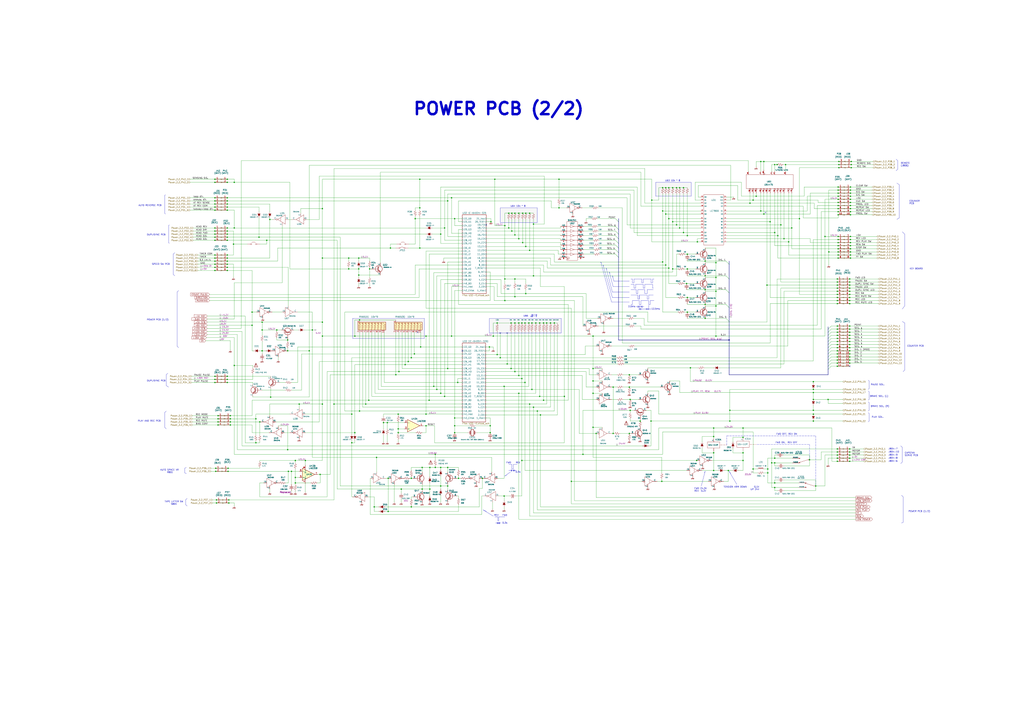
<source format=kicad_sch>
(kicad_sch (version 20250114) (generator "eeschema") (generator_version "9.0")
  (paper "A1")
  (lib_symbols
    (symbol "Amplifier_Operational:LM358" (pin_names (offset 0.127))
      (property "Reference" "U" (at 0 5.08 0))
      (property "Value" "LM358" (at 0 -5.08 0))
      (symbol "LM358_1_1"
        (pin input line (at -7.62 2.54 0) (length 2.54) (name "+") (number "3"))
        (pin input line (at -7.62 -2.54 0) (length 2.54) (name "-") (number "2"))
        (pin output line (at 7.62 0 180) (length 2.54) (name "~") (number "1"))
      )
      (symbol "LM358_2_1"
        (pin input line (at -7.62 2.54 0) (length 2.54) (name "+") (number "5"))
        (pin input line (at -7.62 -2.54 0) (length 2.54) (name "-") (number "6"))
        (pin output line (at 7.62 0 180) (length 2.54) (name "~") (number "7"))
      )
      (symbol "LM358_3_1"
        (pin power_in line (at -2.54 7.62 270) (length 3.81) (name "V+") (number "8"))
        (pin power_in line (at -2.54 -7.62 90) (length 3.81) (name "V-") (number "4"))
      )
    )
    (symbol "BA6251{colon}_7-channel_transistor_array_1" (pin_names (offset 0))
      (property "Reference" "U64" (at 0 -15.24 0))
      (property "Value" "BA6251" (at 0 -12.7 0))
      (symbol "BA6251{colon}_7-channel_transistor_array_1_1_1"
        (pin input line (at -9.525 24.765 0) (length 5.08) (name "IN2") (number "1"))
        (pin input line (at -9.525 20.955 0) (length 5.08) (name "IN2") (number "2"))
        (pin input line (at -9.525 17.145 0) (length 5.08) (name "IN3") (number "3"))
        (pin input line (at -9.525 13.335 0) (length 5.08) (name "IN4") (number "4"))
        (pin input line (at -9.525 9.525 0) (length 5.08) (name "IN5") (number "5"))
        (pin input line (at -9.525 5.715 0) (length 5.08) (name "IN6") (number "6"))
        (pin input line (at -9.525 1.905 0) (length 5.08) (name "IN7") (number "7"))
        (pin input line (at -9.525 -0.635 0) (length 5.08) (name "Gnd") (number "8"))
        (pin output line (at 9.525 24.765 180) (length 5.08) (name "OUT1") (number "16"))
        (pin output line (at 9.525 20.955 180) (length 5.08) (name "OUT2") (number "15"))
        (pin output line (at 9.525 17.145 180) (length 5.08) (name "OUT3") (number "14"))
        (pin output line (at 9.525 13.335 180) (length 5.08) (name "OUT4") (number "13"))
        (pin output line (at 9.525 9.525 180) (length 5.08) (name "OUT5") (number "12"))
        (pin output line (at 9.525 5.715 180) (length 5.08) (name "OUT6") (number "11"))
        (pin output line (at 9.525 1.905 180) (length 5.08) (name "OUT7") (number "10"))
        (pin no_connect line (at 9.525 -0.635 180) (length 5.08) (name "N.C.") (number "9"))
      )
    )
    (symbol "Connector:Conn_01x02_Pin" (pin_names (offset 1.016) (hide yes))
      (property "Reference" "J" (at 0 2.54 0))
      (property "Value" "Conn_01x02_Pin" (at 0 -5.08 0))
      (symbol "Conn_01x02_Pin_1_1"
        (pin passive line (at 5.08 0 180) (length 3.81) (name "Pin_1") (number "1"))
        (pin passive line (at 5.08 -2.54 180) (length 3.81) (name "Pin_2") (number "2"))
      )
    )
    (symbol "Connector:Conn_01x02_Socket" (pin_names (offset 1.016) (hide yes))
      (property "Reference" "J" (at 0 2.54 0))
      (property "Value" "Conn_01x02_Socket" (at 0 -5.08 0))
      (symbol "Conn_01x02_Socket_1_1"
        (pin passive line (at -5.08 0 0) (length 3.81) (name "Pin_1") (number "1"))
        (pin passive line (at -5.08 -2.54 0) (length 3.81) (name "Pin_2") (number "2"))
      )
    )
    (symbol "Connector:Conn_01x03_Pin" (pin_names (offset 1.016) (hide yes))
      (property "Reference" "J" (at 0 5.08 0))
      (property "Value" "Conn_01x03_Pin" (at 0 -5.08 0))
      (symbol "Conn_01x03_Pin_1_1"
        (pin passive line (at 5.08 2.54 180) (length 3.81) (name "Pin_1") (number "1"))
        (pin passive line (at 5.08 0 180) (length 3.81) (name "Pin_2") (number "2"))
        (pin passive line (at 5.08 -2.54 180) (length 3.81) (name "Pin_3") (number "3"))
      )
    )
    (symbol "Connector:Conn_01x03_Socket" (pin_names (offset 1.016) (hide yes))
      (property "Reference" "J" (at 0 5.08 0))
      (property "Value" "Conn_01x03_Socket" (at 0 -5.08 0))
      (symbol "Conn_01x03_Socket_1_1"
        (pin passive line (at -5.08 2.54 0) (length 3.81) (name "Pin_1") (number "1"))
        (pin passive line (at -5.08 0 0) (length 3.81) (name "Pin_2") (number "2"))
        (pin passive line (at -5.08 -2.54 0) (length 3.81) (name "Pin_3") (number "3"))
      )
    )
    (symbol "Connector:Conn_01x04_Pin" (pin_names (offset 1.016) (hide yes))
      (property "Reference" "J" (at 0 5.08 0))
      (property "Value" "Conn_01x04_Pin" (at 0 -7.62 0))
      (symbol "Conn_01x04_Pin_1_1"
        (pin passive line (at 5.08 2.54 180) (length 3.81) (name "Pin_1") (number "1"))
        (pin passive line (at 5.08 0 180) (length 3.81) (name "Pin_2") (number "2"))
        (pin passive line (at 5.08 -2.54 180) (length 3.81) (name "Pin_3") (number "3"))
        (pin passive line (at 5.08 -5.08 180) (length 3.81) (name "Pin_4") (number "4"))
      )
    )
    (symbol "Connector:Conn_01x04_Socket" (pin_names (offset 1.016) (hide yes))
      (property "Reference" "J" (at 0 5.08 0))
      (property "Value" "Conn_01x04_Socket" (at 0 -7.62 0))
      (symbol "Conn_01x04_Socket_1_1"
        (pin passive line (at -5.08 2.54 0) (length 3.81) (name "Pin_1") (number "1"))
        (pin passive line (at -5.08 0 0) (length 3.81) (name "Pin_2") (number "2"))
        (pin passive line (at -5.08 -2.54 0) (length 3.81) (name "Pin_3") (number "3"))
        (pin passive line (at -5.08 -5.08 0) (length 3.81) (name "Pin_4") (number "4"))
      )
    )
    (symbol "Connector:Conn_01x05_Pin" (pin_names (offset 1.016) (hide yes))
      (property "Reference" "J" (at 0 7.62 0))
      (property "Value" "Conn_01x05_Pin" (at 0 -7.62 0))
      (symbol "Conn_01x05_Pin_1_1"
        (pin passive line (at 5.08 5.08 180) (length 3.81) (name "Pin_1") (number "1"))
        (pin passive line (at 5.08 2.54 180) (length 3.81) (name "Pin_2") (number "2"))
        (pin passive line (at 5.08 0 180) (length 3.81) (name "Pin_3") (number "3"))
        (pin passive line (at 5.08 -2.54 180) (length 3.81) (name "Pin_4") (number "4"))
        (pin passive line (at 5.08 -5.08 180) (length 3.81) (name "Pin_5") (number "5"))
      )
    )
    (symbol "Connector:Conn_01x05_Socket" (pin_names (offset 1.016) (hide yes))
      (property "Reference" "J" (at 0 7.62 0))
      (property "Value" "Conn_01x05_Socket" (at 0 -7.62 0))
      (symbol "Conn_01x05_Socket_1_1"
        (pin passive line (at -5.08 5.08 0) (length 3.81) (name "Pin_1") (number "1"))
        (pin passive line (at -5.08 2.54 0) (length 3.81) (name "Pin_2") (number "2"))
        (pin passive line (at -5.08 0 0) (length 3.81) (name "Pin_3") (number "3"))
        (pin passive line (at -5.08 -2.54 0) (length 3.81) (name "Pin_4") (number "4"))
        (pin passive line (at -5.08 -5.08 0) (length 3.81) (name "Pin_5") (number "5"))
      )
    )
    (symbol "Connector:Conn_01x06_Pin" (pin_names (offset 1.016) (hide yes))
      (property "Reference" "J" (at 0 7.62 0))
      (property "Value" "Conn_01x06_Pin" (at 0 -10.16 0))
      (symbol "Conn_01x06_Pin_1_1"
        (pin passive line (at 5.08 5.08 180) (length 3.81) (name "Pin_1") (number "1"))
        (pin passive line (at 5.08 2.54 180) (length 3.81) (name "Pin_2") (number "2"))
        (pin passive line (at 5.08 0 180) (length 3.81) (name "Pin_3") (number "3"))
        (pin passive line (at 5.08 -2.54 180) (length 3.81) (name "Pin_4") (number "4"))
        (pin passive line (at 5.08 -5.08 180) (length 3.81) (name "Pin_5") (number "5"))
        (pin passive line (at 5.08 -7.62 180) (length 3.81) (name "Pin_6") (number "6"))
      )
    )
    (symbol "Connector:Conn_01x06_Socket" (pin_names (offset 1.016) (hide yes))
      (property "Reference" "J" (at 0 7.62 0))
      (property "Value" "Conn_01x06_Socket" (at 0 -10.16 0))
      (symbol "Conn_01x06_Socket_1_1"
        (pin passive line (at -5.08 5.08 0) (length 3.81) (name "Pin_1") (number "1"))
        (pin passive line (at -5.08 2.54 0) (length 3.81) (name "Pin_2") (number "2"))
        (pin passive line (at -5.08 0 0) (length 3.81) (name "Pin_3") (number "3"))
        (pin passive line (at -5.08 -2.54 0) (length 3.81) (name "Pin_4") (number "4"))
        (pin passive line (at -5.08 -5.08 0) (length 3.81) (name "Pin_5") (number "5"))
        (pin passive line (at -5.08 -7.62 0) (length 3.81) (name "Pin_6") (number "6"))
      )
    )
    (symbol "Connector:Conn_01x08_Pin" (pin_names (offset 1.016) (hide yes))
      (property "Reference" "J" (at 0 10.16 0))
      (property "Value" "Conn_01x08_Pin" (at 0 -12.7 0))
      (symbol "Conn_01x08_Pin_1_1"
        (pin passive line (at 5.08 7.62 180) (length 3.81) (name "Pin_1") (number "1"))
        (pin passive line (at 5.08 5.08 180) (length 3.81) (name "Pin_2") (number "2"))
        (pin passive line (at 5.08 2.54 180) (length 3.81) (name "Pin_3") (number "3"))
        (pin passive line (at 5.08 0 180) (length 3.81) (name "Pin_4") (number "4"))
        (pin passive line (at 5.08 -2.54 180) (length 3.81) (name "Pin_5") (number "5"))
        (pin passive line (at 5.08 -5.08 180) (length 3.81) (name "Pin_6") (number "6"))
        (pin passive line (at 5.08 -7.62 180) (length 3.81) (name "Pin_7") (number "7"))
        (pin passive line (at 5.08 -10.16 180) (length 3.81) (name "Pin_8") (number "8"))
      )
    )
    (symbol "Connector:Conn_01x08_Socket" (pin_names (offset 1.016) (hide yes))
      (property "Reference" "J" (at 0 10.16 0))
      (property "Value" "Conn_01x08_Socket" (at 0 -12.7 0))
      (symbol "Conn_01x08_Socket_1_1"
        (pin passive line (at -5.08 7.62 0) (length 3.81) (name "Pin_1") (number "1"))
        (pin passive line (at -5.08 5.08 0) (length 3.81) (name "Pin_2") (number "2"))
        (pin passive line (at -5.08 2.54 0) (length 3.81) (name "Pin_3") (number "3"))
        (pin passive line (at -5.08 0 0) (length 3.81) (name "Pin_4") (number "4"))
        (pin passive line (at -5.08 -2.54 0) (length 3.81) (name "Pin_5") (number "5"))
        (pin passive line (at -5.08 -5.08 0) (length 3.81) (name "Pin_6") (number "6"))
        (pin passive line (at -5.08 -7.62 0) (length 3.81) (name "Pin_7") (number "7"))
        (pin passive line (at -5.08 -10.16 0) (length 3.81) (name "Pin_8") (number "8"))
      )
    )
    (symbol "Connector:Conn_01x09_Pin" (pin_names (offset 1.016) (hide yes))
      (property "Reference" "J" (at 0 12.7 0))
      (property "Value" "Conn_01x09_Pin" (at 0 -12.7 0))
      (symbol "Conn_01x09_Pin_1_1"
        (pin passive line (at 5.08 10.16 180) (length 3.81) (name "Pin_1") (number "1"))
        (pin passive line (at 5.08 7.62 180) (length 3.81) (name "Pin_2") (number "2"))
        (pin passive line (at 5.08 5.08 180) (length 3.81) (name "Pin_3") (number "3"))
        (pin passive line (at 5.08 2.54 180) (length 3.81) (name "Pin_4") (number "4"))
        (pin passive line (at 5.08 0 180) (length 3.81) (name "Pin_5") (number "5"))
        (pin passive line (at 5.08 -2.54 180) (length 3.81) (name "Pin_6") (number "6"))
        (pin passive line (at 5.08 -5.08 180) (length 3.81) (name "Pin_7") (number "7"))
        (pin passive line (at 5.08 -7.62 180) (length 3.81) (name "Pin_8") (number "8"))
        (pin passive line (at 5.08 -10.16 180) (length 3.81) (name "Pin_9") (number "9"))
      )
    )
    (symbol "Connector:Conn_01x09_Socket" (pin_names (offset 1.016) (hide yes))
      (property "Reference" "J" (at 0 12.7 0))
      (property "Value" "Conn_01x09_Socket" (at 0 -12.7 0))
      (symbol "Conn_01x09_Socket_1_1"
        (pin passive line (at -5.08 10.16 0) (length 3.81) (name "Pin_1") (number "1"))
        (pin passive line (at -5.08 7.62 0) (length 3.81) (name "Pin_2") (number "2"))
        (pin passive line (at -5.08 5.08 0) (length 3.81) (name "Pin_3") (number "3"))
        (pin passive line (at -5.08 2.54 0) (length 3.81) (name "Pin_4") (number "4"))
        (pin passive line (at -5.08 0 0) (length 3.81) (name "Pin_5") (number "5"))
        (pin passive line (at -5.08 -2.54 0) (length 3.81) (name "Pin_6") (number "6"))
        (pin passive line (at -5.08 -5.08 0) (length 3.81) (name "Pin_7") (number "7"))
        (pin passive line (at -5.08 -7.62 0) (length 3.81) (name "Pin_8") (number "8"))
        (pin passive line (at -5.08 -10.16 0) (length 3.81) (name "Pin_9") (number "9"))
      )
    )
    (symbol "Connector:Conn_01x10_Pin" (pin_names (offset 1.016) (hide yes))
      (property "Reference" "J" (at 0 12.7 0))
      (property "Value" "Conn_01x10_Pin" (at 0 -15.24 0))
      (symbol "Conn_01x10_Pin_1_1"
        (pin passive line (at 5.08 10.16 180) (length 3.81) (name "Pin_1") (number "1"))
        (pin passive line (at 5.08 7.62 180) (length 3.81) (name "Pin_2") (number "2"))
        (pin passive line (at 5.08 5.08 180) (length 3.81) (name "Pin_3") (number "3"))
        (pin passive line (at 5.08 2.54 180) (length 3.81) (name "Pin_4") (number "4"))
        (pin passive line (at 5.08 0 180) (length 3.81) (name "Pin_5") (number "5"))
        (pin passive line (at 5.08 -2.54 180) (length 3.81) (name "Pin_6") (number "6"))
        (pin passive line (at 5.08 -5.08 180) (length 3.81) (name "Pin_7") (number "7"))
        (pin passive line (at 5.08 -7.62 180) (length 3.81) (name "Pin_8") (number "8"))
        (pin passive line (at 5.08 -10.16 180) (length 3.81) (name "Pin_9") (number "9"))
        (pin passive line (at 5.08 -12.7 180) (length 3.81) (name "Pin_10") (number "10"))
      )
    )
    (symbol "Connector:Conn_01x10_Socket" (pin_names (offset 1.016) (hide yes))
      (property "Reference" "J" (at 0 12.7 0))
      (property "Value" "Conn_01x10_Socket" (at 0 -15.24 0))
      (symbol "Conn_01x10_Socket_1_1"
        (pin passive line (at -5.08 10.16 0) (length 3.81) (name "Pin_1") (number "1"))
        (pin passive line (at -5.08 7.62 0) (length 3.81) (name "Pin_2") (number "2"))
        (pin passive line (at -5.08 5.08 0) (length 3.81) (name "Pin_3") (number "3"))
        (pin passive line (at -5.08 2.54 0) (length 3.81) (name "Pin_4") (number "4"))
        (pin passive line (at -5.08 0 0) (length 3.81) (name "Pin_5") (number "5"))
        (pin passive line (at -5.08 -2.54 0) (length 3.81) (name "Pin_6") (number "6"))
        (pin passive line (at -5.08 -5.08 0) (length 3.81) (name "Pin_7") (number "7"))
        (pin passive line (at -5.08 -7.62 0) (length 3.81) (name "Pin_8") (number "8"))
        (pin passive line (at -5.08 -10.16 0) (length 3.81) (name "Pin_9") (number "9"))
        (pin passive line (at -5.08 -12.7 0) (length 3.81) (name "Pin_10") (number "10"))
      )
    )
    (symbol "Connector:Conn_01x14_Pin" (pin_names (offset 1.016) (hide yes))
      (property "Reference" "J" (at 0 17.78 0))
      (property "Value" "Conn_01x14_Pin" (at 0 -20.32 0))
      (symbol "Conn_01x14_Pin_1_1"
        (pin passive line (at 5.08 15.24 180) (length 3.81) (name "Pin_1") (number "1"))
        (pin passive line (at 5.08 12.7 180) (length 3.81) (name "Pin_2") (number "2"))
        (pin passive line (at 5.08 10.16 180) (length 3.81) (name "Pin_3") (number "3"))
        (pin passive line (at 5.08 7.62 180) (length 3.81) (name "Pin_4") (number "4"))
        (pin passive line (at 5.08 5.08 180) (length 3.81) (name "Pin_5") (number "5"))
        (pin passive line (at 5.08 2.54 180) (length 3.81) (name "Pin_6") (number "6"))
        (pin passive line (at 5.08 0 180) (length 3.81) (name "Pin_7") (number "7"))
        (pin passive line (at 5.08 -2.54 180) (length 3.81) (name "Pin_8") (number "8"))
        (pin passive line (at 5.08 -5.08 180) (length 3.81) (name "Pin_9") (number "9"))
        (pin passive line (at 5.08 -7.62 180) (length 3.81) (name "Pin_10") (number "10"))
        (pin passive line (at 5.08 -10.16 180) (length 3.81) (name "Pin_11") (number "11"))
        (pin passive line (at 5.08 -12.7 180) (length 3.81) (name "Pin_12") (number "12"))
        (pin passive line (at 5.08 -15.24 180) (length 3.81) (name "Pin_13") (number "13"))
        (pin passive line (at 5.08 -17.78 180) (length 3.81) (name "Pin_14") (number "14"))
      )
    )
    (symbol "Connector:Conn_01x14_Socket" (pin_names (offset 1.016) (hide yes))
      (property "Reference" "J" (at 0 17.78 0))
      (property "Value" "Conn_01x14_Socket" (at 0 -20.32 0))
      (symbol "Conn_01x14_Socket_1_1"
        (pin passive line (at -5.08 15.24 0) (length 3.81) (name "Pin_1") (number "1"))
        (pin passive line (at -5.08 12.7 0) (length 3.81) (name "Pin_2") (number "2"))
        (pin passive line (at -5.08 10.16 0) (length 3.81) (name "Pin_3") (number "3"))
        (pin passive line (at -5.08 7.62 0) (length 3.81) (name "Pin_4") (number "4"))
        (pin passive line (at -5.08 5.08 0) (length 3.81) (name "Pin_5") (number "5"))
        (pin passive line (at -5.08 2.54 0) (length 3.81) (name "Pin_6") (number "6"))
        (pin passive line (at -5.08 0 0) (length 3.81) (name "Pin_7") (number "7"))
        (pin passive line (at -5.08 -2.54 0) (length 3.81) (name "Pin_8") (number "8"))
        (pin passive line (at -5.08 -5.08 0) (length 3.81) (name "Pin_9") (number "9"))
        (pin passive line (at -5.08 -7.62 0) (length 3.81) (name "Pin_10") (number "10"))
        (pin passive line (at -5.08 -10.16 0) (length 3.81) (name "Pin_11") (number "11"))
        (pin passive line (at -5.08 -12.7 0) (length 3.81) (name "Pin_12") (number "12"))
        (pin passive line (at -5.08 -15.24 0) (length 3.81) (name "Pin_13") (number "13"))
        (pin passive line (at -5.08 -17.78 0) (length 3.81) (name "Pin_14") (number "14"))
      )
    )
    (symbol "Device:C_Small" (pin_numbers (hide yes)) (pin_names (offset 0.254) (hide yes))
      (property "Reference" "C" (at 0.254 1.778 0))
      (property "Value" "C_Small" (at 0.254 -2.032 0))
      (symbol "C_Small_1_1"
        (pin passive line (at 0 2.54 270) (length 2.032) (name "~") (number "1"))
        (pin passive line (at 0 -2.54 90) (length 2.032) (name "~") (number "2"))
      )
    )
    (symbol "Device:C_Small_US" (pin_numbers (hide yes)) (pin_names (offset 0.254) (hide yes))
      (property "Reference" "C" (at 0.254 1.778 0))
      (property "Value" "C_Small_US" (at 0.254 -2.032 0))
      (symbol "C_Small_US_1_1"
        (pin passive line (at 0 2.54 270) (length 2.032) (name "~") (number "1"))
        (pin passive line (at 0 -2.54 90) (length 2.032) (name "~") (number "2"))
      )
    )
    (symbol "Device:Crystal" (pin_numbers (hide yes)) (pin_names (offset 1.016) (hide yes))
      (property "Reference" "Y" (at 0 3.81 0))
      (property "Value" "Crystal" (at 0 -3.81 0))
      (symbol "Crystal_1_1"
        (pin passive line (at -3.81 0 0) (length 1.27) (name "1") (number "1"))
        (pin passive line (at 3.81 0 180) (length 1.27) (name "2") (number "2"))
      )
    )
    (symbol "Device:D_Small_Filled" (pin_numbers (hide yes)) (pin_names (offset 0.254) (hide yes))
      (property "Reference" "D" (at -1.27 2.032 0))
      (property "Value" "D_Small_Filled" (at -3.81 -2.032 0))
      (symbol "D_Small_Filled_1_1"
        (pin passive line (at -2.54 0 0) (length 1.778) (name "K") (number "1"))
        (pin passive line (at 2.54 0 180) (length 1.778) (name "A") (number "2"))
      )
    )
    (symbol "Device:L_Iron_Small" (pin_numbers (hide yes)) (pin_names (offset 0.254) (hide yes))
      (property "Reference" "L" (at 1.27 1.016 0))
      (property "Value" "L_Iron_Small" (at 1.27 -1.27 0))
      (symbol "L_Iron_Small_1_1"
        (pin passive line (at 0 2.54 270) (length 0.508) (name "~") (number "1"))
        (pin passive line (at 0 -2.54 90) (length 0.508) (name "~") (number "2"))
      )
    )
    (symbol "Device:R_Network09_US" (pin_names (offset 0) (hide yes))
      (property "Reference" "RN" (at -12.7 0 90))
      (property "Value" "R_Network09_US" (at 12.7 0 90))
      (symbol "R_Network09_US_1_1"
        (pin passive line (at -10.16 5.08 270) (length 2.54) (name "common") (number "1"))
        (pin passive line (at -10.16 -5.08 90) (length 1.27) (name "R1") (number "2"))
        (pin passive line (at -7.62 -5.08 90) (length 1.27) (name "R2") (number "3"))
        (pin passive line (at -5.08 -5.08 90) (length 1.27) (name "R3") (number "4"))
        (pin passive line (at -2.54 -5.08 90) (length 1.27) (name "R4") (number "5"))
        (pin passive line (at 0 -5.08 90) (length 1.27) (name "R5") (number "6"))
        (pin passive line (at 2.54 -5.08 90) (length 1.27) (name "R6") (number "7"))
        (pin passive line (at 5.08 -5.08 90) (length 1.27) (name "R7") (number "8"))
        (pin passive line (at 7.62 -5.08 90) (length 1.27) (name "R8") (number "9"))
        (pin passive line (at 10.16 -5.08 90) (length 1.27) (name "R9") (number "10"))
      )
    )
    (symbol "Device:R_Small_US" (pin_numbers (hide yes)) (pin_names (offset 0.254) (hide yes))
      (property "Reference" "R" (at 0.762 0.508 0))
      (property "Value" "R_Small_US" (at 0.762 -1.016 0))
      (symbol "R_Small_US_1_1"
        (pin passive line (at 0 2.54 270) (length 1.016) (name "~") (number "1"))
        (pin passive line (at 0 -2.54 90) (length 1.016) (name "~") (number "2"))
      )
    )
    (symbol "Device:R_US" (pin_numbers (hide yes)) (pin_names (offset 0))
      (property "Reference" "R" (at 2.54 0 90))
      (property "Value" "R_US" (at -2.54 0 90))
      (symbol "R_US_1_1"
        (pin passive line (at 0 3.81 270) (length 1.27) (name "~") (number "1"))
        (pin passive line (at 0 -3.81 90) (length 1.27) (name "~") (number "2"))
      )
    )
    (symbol "Digital_NPN_Transistor,_4k7/NONE_1" (pin_names (offset 0))
      (property "Reference" "U" (at -4.572 -3.302 0))
      (property "Value" "DTC143TF" (at -2.286 -4.826 0))
      (symbol "Digital_NPN_Transistor,_4k7/NONE_1_1_1"
        (pin input inverted (at -7.62 0 0) (length 3.81) (name "C") (number ""))
        (pin input line (at 0 5.08 270) (length 2.54) (name "E") (number ""))
        (pin input line (at 5.08 0 180) (length 2.54) (name "IN") (number ""))
      )
    )
    (symbol "Digital_NPN_Transistor,_4k7/NONE_10" (pin_names (offset 0))
      (property "Reference" "U" (at -4.572 -3.302 0))
      (property "Value" "DTC143TF" (at -2.286 -4.826 0))
      (symbol "Digital_NPN_Transistor,_4k7/NONE_10_1_1"
        (pin input inverted (at -7.62 0 0) (length 3.81) (name "C") (number ""))
        (pin input line (at 0 5.08 270) (length 2.54) (name "E") (number ""))
        (pin input line (at 5.08 0 180) (length 2.54) (name "IN") (number ""))
      )
    )
    (symbol "Digital_NPN_Transistor,_4k7/NONE_11" (pin_names (offset 0))
      (property "Reference" "U" (at -4.572 -3.302 0))
      (property "Value" "DTC143TF" (at -2.286 -4.826 0))
      (symbol "Digital_NPN_Transistor,_4k7/NONE_11_1_1"
        (pin input inverted (at -7.62 0 0) (length 3.81) (name "C") (number ""))
        (pin input line (at 0 5.08 270) (length 2.54) (name "E") (number ""))
        (pin input line (at 5.08 0 180) (length 2.54) (name "IN") (number ""))
      )
    )
    (symbol "Digital_NPN_Transistor,_4k7/NONE_12" (pin_names (offset 0))
      (property "Reference" "U" (at -4.572 -3.302 0))
      (property "Value" "DTC143TF" (at -2.286 -4.826 0))
      (symbol "Digital_NPN_Transistor,_4k7/NONE_12_1_1"
        (pin input inverted (at -7.62 0 0) (length 3.81) (name "C") (number ""))
        (pin input line (at 0 5.08 270) (length 2.54) (name "E") (number ""))
        (pin input line (at 5.08 0 180) (length 2.54) (name "IN") (number ""))
      )
    )
    (symbol "Digital_NPN_Transistor,_4k7/NONE_13" (pin_names (offset 0))
      (property "Reference" "U" (at -4.572 -3.302 0))
      (property "Value" "DTC143TF" (at -2.286 -4.826 0))
      (symbol "Digital_NPN_Transistor,_4k7/NONE_13_1_1"
        (pin input inverted (at -7.62 0 0) (length 3.81) (name "C") (number ""))
        (pin input line (at 0 5.08 270) (length 2.54) (name "E") (number ""))
        (pin input line (at 5.08 0 180) (length 2.54) (name "IN") (number ""))
      )
    )
    (symbol "Digital_NPN_Transistor,_4k7/NONE_14" (pin_names (offset 0))
      (property "Reference" "U" (at -4.572 -3.302 0))
      (property "Value" "DTC143TF" (at -2.286 -4.826 0))
      (symbol "Digital_NPN_Transistor,_4k7/NONE_14_1_1"
        (pin input inverted (at -7.62 0 0) (length 3.81) (name "C") (number ""))
        (pin input line (at 0 5.08 270) (length 2.54) (name "E") (number ""))
        (pin input line (at 5.08 0 180) (length 2.54) (name "IN") (number ""))
      )
    )
    (symbol "Digital_NPN_Transistor,_4k7/NONE_15" (pin_names (offset 0))
      (property "Reference" "U" (at -4.572 -3.302 0))
      (property "Value" "DTC143TF" (at -2.286 -4.826 0))
      (symbol "Digital_NPN_Transistor,_4k7/NONE_15_1_1"
        (pin input inverted (at -7.62 0 0) (length 3.81) (name "C") (number ""))
        (pin input line (at 0 5.08 270) (length 2.54) (name "E") (number ""))
        (pin input line (at 5.08 0 180) (length 2.54) (name "IN") (number ""))
      )
    )
    (symbol "Digital_NPN_Transistor,_4k7/NONE_2" (pin_names (offset 0))
      (property "Reference" "U" (at -4.572 -3.302 0))
      (property "Value" "DTC143TF" (at -2.286 -4.826 0))
      (symbol "Digital_NPN_Transistor,_4k7/NONE_2_1_1"
        (pin input inverted (at -7.62 0 0) (length 3.81) (name "C") (number ""))
        (pin input line (at 0 5.08 270) (length 2.54) (name "E") (number ""))
        (pin input line (at 5.08 0 180) (length 2.54) (name "IN") (number ""))
      )
    )
    (symbol "Digital_NPN_Transistor,_4k7/NONE_3" (pin_names (offset 0))
      (property "Reference" "U" (at -4.572 -3.302 0))
      (property "Value" "DTC143TF" (at -2.286 -4.826 0))
      (symbol "Digital_NPN_Transistor,_4k7/NONE_3_1_1"
        (pin input inverted (at -7.62 0 0) (length 3.81) (name "C") (number ""))
        (pin input line (at 0 5.08 270) (length 2.54) (name "E") (number ""))
        (pin input line (at 5.08 0 180) (length 2.54) (name "IN") (number ""))
      )
    )
    (symbol "Digital_NPN_Transistor,_4k7/NONE_4" (pin_names (offset 0))
      (property "Reference" "U" (at -4.572 -3.302 0))
      (property "Value" "DTC143TF" (at -2.286 -4.826 0))
      (symbol "Digital_NPN_Transistor,_4k7/NONE_4_1_1"
        (pin input inverted (at -7.62 0 0) (length 3.81) (name "C") (number ""))
        (pin input line (at 0 5.08 270) (length 2.54) (name "E") (number ""))
        (pin input line (at 5.08 0 180) (length 2.54) (name "IN") (number ""))
      )
    )
    (symbol "Digital_NPN_Transistor,_4k7/NONE_5" (pin_names (offset 0))
      (property "Reference" "U" (at -4.572 -3.302 0))
      (property "Value" "DTC143TF" (at -2.286 -4.826 0))
      (symbol "Digital_NPN_Transistor,_4k7/NONE_5_1_1"
        (pin input inverted (at -7.62 0 0) (length 3.81) (name "C") (number ""))
        (pin input line (at 0 5.08 270) (length 2.54) (name "E") (number ""))
        (pin input line (at 5.08 0 180) (length 2.54) (name "IN") (number ""))
      )
    )
    (symbol "Digital_NPN_Transistor,_4k7/NONE_6" (pin_names (offset 0))
      (property "Reference" "U" (at -4.572 -3.302 0))
      (property "Value" "DTC143TF" (at -2.286 -4.826 0))
      (symbol "Digital_NPN_Transistor,_4k7/NONE_6_1_1"
        (pin input inverted (at -7.62 0 0) (length 3.81) (name "C") (number ""))
        (pin input line (at 0 5.08 270) (length 2.54) (name "E") (number ""))
        (pin input line (at 5.08 0 180) (length 2.54) (name "IN") (number ""))
      )
    )
    (symbol "Digital_NPN_Transistor,_4k7/NONE_7" (pin_names (offset 0))
      (property "Reference" "U" (at -4.572 -3.302 0))
      (property "Value" "DTC143TF" (at -2.286 -4.826 0))
      (symbol "Digital_NPN_Transistor,_4k7/NONE_7_1_1"
        (pin input inverted (at -7.62 0 0) (length 3.81) (name "C") (number ""))
        (pin input line (at 0 5.08 270) (length 2.54) (name "E") (number ""))
        (pin input line (at 5.08 0 180) (length 2.54) (name "IN") (number ""))
      )
    )
    (symbol "Digital_NPN_Transistor,_4k7/NONE_8" (pin_names (offset 0))
      (property "Reference" "U" (at -4.572 -3.302 0))
      (property "Value" "DTC143TF" (at -2.286 -4.826 0))
      (symbol "Digital_NPN_Transistor,_4k7/NONE_8_1_1"
        (pin input inverted (at -7.62 0 0) (length 3.81) (name "C") (number ""))
        (pin input line (at 0 5.08 270) (length 2.54) (name "E") (number ""))
        (pin input line (at 5.08 0 180) (length 2.54) (name "IN") (number ""))
      )
    )
    (symbol "Digital_NPN_Transistor,_4k7/NONE_9" (pin_names (offset 0))
      (property "Reference" "U" (at -4.572 -3.302 0))
      (property "Value" "DTC143TF" (at -2.286 -4.826 0))
      (symbol "Digital_NPN_Transistor,_4k7/NONE_9_1_1"
        (pin input inverted (at -7.62 0 0) (length 3.81) (name "C") (number ""))
        (pin input line (at 0 5.08 270) (length 2.54) (name "E") (number ""))
        (pin input line (at 5.08 0 180) (length 2.54) (name "IN") (number ""))
      )
    )
    (symbol "Digital_PNP_Transistor, 22kO/22kO_1" (pin_names (offset 0))
      (property "Reference" "U" (at -5.842 -2.54 0))
      (property "Value" "2SA1346" (at -3.81 -4.318 0))
      (symbol "Digital_PNP_Transistor, 22kO/22kO_1_1_1"
        (pin input line (at -7.62 0 0) (length 3.81) (name "C") (number ""))
        (pin input line (at 0 5.08 270) (length 2.54) (name "E") (number ""))
        (pin input inverted (at 5.08 0 180) (length 2.54) (name "IN") (number ""))
      )
    )
    (symbol "Digital_PNP_Transistor, 22kO/22kO_10" (pin_names (offset 0))
      (property "Reference" "U" (at -5.842 -2.54 0))
      (property "Value" "2SA1346" (at -3.81 -4.318 0))
      (symbol "Digital_PNP_Transistor, 22kO/22kO_10_1_1"
        (pin input line (at -7.62 0 0) (length 3.81) (name "C") (number ""))
        (pin input line (at 0 5.08 270) (length 2.54) (name "E") (number ""))
        (pin input inverted (at 5.08 0 180) (length 2.54) (name "IN") (number ""))
      )
    )
    (symbol "Digital_PNP_Transistor, 22kO/22kO_11" (pin_names (offset 0))
      (property "Reference" "U" (at -5.842 -2.54 0))
      (property "Value" "2SA1346" (at -3.81 -4.318 0))
      (symbol "Digital_PNP_Transistor, 22kO/22kO_11_1_1"
        (pin input line (at -7.62 0 0) (length 3.81) (name "C") (number ""))
        (pin input line (at 0 5.08 270) (length 2.54) (name "E") (number ""))
        (pin input inverted (at 5.08 0 180) (length 2.54) (name "IN") (number ""))
      )
    )
    (symbol "Digital_PNP_Transistor, 22kO/22kO_2" (pin_names (offset 0))
      (property "Reference" "U" (at -5.842 -2.54 0))
      (property "Value" "2SA1346" (at -3.81 -4.318 0))
      (symbol "Digital_PNP_Transistor, 22kO/22kO_2_1_1"
        (pin input line (at -7.62 0 0) (length 3.81) (name "C") (number ""))
        (pin input line (at 0 5.08 270) (length 2.54) (name "E") (number ""))
        (pin input inverted (at 5.08 0 180) (length 2.54) (name "IN") (number ""))
      )
    )
    (symbol "Digital_PNP_Transistor, 22kO/22kO_3" (pin_names (offset 0))
      (property "Reference" "U" (at -5.842 -2.54 0))
      (property "Value" "2SA1346" (at -3.81 -4.318 0))
      (symbol "Digital_PNP_Transistor, 22kO/22kO_3_1_1"
        (pin input line (at -7.62 0 0) (length 3.81) (name "C") (number ""))
        (pin input line (at 0 5.08 270) (length 2.54) (name "E") (number ""))
        (pin input inverted (at 5.08 0 180) (length 2.54) (name "IN") (number ""))
      )
    )
    (symbol "Digital_PNP_Transistor, 22kO/22kO_4" (pin_names (offset 0))
      (property "Reference" "U" (at -5.842 -2.54 0))
      (property "Value" "2SA1346" (at -3.81 -4.318 0))
      (symbol "Digital_PNP_Transistor, 22kO/22kO_4_1_1"
        (pin input line (at -7.62 0 0) (length 3.81) (name "C") (number ""))
        (pin input line (at 0 5.08 270) (length 2.54) (name "E") (number ""))
        (pin input inverted (at 5.08 0 180) (length 2.54) (name "IN") (number ""))
      )
    )
    (symbol "Digital_PNP_Transistor, 22kO/22kO_5" (pin_names (offset 0))
      (property "Reference" "U" (at -5.842 -2.54 0))
      (property "Value" "2SA1346" (at -3.81 -4.318 0))
      (symbol "Digital_PNP_Transistor, 22kO/22kO_5_1_1"
        (pin input line (at -7.62 0 0) (length 3.81) (name "C") (number ""))
        (pin input line (at 0 5.08 270) (length 2.54) (name "E") (number ""))
        (pin input inverted (at 5.08 0 180) (length 2.54) (name "IN") (number ""))
      )
    )
    (symbol "Digital_PNP_Transistor, 22kO/22kO_6" (pin_names (offset 0))
      (property "Reference" "U" (at -5.842 -2.54 0))
      (property "Value" "2SA1346" (at -3.81 -4.318 0))
      (symbol "Digital_PNP_Transistor, 22kO/22kO_6_1_1"
        (pin input line (at -7.62 0 0) (length 3.81) (name "C") (number ""))
        (pin input line (at 0 5.08 270) (length 2.54) (name "E") (number ""))
        (pin input inverted (at 5.08 0 180) (length 2.54) (name "IN") (number ""))
      )
    )
    (symbol "Digital_PNP_Transistor, 22kO/22kO_7" (pin_names (offset 0))
      (property "Reference" "U" (at -5.842 -2.54 0))
      (property "Value" "2SA1346" (at -3.81 -4.318 0))
      (symbol "Digital_PNP_Transistor, 22kO/22kO_7_1_1"
        (pin input line (at -7.62 0 0) (length 3.81) (name "C") (number ""))
        (pin input line (at 0 5.08 270) (length 2.54) (name "E") (number ""))
        (pin input inverted (at 5.08 0 180) (length 2.54) (name "IN") (number ""))
      )
    )
    (symbol "Digital_PNP_Transistor, 22kO/22kO_8" (pin_names (offset 0))
      (property "Reference" "U" (at -5.842 -2.54 0))
      (property "Value" "2SA1346" (at -3.81 -4.318 0))
      (symbol "Digital_PNP_Transistor, 22kO/22kO_8_1_1"
        (pin input line (at -7.62 0 0) (length 3.81) (name "C") (number ""))
        (pin input line (at 0 5.08 270) (length 2.54) (name "E") (number ""))
        (pin input inverted (at 5.08 0 180) (length 2.54) (name "IN") (number ""))
      )
    )
    (symbol "Digital_PNP_Transistor, 22kO/22kO_9" (pin_names (offset 0))
      (property "Reference" "U" (at -5.842 -2.54 0))
      (property "Value" "2SA1346" (at -3.81 -4.318 0))
      (symbol "Digital_PNP_Transistor, 22kO/22kO_9_1_1"
        (pin input line (at -7.62 0 0) (length 3.81) (name "C") (number ""))
        (pin input line (at 0 5.08 270) (length 2.54) (name "E") (number ""))
        (pin input inverted (at 5.08 0 180) (length 2.54) (name "IN") (number ""))
      )
    )
    (symbol "Jumper:Jumper_2_Bridged" (pin_numbers (hide yes)) (pin_names (offset 0) (hide yes))
      (property "Reference" "JP" (at 0 1.905 0))
      (property "Value" "Jumper_2_Bridged" (at 0 -2.54 0))
      (symbol "Jumper_2_Bridged_1_1"
        (pin passive line (at -5.08 0 0) (length 2.54) (name "A") (number "1"))
        (pin passive line (at 5.08 0 180) (length 2.54) (name "B") (number "2"))
      )
    )
    (symbol "Jumper:Jumper_2_Open" (pin_numbers (hide yes)) (pin_names (offset 0) (hide yes))
      (property "Reference" "JP" (at 0 2.794 0))
      (property "Value" "Jumper_2_Open" (at 0 -2.286 0))
      (symbol "Jumper_2_Open_1_1"
        (pin passive line (at -5.08 0 0) (length 2.54) (name "A") (number "1"))
        (pin passive line (at 5.08 0 180) (length 2.54) (name "B") (number "2"))
      )
    )
    (symbol "Omron_Relay_1" (pin_names (offset 0))
      (property "Reference" "K" (at -6.604 6.096 0))
      (symbol "Omron_Relay_1_1_1"
        (pin input line (at 0 5.08 270) (length 2.54) (name "+") (number ""))
        (pin input line (at 0 -5.08 90) (length 2.54) (name "") (number ""))
      )
      (symbol "Omron_Relay_1_2_1"
        (pin input line (at -5.08 1.27 0) (length 5.08) (name "REV(NC)") (number ""))
        (pin input line (at -5.08 -2.54 0) (length 5.08) (name "FWD(NO)") (number ""))
        (pin input line (at 8.89 0 180) (length 1.27) (name "") (number ""))
      )
    )
    (symbol "Omron_Relay_2" (pin_names (offset 0))
      (property "Reference" "K5" (at 3.81 -6.985 0))
      (property "Value" "~" (at 3.81 -4.445 0))
      (symbol "Omron_Relay_2_1_1"
        (pin input line (at 0 5.08 270) (length 2.54) (name "+") (number ""))
        (pin input line (at 0 -5.08 90) (length 2.54) (name "") (number ""))
      )
      (symbol "Omron_Relay_2_2_1"
        (pin input line (at -5.08 1.27 0) (length 5.08) (name "REV(NO)") (number ""))
        (pin input line (at -5.08 -2.54 0) (length 5.08) (name "FWD(NC)") (number ""))
        (pin input line (at 8.89 0 180) (length 1.27) (name "") (number ""))
      )
    )
    (symbol "Omron_Relay_3" (pin_names (offset 0))
      (property "Reference" "K5" (at 3.81 -6.985 0))
      (property "Value" "~" (at 3.81 -4.445 0))
      (symbol "Omron_Relay_3_1_1"
        (pin input line (at 0 5.08 270) (length 2.54) (name "+") (number ""))
        (pin input line (at 0 -5.08 90) (length 2.54) (name "") (number ""))
      )
      (symbol "Omron_Relay_3_2_1"
        (pin input line (at -5.08 1.27 0) (length 5.08) (name "REV(NO)") (number ""))
        (pin input line (at -5.08 -2.54 0) (length 5.08) (name "FWD(NC)") (number ""))
        (pin input line (at 8.89 0 180) (length 1.27) (name "") (number ""))
      )
    )
    (symbol "Simulation_SPICE:NPN" (pin_numbers (hide yes)) (pin_names (offset 0))
      (property "Reference" "Q" (at -2.54 7.62 0))
      (property "Value" "NPN" (at -2.54 5.08 0))
      (symbol "NPN_1_1"
        (pin input line (at -5.08 0 0) (length 2.54) (name "B") (number "2"))
        (pin open_collector line (at 2.54 5.08 270) (length 2.54) (name "C") (number "1"))
        (pin open_emitter line (at 2.54 -5.08 90) (length 2.54) (name "E") (number "3"))
      )
    )
    (symbol "Simulation_SPICE:PNP" (pin_numbers (hide yes)) (pin_names (offset 0))
      (property "Reference" "Q" (at -2.54 7.62 0))
      (property "Value" "PNP" (at -2.54 5.08 0))
      (symbol "PNP_1_1"
        (pin input line (at -5.08 0 0) (length 2.54) (name "B") (number "2"))
        (pin open_collector line (at 2.54 5.08 270) (length 2.54) (name "C") (number "1"))
        (pin open_emitter line (at 2.54 -5.08 90) (length 2.54) (name "E") (number "3"))
      )
    )
    (symbol "_TEAC_X2000R:Digital_NPN_Transistor,_4k7/NONE" (pin_names (offset 0))
      (property "Reference" "U" (at -4.572 -3.302 0))
      (property "Value" "DTC143TF" (at -2.286 -4.826 0))
      (symbol "Digital_NPN_Transistor,_4k7/NONE_1_1"
        (pin input inverted (at -7.62 0 0) (length 3.81) (name "C") (number ""))
        (pin input line (at 0 5.08 270) (length 2.54) (name "E") (number ""))
        (pin input line (at 5.08 0 180) (length 2.54) (name "IN") (number ""))
      )
    )
    (symbol "_TEAC_X2000R:Digital_PNP_Transistor, 22kO/22kO" (pin_names (offset 0))
      (property "Reference" "U" (at -5.842 -2.54 0))
      (property "Value" "2SA1346" (at -3.81 -4.318 0))
      (symbol "Digital_PNP_Transistor, 22kO/22kO_1_1"
        (pin input line (at -7.62 0 0) (length 3.81) (name "C") (number ""))
        (pin input line (at 0 5.08 270) (length 2.54) (name "E") (number ""))
        (pin input inverted (at 5.08 0 180) (length 2.54) (name "IN") (number ""))
      )
    )
    (symbol "_TEAC_X2000R:LB1475" (pin_names (offset 0))
      (property "Reference" "U" (at -4.318 12.954 0))
      (symbol "LB1475_1_1"
        (pin input line (at -19.05 8.89 270) (length 2.54) (name "") (number "18"))
        (pin input inverted (at -17.78 -8.89 90) (length 3.81) (name "") (number "15"))
        (pin input inverted (at -15.24 -8.89 90) (length 3.81) (name "") (number "14"))
        (pin input inverted (at -12.7 -8.89 90) (length 3.81) (name "") (number "13"))
        (pin input line (at -8.89 8.89 270) (length 2.54) (name "") (number "2"))
        (pin input inverted (at -8.89 -8.89 90) (length 3.81) (name "") (number "12"))
        (pin input inverted (at -6.35 10.16 270) (length 3.81) (name "") (number "19"))
        (pin input inverted (at -6.35 -8.89 90) (length 3.81) (name "") (number "11"))
        (pin input inverted (at -3.81 -8.89 90) (length 3.81) (name "") (number "10"))
        (pin input inverted (at -1.27 -8.89 90) (length 3.81) (name "") (number "9"))
        (pin input line (at 0 8.89 270) (length 2.54) (name "") (number "1"))
        (pin input line (at 2.54 8.89 270) (length 2.54) (name "") (number "17"))
        (pin input inverted (at 2.54 -8.89 90) (length 3.81) (name "") (number "8"))
        (pin input inverted (at 5.08 -8.89 90) (length 3.81) (name "") (number "7"))
        (pin input inverted (at 7.62 -8.89 90) (length 3.81) (name "") (number "6"))
        (pin input inverted (at 10.16 -8.89 90) (length 3.81) (name "") (number "5"))
        (pin input line (at 11.43 8.89 270) (length 2.54) (name "") (number "20"))
        (pin input inverted (at 13.97 -8.89 90) (length 3.81) (name "") (number "4"))
        (pin input inverted (at 16.51 -8.89 90) (length 3.81) (name "") (number "3"))
      )
    )
    (symbol "_TEAC_X2000R:LC7800"
      (property "Reference" "U" (at -4.318 19.05 0))
      (symbol "LC7800_1_1"
        (pin input line (at -11.43 11.43 0) (length 2.54) (name "D0") (number "15"))
        (pin input line (at -11.43 8.89 0) (length 2.54) (name "D1") (number "16"))
        (pin input line (at -11.43 6.35 0) (length 2.54) (name "D2") (number "17"))
        (pin input line (at -11.43 3.81 0) (length 2.54) (name "D3") (number "18"))
        (pin input line (at -11.43 0 0) (length 2.54) (name "SA") (number "19"))
        (pin input line (at -11.43 -2.54 0) (length 2.54) (name "SB") (number "20"))
        (pin input line (at -11.43 -6.35 0) (length 2.54) (name "SC") (number "21"))
        (pin input line (at -11.43 -8.89 0) (length 2.54) (name "SD") (number "22"))
        (pin input line (at -11.43 -11.43 0) (length 2.54) (name "O0") (number "23"))
        (pin input line (at -11.43 -13.97 0) (length 2.54) (name "O1") (number "24"))
        (pin input line (at -11.43 -17.78 0) (length 2.54) (name "O2") (number "25"))
        (pin input line (at -11.43 -20.32 0) (length 2.54) (name "O3") (number "26"))
        (pin input line (at -11.43 -22.86 0) (length 2.54) (name "Vdd") (number "27"))
        (pin input line (at -11.43 -25.4 0) (length 2.54) (name "INH") (number "28"))
        (pin input line (at 10.16 11.43 180) (length 2.54) (name "Vss") (number "14"))
        (pin input line (at 10.16 8.89 180) (length 2.54) (name "INH") (number "13"))
        (pin input line (at 10.16 6.35 180) (length 2.54) (name "C3") (number "12"))
        (pin input line (at 10.16 3.81 180) (length 2.54) (name "C2") (number "11"))
        (pin input line (at 10.16 0 180) (length 2.54) (name "C1") (number "10"))
        (pin input line (at 10.16 -2.54 180) (length 2.54) (name "C0") (number "9"))
        (pin input line (at 10.16 -6.35 180) (length 2.54) (name "B3") (number "8"))
        (pin input line (at 10.16 -8.89 180) (length 2.54) (name "B2") (number "7"))
        (pin input line (at 10.16 -11.43 180) (length 2.54) (name "B1") (number "6"))
        (pin input line (at 10.16 -13.97 180) (length 2.54) (name "B0") (number "5"))
        (pin input line (at 10.16 -17.78 180) (length 2.54) (name "A3") (number "4"))
        (pin input line (at 10.16 -20.32 180) (length 2.54) (name "A2") (number "3"))
        (pin input line (at 10.16 -22.86 180) (length 2.54) (name "A1") (number "2"))
        (pin input line (at 10.16 -25.4 180) (length 2.54) (name "A0") (number "1"))
      )
    )
    (symbol "_TEAC_X2000R:Omron_Relay" (pin_names (offset 0))
      (property "Reference" "K" (at -6.604 6.096 0))
      (symbol "Omron_Relay_1_1"
        (pin input line (at 0 5.08 270) (length 2.54) (name "+") (number ""))
        (pin input line (at 0 -5.08 90) (length 2.54) (name "") (number ""))
      )
      (symbol "Omron_Relay_2_1"
        (pin input line (at -5.08 1.27 0) (length 5.08) (name "REV(NC)") (number ""))
        (pin input line (at -5.08 -2.54 0) (length 5.08) (name "FWD(NO)") (number ""))
        (pin input line (at 8.89 0 180) (length 1.27) (name "") (number ""))
      )
    )
    (symbol "_TEAC_X2000R:Warning_small"
      (symbol "Warning_small_1_1"
        (text "!" (at 0 0.762 0) (effects (font (size 1.778 1.778))))
      )
    )
    (symbol "power:GNDPWR" (power) (pin_numbers (hide yes)) (pin_names (offset 0) (hide yes))
      (property "Value" "GNDPWR" (at 0 -3.302 0))
      (symbol "GNDPWR_1_1"
        (pin power_in line (at 0 0 270) (length 0) (name "~") (number "1"))
      )
    )
  )
  (rectangle (start 289.56 261.62) (end 348.615 278.13) (fill (type color) (color 194 194 194 0.15)))
  (rectangle (start 538.48 149.86) (end 567.69 161.29) (fill (type color) (color 194 194 194 0.15)))
  (rectangle (start 410.845 170.815) (end 441.325 182.88) (fill (type color) (color 194 194 194 0.15)))
  (rectangle (start 401.955 261.62) (end 461.01 273.685) (fill (type color) (color 194 194 194 0.15)))
  (text "J804-7" (exclude_from_sim yes) (at 733.425 368.935 0) (effects (font (size 1.27 1.27))))
  (text "SPEED SW PCB" (at 132.08 217.17 0) (effects (font (size 1.27 1.27))))
  (text "0.3s\n" (at 414.655 429.895 0) (effects (font (size 1.27 1.27))))
  (text "AUTO SPACE VR \nR801" (at 139.7 387.35 0) (effects (font (size 1.27 1.27))))
  (text "AUTO REVERSE PCB" (at 123.19 168.91 0) (effects (font (size 1.27 1.27))))
  (text "J804-10" (at 734.06 371.475 0) (effects (font (size 1.27 1.27))))
  (text "POWER PCB (2/2)" (at 409.575 89.535 0) (effects (font (size 10 10) (thickness 2) (bold yes))))
  (text "CAPSTAN\nSERVO PCB" (exclude_from_sim yes) (at 742.95 373.38 0) (effects (font (size 1.27 1.27)) (justify left)))
  (text "FWD" (at 417.83 380.365 0) (effects (font (size 1.27 1.27))))
  (text "2.5ms" (at 518.795 252.095 0) (effects (font (size 1.27 1.27))))
  (text "DUPLISYNC PCB" (at 128.27 193.04 0) (effects (font (size 1.27 1.27))))
  (text " 10k * 10\n3.3k *  5" (at 435.61 259.715 0) (effects (font (size 0.7 0.7)) (justify left)))
  (text "COUNTER PCB" (exclude_from_sim yes) (at 751.84 284.48 0) (effects (font (size 1.27 1.27))))
  (text "J804-6" (at 733.425 379.095 0) (effects (font (size 1.27 1.27))))
  (text "FWD	ON,	REV OFF" (at 636.905 363.855 0) (effects (font (size 1.27 1.27)) (justify left)))
  (text "0.5s" (at 425.45 387.985 0) (effects (font (size 1.27 1.27))))
  (text "12.5ms" (at 538.48 254 0) (effects (font (size 1.27 1.27))))
  (text "FWD 24.3V\nREV  0.2V" (at 570.23 402.59 0) (effects (font (size 1.27 1.27)) (justify left)))
  (text "FWD" (at 414.655 423.545 0) (effects (font (size 1.27 1.27))))
  (text "POWER PCB (1/2)" (at 755.015 420.37 0) (effects (font (size 1.27 1.27))))
  (text "BRAKE SOL. (L)" (at 721.995 325.755 0) (effects (font (size 1.27 1.27))))
  (text "REV" (at 407.67 423.545 0) (effects (font (size 1.27 1.27))))
  (text "REV" (at 425.45 380.365 0) (effects (font (size 1.27 1.27))))
  (text "BRAKE SOL. (R)\n" (at 722.63 334.01 0) (effects (font (size 1.27 1.27))))
  (text "U66" (at 431.8 259.715 0) (effects (font (size 1.27 1.27))))
  (text "PLAY AND REC PCB" (at 122.555 346.075 0) (effects (font (size 1.27 1.27))))
  (text "J804-9" (at 733.425 374.015 0) (effects (font (size 1.27 1.27))))
  (text "KEY BOARD" (at 752.475 220.98 0) (effects (font (size 1.27 1.27))))
  (text "J804-8" (at 733.425 376.555 0) (effects (font (size 1.27 1.27))))
  (text "U63 10k * 8" (at 552.45 148.59 0) (effects (font (size 1.27 1.27))))
  (text "TENSION ARM DOWN	0.1V\nUP 24V" (at 623.57 401.32 0) (effects (font (size 1.27 1.27)) (justify right)))
  (text "REMOTE\n(J806)" (exclude_from_sim yes) (at 739.775 135.255 0) (effects (font (size 1.27 1.27)) (justify left)))
  (text "COUNtER \nPCB" (at 746.76 166.37 0) (effects (font (size 1.27 1.27)) (justify left)))
  (text "U64 10k * 8" (at 425.45 169.545 0) (effects (font (size 1.27 1.27))))
  (text "PAUSE SOL." (at 720.725 316.23 0) (effects (font (size 1.27 1.27))))
  (text "DUPLISYNC PCB" (at 128.27 313.055 0) (effects (font (size 1.27 1.27))))
  (text "PLAY SOL." (at 720.725 342.9 0) (effects (font (size 1.27 1.27))))
  (text "FWD	OFF, REV ON" (at 637.54 356.87 0) (effects (font (size 1.27 1.27)) (justify left)))
  (text "POWER PCB (1/2)" (at 129.54 262.89 0) (effects (font (size 1.27 1.27))))
  (text "TAPE LIFTER SW\nS804" (at 142.875 413.385 0) (effects (font (size 1.27 1.27))))
  (junction (at 192.405 149.86))
  (junction (at 294.64 212.09))
  (junction (at 207.01 267.335))
  (junction (at 436.88 320.04))
  (junction (at 636.27 135.255))
  (junction (at 291.465 276.225))
  (junction (at 638.81 193.675))
  (junction (at 422.91 265.43))
  (junction (at 177.165 384.81))
  (junction (at 687.705 298.45))
  (junction (at 697.865 249.555))
  (junction (at 664.845 377.825))
  (junction (at 687.705 374.015))
  (junction (at 680.72 207.01))
  (junction (at 186.69 209.55))
  (junction (at 688.34 153.67))
  (junction (at 552.45 220.98))
  (junction (at 318.77 420.37))
  (junction (at 186.69 219.71))
  (junction (at 242.57 392.43))
  (junction (at 668.02 346.075))
  (junction (at 176.53 222.25))
  (junction (at 236.22 288.29))
  (junction (at 264.795 171.45))
  (junction (at 687.705 229.235))
  (junction (at 688.34 168.91))
  (junction (at 408.305 265.43))
  (junction (at 561.34 191.135))
  (junction (at 546.735 217.805))
  (junction (at 610.235 378.46))
  (junction (at 422.91 243.84))
  (junction (at 516.89 318.135))
  (junction (at 294.64 226.06))
  (junction (at 687.705 379.095))
  (junction (at 294.64 220.98))
  (junction (at 687.705 295.91))
  (junction (at 698.5 209.55))
  (junction (at 563.88 233.045))
  (junction (at 687.705 275.59))
  (junction (at 438.15 226.695))
  (junction (at 579.12 261.62))
  (junction (at 624.84 173.355))
  (junction (at 177.8 410.845))
  (junction (at 610.235 351.79))
  (junction (at 636.27 400.685))
  (junction (at 187.325 384.81))
  (junction (at 349.885 340.36))
  (junction (at 546.735 154.305))
  (junction (at 357.505 373.38))
  (junction (at 353.06 384.175))
  (junction (at 176.53 214.63))
  (junction (at 564.515 220.98))
  (junction (at 697.865 295.91))
  (junction (at 586.105 372.11))
  (junction (at 210.185 344.17))
  (junction (at 618.49 164.465))
  (junction (at 697.865 234.315))
  (junction (at 698.5 196.85))
  (junction (at 455.295 265.43))
  (junction (at 242.57 378.46))
  (junction (at 610.235 359.41))
  (junction (at 621.03 161.29))
  (junction (at 327.025 340.36))
  (junction (at 236.855 387.35))
  (junction (at 274.32 332.105))
  (junction (at 677.545 194.31))
  (junction (at 422.91 193.04))
  (junction (at 697.865 374.015))
  (junction (at 187.96 413.385))
  (junction (at 687.705 239.395))
  (junction (at 668.02 337.185))
  (junction (at 186.69 311.785))
  (junction (at 434.34 265.43))
  (junction (at 176.53 217.17))
  (junction (at 487.045 302.895))
  (junction (at 588.01 239.395))
  (junction (at 558.165 154.305))
  (junction (at 546.735 175.895))
  (junction (at 636.27 396.875))
  (junction (at 697.865 293.37))
  (junction (at 189.23 346.71))
  (junction (at 699.135 132.715))
  (junction (at 697.865 280.67))
  (junction (at 517.525 328.295))
  (junction (at 697.865 290.83))
  (junction (at 346.71 401.955))
  (junction (at 687.705 231.775))
  (junction (at 176.53 212.09))
  (junction (at 588.01 227.965))
  (junction (at 688.34 196.85))
  (junction (at 629.92 234.315))
  (junction (at 525.78 346.075))
  (junction (at 698.5 176.53))
  (junction (at 552.45 154.305))
  (junction (at 627.38 132.715))
  (junction (at 599.44 346.075))
  (junction (at 318.135 347.345))
  (junction (at 698.5 194.31))
  (junction (at 337.82 393.065))
  (junction (at 186.69 214.63))
  (junction (at 309.245 375.92))
  (junction (at 186.69 172.72))
  (junction (at 549.275 179.705))
  (junction (at 632.46 182.245))
  (junction (at 176.53 194.945))
  (junction (at 352.425 328.93))
  (junction (at 414.02 317.5))
  (junction (at 361.95 323.215))
  (junction (at 414.655 247.015))
  (junction (at 254 288.29))
  (junction (at 186.69 149.86))
  (junction (at 688.34 212.09))
  (junction (at 401.955 285.115))
  (junction (at 636.27 380.365))
  (junction (at 446.405 265.43))
  (junction (at 176.53 189.865))
  (junction (at 402.59 355.6))
  (junction (at 373.38 349.885))
  (junction (at 422.91 229.235))
  (junction (at 375.92 314.325))
  (junction (at 610.235 372.11))
  (junction (at 438.15 184.15))
  (junction (at 668.02 313.69))
  (junction (at 431.8 241.3))
  (junction (at 239.395 387.35))
  (junction (at 687.705 241.935))
  (junction (at 697.865 273.05))
  (junction (at 327.025 352.425))
  (junction (at 699.135 137.795))
  (junction (at 365.125 325.755))
  (junction (at 503.555 356.235))
  (junction (at 403.225 182.245))
  (junction (at 402.59 349.885))
  (junction (at 186.69 212.09))
  (junction (at 572.135 378.46))
  (junction (at 300.355 332.105))
  (junction (at 431.165 314.325))
  (junction (at 668.02 322.58))
  (junction (at 327.66 305.435))
  (junction (at 186.69 197.485))
  (junction (at 697.865 371.475))
  (junction (at 227.33 271.145))
  (junction (at 358.775 320.04))
  (junction (at 588.01 215.9))
  (junction (at 426.085 265.43))
  (junction (at 697.865 283.21))
  (junction (at 426.085 196.215))
  (junction (at 186.69 162.56))
  (junction (at 264.795 332.105))
  (junction (at 396.24 393.065))
  (junction (at 236.22 369.57))
  (junction (at 463.55 325.755))
  (junction (at 189.23 349.25))
  (junction (at 564.515 208.915))
  (junction (at 262.89 389.89))
  (junction (at 353.06 401.955))
  (junction (at 688.34 201.93))
  (junction (at 335.28 297.18))
  (junction (at 215.265 271.145))
  (junction (at 549.275 154.305))
  (junction (at 318.77 393.065))
  (junction (at 416.56 299.085))
  (junction (at 408.305 291.465))
  (junction (at 344.805 147.32))
  (junction (at 329.565 401.955))
  (junction (at 687.705 267.97))
  (junction (at 210.185 363.855))
  (junction (at 687.705 290.83))
  (junction (at 688.34 158.75))
  (junction (at 303.53 220.98))
  (junction (at 186.69 147.32))
  (junction (at 697.865 236.855))
  (junction (at 186.69 187.325))
  (junction (at 179.07 344.17))
  (junction (at 373.38 343.535))
  (junction (at 698.5 158.75))
  (junction (at 698.5 207.01))
  (junction (at 599.44 337.185))
  (junction (at 555.625 184.785))
  (junction (at 552.45 182.245))
  (junction (at 668.02 320.04))
  (junction (at 438.15 334.645))
  (junction (at 469.265 395.605))
  (junction (at 687.705 247.015))
  (junction (at 586.105 351.79))
  (junction (at 288.925 363.855))
  (junction (at 176.53 314.325))
  (junction (at 417.83 175.26))
  (junction (at 697.865 270.51))
  (junction (at 215.265 264.795))
  (junction (at 367.665 302.895))
  (junction (at 698.5 173.99))
  (junction (at 426.085 175.26))
  (junction (at 697.865 231.775))
  (junction (at 487.045 351.155))
  (junction (at 431.8 175.26))
  (junction (at 221.615 180.34))
  (junction (at 630.555 388.62))
  (junction (at 688.34 209.55))
  (junction (at 340.995 179.705))
  (junction (at 436.88 265.43))
  (junction (at 517.525 337.185))
  (junction (at 176.53 219.71))
  (junction (at 688.34 199.39))
  (junction (at 643.89 196.215))
  (junction (at 176.53 187.325))
  (junction (at 688.975 132.715))
  (junction (at 687.705 283.21))
  (junction (at 618.49 385.445))
  (junction (at 191.77 200.66))
  (junction (at 406.4 147.32))
  (junction (at 697.865 278.13))
  (junction (at 687.705 244.475))
  (junction (at 699.135 135.255))
  (junction (at 192.405 300.355))
  (junction (at 535.305 164.465))
  (junction (at 688.34 194.31))
  (junction (at 687.705 249.555))
  (junction (at 687.705 285.75))
  (junction (at 428.625 378.46))
  (junction (at 264.795 264.795))
  (junction (at 419.735 302.895))
  (junction (at 487.045 323.215))
  (junction (at 186.69 314.325))
  (junction (at 697.865 267.97))
  (junction (at 176.53 309.245))
  (junction (at 698.5 163.83))
  (junction (at 697.865 244.475))
  (junction (at 370.84 276.225))
  (junction (at 186.69 309.245))
  (junction (at 176.53 170.18))
  (junction (at 212.725 194.945))
  (junction (at 431.165 265.43))
  (junction (at 420.37 175.26))
  (junction (at 698.5 201.93))
  (junction (at 344.805 170.815))
  (junction (at 186.69 222.25))
  (junction (at 242.57 396.875))
  (junction (at 687.705 300.99))
  (junction (at 586.105 386.715))
  (junction (at 264.795 276.225))
  (junction (at 256.54 271.145))
  (junction (at 688.34 156.21))
  (junction (at 186.69 194.945))
  (junction (at 422.91 305.435))
  (junction (at 179.07 349.25))
  (junction (at 687.705 273.05))
  (junction (at 687.705 234.315))
  (junction (at 419.735 265.43))
  (junction (at 688.34 166.37))
  (junction (at 428.625 311.15))
  (junction (at 598.17 386.715))
  (junction (at 370.84 162.56))
  (junction (at 698.5 171.45))
  (junction (at 434.975 175.26))
  (junction (at 698.5 156.21))
  (junction (at 443.23 265.43))
  (junction (at 697.865 376.555))
  (junction (at 361.95 192.405))
  (junction (at 376.555 393.065))
  (junction (at 286.385 220.98))
  (junction (at 687.705 288.29))
  (junction (at 697.865 239.395))
  (junction (at 219.075 197.485))
  (junction (at 176.53 197.485))
  (junction (at 572.77 198.755))
  (junction (at 417.83 187.325))
  (junction (at 357.505 384.175))
  (junction (at 688.34 173.99))
  (junction (at 688.975 135.255))
  (junction (at 187.96 410.845))
  (junction (at 555.625 154.305))
  (junction (at 633.73 380.365))
  (junction (at 176.53 192.405))
  (junction (at 630.555 385.445))
  (junction (at 516.89 356.235))
  (junction (at 687.705 371.475))
  (junction (at 367.665 384.175))
  (junction (at 337.82 416.56))
  (junction (at 549.275 220.345))
  (junction (at 356.235 317.5))
  (junction (at 579.12 226.695))
  (junction (at 698.5 204.47))
  (junction (at 176.53 167.64))
  (junction (at 361.95 384.175))
  (junction (at 452.12 265.43))
  (junction (at 192.405 187.325))
  (junction (at 687.705 236.855))
  (junction (at 431.8 202.565))
  (junction (at 302.895 328.93))
  (junction (at 176.53 209.55))
  (junction (at 405.13 276.225))
  (junction (at 688.34 204.47))
  (junction (at 441.325 337.82))
  (junction (at 414.655 185.42))
  (junction (at 627.38 175.895))
  (junction (at 697.865 298.45))
  (junction (at 579.12 238.125))
  (junction (at 503.555 318.135))
  (junction (at 291.465 355.6))
  (junction (at 245.745 332.105))
  (junction (at 295.275 337.82))
  (junction (at 564.515 256.54))
  (junction (at 426.085 323.215))
  (junction (at 295.275 262.89))
  (junction (at 373.38 355.6))
  (junction (at 544.195 154.305))
  (junction (at 697.865 229.235))
  (junction (at 434.975 332.105))
  (junction (at 186.69 192.405))
  (junction (at 176.53 172.72))
  (junction (at 314.96 347.345))
  (junction (at 688.34 163.83))
  (junction (at 420.37 189.865))
  (junction (at 448.945 265.43))
  (junction (at 489.585 356.235))
  (junction (at 687.705 280.67))
  (junction (at 373.38 179.705))
  (junction (at 688.975 137.795))
  (junction (at 327.025 355.6))
  (junction (at 680.085 328.295))
  (junction (at 186.69 189.865))
  (junction (at 697.865 288.29))
  (junction (at 579.12 214.63))
  (junction (at 698.5 168.91))
  (junction (at 361.95 399.415))
  (junction (at 332.74 299.72))
  (junction (at 641.35 184.785))
  (junction (at 440.055 265.43))
  (junction (at 344.805 203.835))
  (junction (at 636.27 191.135))
  (junction (at 215.265 288.29))
  (junction (at 349.885 276.225))
  (junction (at 697.865 275.59))
  (junction (at 307.34 416.56))
  (junction (at 186.69 165.1))
  (junction (at 346.71 384.175))
  (junction (at 264.795 212.09))
  (junction (at 365.125 187.325))
  (junction (at 340.36 290.83))
  (junction (at 543.56 395.605))
  (junction (at 688.34 171.45))
  (junction (at 176.53 311.785))
  (junction (at 697.865 368.935))
  (junction (at 422.91 175.26))
  (junction (at 544.195 173.355))
  (junction (at 410.845 294.005))
  (junction (at 189.23 344.17))
  (junction (at 429.26 199.39))
  (junction (at 179.07 341.63))
  (junction (at 213.36 346.71))
  (junction (at 207.01 256.54))
  (junction (at 459.105 147.32))
  (junction (at 645.16 135.255))
  (junction (at 414.02 407.67))
  (junction (at 516.89 307.975))
  (junction (at 443.865 340.995))
  (junction (at 544.195 215.265))
  (junction (at 697.865 241.935))
  (junction (at 345.44 285.115))
  (junction (at 697.865 285.75))
  (junction (at 222.25 326.39))
  (junction (at 586.105 358.775))
  (junction (at 236.22 279.4))
  (junction (at 487.045 313.055))
  (junction (at 567.055 302.26))
  (junction (at 189.23 341.63))
  (junction (at 656.59 179.705))
  (junction (at 187.325 387.35))
  (junction (at 429.26 175.26))
  (junction (at 564.515 244.475))
  (junction (at 698.5 166.37))
  (junction (at 688.34 161.29))
  (junction (at 687.705 376.555))
  (junction (at 588.01 276.225))
  (junction (at 426.085 308.61))
  (junction (at 367.665 165.1))
  (junction (at 176.53 149.86))
  (junction (at 687.705 270.51))
  (junction (at 687.705 293.37))
  (junction (at 534.67 346.075))
  (junction (at 564.515 193.675))
  (junction (at 286.385 212.09))
  (junction (at 697.865 379.095))
  (junction (at 337.82 294.005))
  (junction (at 698.5 153.67))
  (junction (at 186.69 170.18))
  (junction (at 434.975 205.74))
  (junction (at 638.175 135.255))
  (junction (at 688.34 207.01))
  (junction (at 414.655 229.235))
  (junction (at 446.405 328.93))
  (junction (at 288.925 340.36))
  (junction (at 250.825 378.46))
  (junction (at 177.8 413.385))
  (junction (at 588.01 251.46))
  (junction (at 650.24 187.325))
  (junction (at 688.34 176.53))
  (junction (at 561.34 154.305))
  (junction (at 669.925 399.415))
  (junction (at 349.885 349.885))
  (junction (at 325.12 307.975))
  (junction (at 443.23 325.755))
  (junction (at 698.5 161.29))
  (junction (at 624.84 132.715))
  (junction (at 478.79 373.38))
  (junction (at 176.53 162.56))
  (junction (at 176.53 165.1))
  (junction (at 615.95 167.005))
  (junction (at 177.165 387.35))
  (junction (at 697.865 247.015))
  (junction (at 647.7 198.755))
  (junction (at 186.69 217.17))
  (junction (at 698.5 199.39))
  (junction (at 487.045 276.225))
  (junction (at 186.69 167.64))
  (junction (at 636.27 376.555))
  (junction (at 176.53 147.32))
  (junction (at 687.705 278.13))
  (junction (at 558.165 187.325))
  (junction (at 668.02 340.36))
  (junction (at 687.705 368.935))
  (junction (at 428.625 265.43))
  (junction (at 459.105 170.815))
  (junction (at 367.665 399.415))
  (junction (at 179.07 346.71))
  (junction (at 668.02 328.295))
  (junction (at 579.12 250.19))
  (junction (at 598.805 279.4))
  (junction (at 320.675 203.835))
  (junction (at 698.5 212.09))
  (no_connect (at 342.9 273.05))
  (no_connect (at 416.56 273.685))
  (no_connect (at 399.415 184.785))
  (no_connect (at 697.865 300.99))
  (no_connect (at 628.65 174.625))
  (no_connect (at 410.845 273.685))
  (no_connect (at 379.73 288.29))
  (bus_entry (at 505.46 197.485) (size 2.54 2.54))
  (bus_entry (at 505.46 208.915) (size 2.54 2.54))
  (bus_entry (at 680.085 273.05) (size 2.54 -2.54))
  (bus_entry (at 680.085 300.99) (size 2.54 -2.54))
  (bus_entry (at 680.085 275.59) (size 2.54 -2.54))
  (bus_entry (at 505.46 205.105) (size 2.54 2.54))
  (bus_entry (at 505.46 189.865) (size 2.54 2.54))
  (bus_entry (at 505.46 201.295) (size 2.54 2.54))
  (bus_entry (at 680.085 293.37) (size 2.54 -2.54))
  (bus_entry (at 680.085 280.67) (size 2.54 -2.54))
  (bus_entry (at 680.085 290.83) (size 2.54 -2.54))
  (bus_entry (at 505.46 186.055) (size 2.54 2.54))
  (bus_entry (at 596.265 238.125) (size 2.54 2.54))
  (bus_entry (at 680.085 298.45) (size 2.54 -2.54))
  (bus_entry (at 680.085 295.91) (size 2.54 -2.54))
  (bus_entry (at 680.085 283.21) (size 2.54 -2.54))
  (bus_entry (at 680.085 303.53) (size 2.54 -2.54))
  (bus_entry (at 596.265 261.62) (size 2.54 2.54))
  (bus_entry (at 596.265 250.19) (size 2.54 2.54))
  (bus_entry (at 680.085 288.29) (size 2.54 -2.54))
  (bus_entry (at 680.085 270.51) (size 2.54 -2.54))
  (bus_entry (at 505.46 193.675) (size 2.54 2.54))
  (bus_entry (at 505.46 179.705) (size 2.54 2.54))
  (bus_entry (at 680.085 278.13) (size 2.54 -2.54))
  (bus_entry (at 596.265 226.695) (size 2.54 2.54))
  (bus_entry (at 596.265 214.63) (size 2.54 2.54))
  (bus_entry (at 680.085 285.75) (size 2.54 -2.54))
  (wire (pts (xy 599.44 337.185) (xy 599.44 320.04)))
  (wire (pts (xy 532.13 302.895) (xy 532.13 302.26)))
  (wire (pts (xy 419.735 302.895) (xy 483.87 302.895)))
  (wire (pts (xy 517.525 344.17) (xy 517.525 346.075)))
  (wire (pts (xy 233.68 355.6) (xy 238.125 355.6)))
  (wire (pts (xy 157.48 311.785) (xy 176.53 311.785)))
  (wire (pts (xy 596.9 161.925) (xy 602.615 161.925)))
  (polyline (pts (xy 713.74 330.835) (xy 713.74 337.185)))
  (wire (pts (xy 414.655 185.42) (xy 414.655 175.26)))
  (polyline (pts (xy 741.68 305.435) (xy 742.95 304.165)))
  (wire (pts (xy 283.21 256.54) (xy 532.13 256.54)))
  (wire (pts (xy 487.045 302.895) (xy 494.665 302.895)))
  (wire (pts (xy 264.795 276.225) (xy 264.795 332.105)))
  (wire (pts (xy 469.265 395.605) (xy 469.265 414.02)))
  (wire (pts (xy 586.105 358.775) (xy 586.105 360.68)))
  (wire (pts (xy 227.965 203.835) (xy 227.965 214.63)))
  (bus (pts (xy 508 279.4) (xy 598.805 279.4)))
  (bus (pts (xy 598.805 214.63) (xy 598.805 217.17)))
  (polyline (pts (xy 526.415 254.635) (xy 525.145 254)) (stroke (width 0) (type solid)))
  (wire (pts (xy 596.9 169.545) (xy 659.765 169.545)))
  (wire (pts (xy 420.37 175.26) (xy 422.91 175.26)))
  (wire (pts (xy 682.625 300.99) (xy 687.705 300.99)))
  (wire (pts (xy 697.865 376.555) (xy 709.295 376.555)))
  (wire (pts (xy 491.49 193.675) (xy 505.46 193.675)))
  (wire (pts (xy 191.77 200.66) (xy 191.77 209.55)))
  (bus (pts (xy 508 192.405) (xy 508 196.215)))
  (wire (pts (xy 309.245 387.985) (xy 309.245 375.92)))
  (wire (pts (xy 367.665 384.175) (xy 367.665 387.985)))
  (wire (pts (xy 346.71 398.145) (xy 346.71 401.955)))
  (wire (pts (xy 262.89 389.89) (xy 271.145 389.89)))
  (wire (pts (xy 365.125 325.755) (xy 379.73 325.755)))
  (wire (pts (xy 614.68 140.97) (xy 614.68 132.08)))
  (wire (pts (xy 349.885 276.225) (xy 370.84 276.225)))
  (wire (pts (xy 632.46 244.475) (xy 687.705 244.475)))
  (wire (pts (xy 375.285 393.065) (xy 376.555 393.065)))
  (polyline (pts (xy 408.94 429.26) (xy 408.94 430.53)) (stroke (width 0) (type solid)))
  (wire (pts (xy 399.415 212.09) (xy 452.12 212.09)))
  (wire (pts (xy 558.165 154.305) (xy 561.34 154.305)))
  (polyline (pts (xy 421.64 381.635) (xy 424.815 381.635)))
  (wire (pts (xy 399.415 182.245) (xy 403.225 182.245)))
  (wire (pts (xy 544.195 354.965) (xy 544.195 373.38)))
  (wire (pts (xy 665.48 175.895) (xy 665.48 158.75)))
  (wire (pts (xy 426.085 323.215) (xy 440.055 323.215)))
  (polyline (pts (xy 410.21 429.26) (xy 409.575 429.895)))
  (wire (pts (xy 682.625 290.83) (xy 687.705 290.83)))
  (wire (pts (xy 697.865 374.015) (xy 709.295 374.015)))
  (wire (pts (xy 187.325 384.81) (xy 213.36 384.81)))
  (bus (pts (xy 680.085 293.37) (xy 680.085 295.91)))
  (wire (pts (xy 404.495 412.75) (xy 404.495 418.465)))
  (bus (pts (xy 508 200.025) (xy 508 203.835)))
  (wire (pts (xy 662.94 173.355) (xy 662.94 161.29)))
  (wire (pts (xy 431.8 202.565) (xy 460.375 202.565)))
  (wire (pts (xy 361.95 384.175) (xy 367.665 384.175)))
  (wire (pts (xy 656.59 137.795) (xy 656.59 179.705)))
  (wire (pts (xy 250.825 340.36) (xy 288.925 340.36)))
  (wire (pts (xy 544.195 173.355) (xy 575.31 173.355)))
  (polyline (pts (xy 736.6 150.495) (xy 738.505 151.765)))
  (polyline (pts (xy 518.16 250.19) (xy 519.43 250.19)))
  (wire (pts (xy 638.81 403.225) (xy 636.27 403.225)))
  (wire (pts (xy 327.025 355.6) (xy 327.025 356.235)))
  (wire (pts (xy 398.78 325.755) (xy 443.23 325.755)))
  (wire (pts (xy 327.66 305.435) (xy 379.73 305.435)))
  (polyline (pts (xy 421.64 386.715) (xy 423.545 386.715)))
  (wire (pts (xy 210.185 362.585) (xy 210.185 363.855)))
  (polyline (pts (xy 526.415 247.015) (xy 532.765 247.015)))
  (wire (pts (xy 687.705 241.935) (xy 656.59 241.935)))
  (wire (pts (xy 236.855 180.34) (xy 239.395 180.34)))
  (wire (pts (xy 403.86 375.92) (xy 403.86 387.985)))
  (bus (pts (xy 598.805 279.4) (xy 598.805 307.975)))
  (wire (pts (xy 426.085 308.61) (xy 478.155 308.61)))
  (wire (pts (xy 448.945 273.05) (xy 448.945 332.105)))
  (wire (pts (xy 561.34 154.305) (xy 564.515 154.305)))
  (wire (pts (xy 352.425 208.915) (xy 352.425 328.93)))
  (wire (pts (xy 291.465 299.72) (xy 291.465 355.6)))
  (wire (pts (xy 379.73 188.595) (xy 376.555 188.595)))
  (wire (pts (xy 503.555 356.235) (xy 504.19 356.235)))
  (wire (pts (xy 511.175 281.94) (xy 632.46 281.94)))
  (wire (pts (xy 349.885 276.225) (xy 349.885 340.36)))
  (wire (pts (xy 481.33 305.435) (xy 481.33 318.135)))
  (wire (pts (xy 335.28 297.18) (xy 379.73 297.18)))
  (wire (pts (xy 303.53 212.09) (xy 303.53 214.63)))
  (wire (pts (xy 239.395 314.325) (xy 244.475 314.325)))
  (wire (pts (xy 544.195 173.355) (xy 544.195 215.265)))
  (wire (pts (xy 434.975 424.18) (xy 702.945 424.18)))
  (wire (pts (xy 487.045 313.055) (xy 494.665 313.055)))
  (polyline (pts (xy 713.105 330.2) (xy 713.74 330.835)))
  (wire (pts (xy 643.89 239.395) (xy 687.705 239.395)))
  (polyline (pts (xy 527.685 251.46) (xy 527.685 252.73)))
  (wire (pts (xy 349.885 355.6) (xy 349.885 349.885)))
  (wire (pts (xy 426.085 323.215) (xy 426.085 426.72)))
  (wire (pts (xy 697.865 298.45) (xy 721.36 298.45)))
  (wire (pts (xy 398.78 285.115) (xy 401.955 285.115)))
  (wire (pts (xy 491.49 267.97) (xy 516.255 267.97)))
  (wire (pts (xy 399.415 223.52) (xy 402.59 223.52)))
  (polyline (pts (xy 135.255 161.29) (xy 135.255 175.26)))
  (wire (pts (xy 213.36 408.305) (xy 268.605 408.305)))
  (wire (pts (xy 236.22 288.29) (xy 254 288.29)))
  (wire (pts (xy 379.73 337.82) (xy 295.275 337.82)))
  (wire (pts (xy 610.235 386.715) (xy 610.235 378.46)))
  (wire (pts (xy 207.645 326.39) (xy 207.645 325.755)))
  (wire (pts (xy 511.81 307.975) (xy 516.89 307.975)))
  (wire (pts (xy 478.155 170.815) (xy 486.41 170.815)))
  (wire (pts (xy 307.34 420.37) (xy 307.34 416.56)))
  (wire (pts (xy 406.4 185.42) (xy 414.655 185.42)))
  (wire (pts (xy 561.975 244.475) (xy 564.515 244.475)))
  (wire (pts (xy 523.24 153.67) (xy 523.24 193.675)))
  (wire (pts (xy 325.12 273.05) (xy 325.12 307.975)))
  (wire (pts (xy 668.02 333.375) (xy 668.02 337.185)))
  (wire (pts (xy 668.02 322.58) (xy 668.02 328.295)))
  (wire (pts (xy 671.195 168.91) (xy 688.34 168.91)))
  (wire (pts (xy 215.265 264.795) (xy 264.795 264.795)))
  (wire (pts (xy 170.18 262.255) (xy 192.405 262.255)))
  (wire (pts (xy 469.265 395.605) (xy 527.05 395.605)))
  (wire (pts (xy 379.73 217.805) (xy 340.995 217.805)))
  (polyline (pts (xy 152.4 410.845) (xy 152.4 414.655)))
  (wire (pts (xy 186.69 222.25) (xy 207.01 222.25)))
  (wire (pts (xy 365.125 325.755) (xy 305.435 325.755)))
  (wire (pts (xy 288.925 340.36) (xy 288.925 356.87)))
  (wire (pts (xy 564.515 214.63) (xy 564.515 213.995)))
  (wire (pts (xy 192.405 147.32) (xy 192.405 149.86)))
  (wire (pts (xy 446.405 328.93) (xy 466.725 328.93)))
  (wire (pts (xy 403.225 179.705) (xy 403.225 182.245)))
  (wire (pts (xy 414.655 185.42) (xy 414.655 229.235)))
  (wire (pts (xy 434.975 332.105) (xy 448.945 332.105)))
  (wire (pts (xy 420.37 189.865) (xy 460.375 189.865)))
  (wire (pts (xy 264.795 147.32) (xy 264.795 171.45)))
  (wire (pts (xy 549.275 233.045) (xy 556.895 233.045)))
  (wire (pts (xy 549.91 323.215) (xy 549.91 322.58)))
  (wire (pts (xy 447.04 184.15) (xy 447.04 144.78)))
  (wire (pts (xy 337.82 384.175) (xy 346.71 384.175)))
  (wire (pts (xy 668.02 296.545) (xy 668.02 196.85)))
  (wire (pts (xy 615.95 167.005) (xy 668.655 167.005)))
  (polyline (pts (xy 578.485 388.62) (xy 579.12 387.35)))
  (wire (pts (xy 264.795 276.225) (xy 291.465 276.225)))
  (bus (pts (xy 680.085 300.99) (xy 680.085 303.53)))
  (wire (pts (xy 379.73 299.72) (xy 332.74 299.72)))
  (polyline (pts (xy 739.775 366.395) (xy 741.045 367.665)))
  (wire (pts (xy 332.74 299.72) (xy 291.465 299.72)))
  (polyline (pts (xy 713.74 313.055) (xy 713.74 319.405)))
  (polyline (pts (xy 518.16 233.68) (xy 520.7 233.68)))
  (polyline (pts (xy 408.305 430.53) (xy 408.305 429.26)) (stroke (width 0) (type solid)))
  (bus (pts (xy 508 188.595) (xy 508 192.405)))
  (wire (pts (xy 414.02 393.065) (xy 414.02 317.5)))
  (wire (pts (xy 529.59 138.43) (xy 274.32 138.43)))
  (wire (pts (xy 158.115 344.17) (xy 179.07 344.17)))
  (polyline (pts (xy 535.94 233.68) (xy 535.94 236.855)))
  (wire (pts (xy 549.91 313.055) (xy 558.165 313.055)))
  (wire (pts (xy 627.38 132.715) (xy 627.38 139.7)))
  (polyline (pts (xy 532.765 254) (xy 530.86 254.635)))
  (wire (pts (xy 471.805 247.015) (xy 471.805 411.48)))
  (wire (pts (xy 170.18 259.715) (xy 201.295 259.715)))
  (wire (pts (xy 660.4 153.67) (xy 688.34 153.67)))
  (wire (pts (xy 638.81 382.905) (xy 636.27 382.905)))
  (wire (pts (xy 594.36 395.605) (xy 598.17 395.605)))
  (wire (pts (xy 579.12 239.395) (xy 588.01 239.395)))
  (wire (pts (xy 162.56 214.63) (xy 176.53 214.63)))
  (wire (pts (xy 610.235 351.79) (xy 610.235 359.41)))
  (wire (pts (xy 250.825 404.495) (xy 250.825 397.51)))
  (wire (pts (xy 680.085 376.555) (xy 687.705 376.555)))
  (wire (pts (xy 452.12 273.05) (xy 452.12 334.645)))
  (wire (pts (xy 192.405 373.38) (xy 192.405 300.355)))
  (wire (pts (xy 452.12 212.09) (xy 452.12 217.805)))
  (wire (pts (xy 558.165 313.055) (xy 558.165 322.58)))
  (wire (pts (xy 480.695 291.465) (xy 480.695 284.48)))
  (polyline (pts (xy 405.13 424.18) (xy 396.875 419.1)))
  (wire (pts (xy 340.995 172.72) (xy 340.995 170.815)))
  (wire (pts (xy 426.085 265.43) (xy 428.625 265.43)))
  (wire (pts (xy 177.8 410.845) (xy 174.625 410.845)))
  (polyline (pts (xy 520.7 236.855) (xy 521.97 236.855)))
  (wire (pts (xy 636.27 376.555) (xy 650.875 376.555)))
  (polyline (pts (xy 409.575 427.99) (xy 409.575 424.815)))
  (wire (pts (xy 514.985 162.56) (xy 514.985 184.785)))
  (wire (pts (xy 643.89 403.225) (xy 669.925 403.225)))
  (wire (pts (xy 426.085 426.72) (xy 702.945 426.72)))
  (wire (pts (xy 687.705 290.83) (xy 697.865 290.83)))
  (wire (pts (xy 186.69 165.1) (xy 367.665 165.1)))
  (wire (pts (xy 428.625 378.46) (xy 428.625 407.67)))
  (wire (pts (xy 426.085 196.215) (xy 460.375 196.215)))
  (wire (pts (xy 543.56 375.92) (xy 543.56 388.62)))
  (polyline (pts (xy 422.275 386.08) (xy 422.275 387.35)))
  (wire (pts (xy 688.34 201.93) (xy 698.5 201.93)))
  (wire (pts (xy 629.92 158.75) (xy 629.92 234.315)))
  (wire (pts (xy 599.44 337.185) (xy 668.02 337.185)))
  (polyline (pts (xy 519.43 229.235) (xy 519.43 232.41)))
  (wire (pts (xy 443.865 416.56) (xy 702.945 416.56)))
  (wire (pts (xy 647.065 284.48) (xy 647.065 247.015)))
  (wire (pts (xy 242.57 396.875) (xy 255.27 396.875)))
  (wire (pts (xy 687.705 379.095) (xy 697.865 379.095)))
  (wire (pts (xy 307.34 416.56) (xy 307.34 408.305)))
  (wire (pts (xy 221.615 341.63) (xy 221.615 332.105)))
  (wire (pts (xy 455.295 265.43) (xy 457.835 265.43)))
  (wire (pts (xy 575.31 198.755) (xy 572.77 198.755)))
  (wire (pts (xy 186.69 192.405) (xy 349.885 192.405)))
  (wire (pts (xy 576.58 368.3) (xy 576.58 372.11)))
  (polyline (pts (xy 152.4 414.655) (xy 153.67 415.925)))
  (wire (pts (xy 417.83 180.34) (xy 417.83 187.325)))
  (bus (pts (xy 598.805 229.235) (xy 598.805 240.665)))
  (wire (pts (xy 215.265 320.675) (xy 234.315 320.675)))
  (wire (pts (xy 399.415 199.39) (xy 429.26 199.39)))
  (wire (pts (xy 621.03 158.75) (xy 621.03 161.29)))
  (wire (pts (xy 207.645 311.785) (xy 207.645 307.34)))
  (wire (pts (xy 176.53 217.17) (xy 186.69 217.17)))
  (wire (pts (xy 526.415 270.51) (xy 674.37 270.51)))
  (wire (pts (xy 379.73 340.36) (xy 349.885 340.36)))
  (polyline (pts (xy 420.37 381.635) (xy 420.37 385.445)))
  (wire (pts (xy 186.69 192.405) (xy 176.53 192.405)))
  (wire (pts (xy 572.135 378.46) (xy 572.77 378.46)))
  (wire (pts (xy 698.5 158.75) (xy 716.28 158.75)))
  (wire (pts (xy 618.49 164.465) (xy 671.83 164.465)))
  (wire (pts (xy 398.78 288.29) (xy 401.955 288.29)))
  (wire (pts (xy 361.95 391.16) (xy 361.95 399.415)))
  (polyline (pts (xy 136.525 337.82) (xy 135.255 339.09)))
  (wire (pts (xy 632.46 158.75) (xy 632.46 182.245)))
  (wire (pts (xy 502.285 356.235) (xy 503.555 356.235)))
  (wire (pts (xy 490.855 179.705) (xy 505.46 179.705)))
  (polyline (pts (xy 741.045 190.5) (xy 742.95 192.405)))
  (wire (pts (xy 399.415 220.345) (xy 443.865 220.345)))
  (wire (pts (xy 555.625 154.305) (xy 558.165 154.305)))
  (polyline (pts (xy 713.105 339.09) (xy 713.74 339.725)))
  (polyline (pts (xy 153.035 384.175) (xy 151.765 384.81)))
  (wire (pts (xy 528.955 267.335) (xy 671.195 267.335)))
  (wire (pts (xy 276.86 197.485) (xy 276.86 401.955)))
  (wire (pts (xy 440.055 265.43) (xy 443.23 265.43)))
  (wire (pts (xy 264.795 212.09) (xy 264.795 264.795)))
  (wire (pts (xy 274.32 332.105) (xy 300.355 332.105)))
  (wire (pts (xy 431.8 175.26) (xy 434.975 175.26)))
  (wire (pts (xy 395.605 407.67) (xy 395.605 422.91)))
  (wire (pts (xy 509.27 356.235) (xy 516.89 356.235)))
  (wire (pts (xy 370.84 162.56) (xy 514.985 162.56)))
  (wire (pts (xy 511.81 296.545) (xy 668.02 296.545)))
  (wire (pts (xy 320.675 200.66) (xy 320.675 203.835)))
  (wire (pts (xy 532.13 264.795) (xy 629.92 264.795)))
  (polyline (pts (xy 419.735 387.35) (xy 419.735 386.08)) (stroke (width 0) (type solid)))
  (wire (pts (xy 598.17 395.605) (xy 598.17 386.715)))
  (polyline (pts (xy 409.575 429.26) (xy 409.575 430.53)))
  (wire (pts (xy 567.055 302.26) (xy 573.405 302.26)))
  (wire (pts (xy 682.625 285.75) (xy 687.705 285.75)))
  (wire (pts (xy 586.105 386.715) (xy 589.915 386.715)))
  (polyline (pts (xy 136.525 316.865) (xy 138.43 318.135)))
  (wire (pts (xy 558.165 187.325) (xy 575.31 187.325)))
  (wire (pts (xy 463.55 235.585) (xy 463.55 325.755)))
  (wire (pts (xy 636.27 400.685) (xy 633.73 400.685)))
  (wire (pts (xy 431.8 233.045) (xy 431.8 229.235)))
  (polyline (pts (xy 528.32 236.855) (xy 529.59 236.855)))
  (wire (pts (xy 438.15 184.15) (xy 447.04 184.15)))
  (polyline (pts (xy 419.735 386.08) (xy 420.37 386.715)))
  (wire (pts (xy 478.155 308.61) (xy 478.155 328.295)))
  (wire (pts (xy 621.03 132.715) (xy 621.03 137.16)))
  (wire (pts (xy 247.65 320.675) (xy 247.65 290.83)))
  (wire (pts (xy 169.545 277.495) (xy 192.405 277.495)))
  (wire (pts (xy 682.625 267.97) (xy 687.705 267.97)))
  (wire (pts (xy 535.305 164.465) (xy 535.305 147.32)))
  (wire (pts (xy 671.83 166.37) (xy 688.34 166.37)))
  (wire (pts (xy 632.46 281.94) (xy 632.46 249.555)))
  (wire (pts (xy 721.36 247.015) (xy 697.865 247.015)))
  (wire (pts (xy 398.78 302.895) (xy 419.735 302.895)))
  (wire (pts (xy 521.335 267.97) (xy 526.415 267.97)))
  (wire (pts (xy 242.57 403.225) (xy 242.57 404.495)))
  (wire (pts (xy 455.295 215.265) (xy 544.195 215.265)))
  (wire (pts (xy 630.555 385.445) (xy 630.555 376.555)))
  (wire (pts (xy 191.77 200.66) (xy 203.2 200.66)))
  (wire (pts (xy 250.825 378.46) (xy 242.57 378.46)))
  (wire (pts (xy 490.855 186.055) (xy 505.46 186.055)))
  (wire (pts (xy 633.73 380.365) (xy 636.27 380.365)))
  (wire (pts (xy 624.84 132.715) (xy 621.03 132.715)))
  (wire (pts (xy 268.605 305.435) (xy 327.66 305.435)))
  (polyline (pts (xy 525.145 247.015) (xy 525.145 250.19)))
  (wire (pts (xy 357.505 373.38) (xy 478.79 373.38)))
  (wire (pts (xy 688.34 204.47) (xy 698.5 204.47)))
  (wire (pts (xy 674.37 173.99) (xy 688.34 173.99)))
  (wire (pts (xy 552.45 220.98) (xy 556.895 220.98)))
  (wire (pts (xy 721.36 249.555) (xy 697.865 249.555)))
  (wire (pts (xy 186.69 162.56) (xy 370.84 162.56)))
  (wire (pts (xy 405.765 247.015) (xy 414.655 247.015)))
  (wire (pts (xy 346.71 401.955) (xy 353.06 401.955)))
  (wire (pts (xy 286.385 219.71) (xy 286.385 220.98)))
  (wire (pts (xy 379.73 191.77) (xy 370.84 191.77)))
  (polyline (pts (xy 516.89 235.585) (xy 503.555 235.585)))
  (wire (pts (xy 398.78 340.995) (xy 443.865 340.995)))
  (wire (pts (xy 720.09 209.55) (xy 698.5 209.55)))
  (wire (pts (xy 186.69 197.485) (xy 176.53 197.485)))
  (wire (pts (xy 680.72 156.21) (xy 680.72 207.01)))
  (wire (pts (xy 162.56 212.09) (xy 176.53 212.09)))
  (wire (pts (xy 579.12 226.06) (xy 579.12 226.695)))
  (wire (pts (xy 212.725 170.18) (xy 212.725 173.99)))
  (wire (pts (xy 564.515 226.695) (xy 579.12 226.695)))
  (wire (pts (xy 176.53 219.71) (xy 186.69 219.71)))
  (wire (pts (xy 683.26 351.79) (xy 610.235 351.79)))
  (wire (pts (xy 610.235 351.79) (xy 586.105 351.79)))
  (wire (pts (xy 337.82 294.005) (xy 288.925 294.005)))
  (wire (pts (xy 357.505 377.825) (xy 357.505 373.38)))
  (wire (pts (xy 720.09 207.01) (xy 698.5 207.01)))
  (wire (pts (xy 636.27 135.255) (xy 636.27 140.97)))
  (wire (pts (xy 212.725 194.945) (xy 279.4 194.945)))
  (wire (pts (xy 688.34 212.09) (xy 698.5 212.09)))
  (wire (pts (xy 379.73 233.045) (xy 365.125 233.045)))
  (wire (pts (xy 588.01 227.965) (xy 588.01 239.395)))
  (wire (pts (xy 526.415 169.545) (xy 526.415 141.605)))
  (wire (pts (xy 549.275 159.385) (xy 549.275 179.705)))
  (wire (pts (xy 716.915 135.255) (xy 699.135 135.255)))
  (wire (pts (xy 534.67 366.395) (xy 534.67 346.075)))
  (wire (pts (xy 552.45 182.245) (xy 575.31 182.245)))
  (polyline (pts (xy 529.59 236.855) (xy 529.59 233.68)))
  (wire (pts (xy 300.355 273.05) (xy 300.355 332.105)))
  (wire (pts (xy 234.315 396.875) (xy 236.855 396.875)))
  (wire (pts (xy 687.705 239.395) (xy 697.865 239.395)))
  (wire (pts (xy 176.53 311.785) (xy 186.69 311.785)))
  (wire (pts (xy 552.45 223.52) (xy 552.45 220.98)))
  (wire (pts (xy 399.415 187.325) (xy 417.83 187.325)))
  (wire (pts (xy 364.49 212.09) (xy 364.49 213.995)))
  (wire (pts (xy 198.755 366.395) (xy 527.685 366.395)))
  (wire (pts (xy 422.91 237.49) (xy 422.91 243.84)))
  (wire (pts (xy 365.125 156.21) (xy 365.125 187.325)))
  (wire (pts (xy 502.285 307.975) (xy 506.73 307.975)))
  (wire (pts (xy 687.705 267.97) (xy 697.865 267.97)))
  (wire (pts (xy 483.87 302.895) (xy 483.87 307.975)))
  (polyline (pts (xy 495.3 217.805) (xy 495.935 219.075)))
  (wire (pts (xy 511.81 318.135) (xy 516.89 318.135)))
  (polyline (pts (xy 713.105 346.71) (xy 713.74 346.075)))
  (wire (pts (xy 402.59 349.885) (xy 402.59 355.6)))
  (wire (pts (xy 459.105 168.275) (xy 459.105 170.815)))
  (wire (pts (xy 426.085 175.26) (xy 429.26 175.26)))
  (wire (pts (xy 680.085 328.295) (xy 668.02 328.295)))
  (wire (pts (xy 687.705 368.935) (xy 697.865 368.935)))
  (wire (pts (xy 156.21 162.56) (xy 176.53 162.56)))
  (wire (pts (xy 247.015 171.45) (xy 264.795 171.45)))
  (wire (pts (xy 398.78 308.61) (xy 426.085 308.61)))
  (wire (pts (xy 596.9 175.895) (xy 627.38 175.895)))
  (wire (pts (xy 544.195 154.305) (xy 546.735 154.305)))
  (polyline (pts (xy 713.105 328.93) (xy 713.74 328.295)))
  (wire (pts (xy 229.87 314.325) (xy 234.315 314.325)))
  (wire (pts (xy 408.305 291.465) (xy 480.695 291.465)))
  (wire (pts (xy 458.47 205.74) (xy 458.47 208.915)))
  (polyline (pts (xy 528.32 229.235) (xy 534.67 229.235)))
  (wire (pts (xy 376.555 407.67) (xy 376.555 409.575)))
  (wire (pts (xy 213.36 288.29) (xy 215.265 288.29)))
  (wire (pts (xy 680.72 207.01) (xy 680.72 217.805)))
  (wire (pts (xy 624.84 132.715) (xy 624.84 140.97)))
  (polyline (pts (xy 519.43 232.41) (xy 520.7 232.41)))
  (wire (pts (xy 422.91 229.235) (xy 414.655 229.235)))
  (wire (pts (xy 596.9 187.325) (xy 650.24 187.325)))
  (polyline (pts (xy 740.41 429.895) (xy 741.68 429.26)))
  (wire (pts (xy 564.515 220.98) (xy 571.5 220.98)))
  (polyline (pts (xy 525.145 254) (xy 526.415 253.365)) (stroke (width 0) (type solid)))
  (wire (pts (xy 376.555 393.065) (xy 378.46 393.065)))
  (wire (pts (xy 245.745 332.105) (xy 264.795 332.105)))
  (wire (pts (xy 588.01 239.395) (xy 588.01 251.46)))
  (wire (pts (xy 314.96 357.505) (xy 314.96 363.22)))
  (wire (pts (xy 379.73 343.535) (xy 373.38 343.535)))
  (wire (pts (xy 172.085 244.475) (xy 344.17 244.475)))
  (wire (pts (xy 621.03 161.29) (xy 660.4 161.29)))
  (polyline (pts (xy 621.665 365.125) (xy 664.845 365.125)) (stroke (width 0) (type dash)))
  (wire (pts (xy 564.515 193.675) (xy 575.31 193.675)))
  (wire (pts (xy 399.415 217.805) (xy 446.405 217.805)))
  (wire (pts (xy 367.665 302.895) (xy 379.73 302.895)))
  (wire (pts (xy 189.23 280.035) (xy 189.23 287.655)))
  (wire (pts (xy 422.91 265.43) (xy 426.085 265.43)))
  (wire (pts (xy 337.82 416.56) (xy 393.7 416.56)))
  (wire (pts (xy 244.475 256.54) (xy 256.54 256.54)))
  (wire (pts (xy 340.995 179.705) (xy 340.995 200.66)))
  (wire (pts (xy 596.9 184.785) (xy 641.35 184.785)))
  (wire (pts (xy 410.845 273.685) (xy 410.845 294.005)))
  (wire (pts (xy 600.075 135.89) (xy 600.075 164.465)))
  (polyline (pts (xy 518.16 229.235) (xy 519.43 229.235)))
  (wire (pts (xy 327.66 273.05) (xy 327.66 305.435)))
  (wire (pts (xy 302.895 273.05) (xy 302.895 328.93)))
  (wire (pts (xy 379.73 212.09) (xy 364.49 212.09)))
  (polyline (pts (xy 410.21 430.53) (xy 410.21 429.26)) (stroke (width 0) (type solid)))
  (wire (pts (xy 379.73 226.695) (xy 358.775 226.695)))
  (wire (pts (xy 186.69 311.785) (xy 207.645 311.785)))
  (wire (pts (xy 479.425 197.485) (xy 487.045 197.485)))
  (wire (pts (xy 349.885 187.325) (xy 192.405 187.325)))
  (wire (pts (xy 294.64 212.09) (xy 303.53 212.09)))
  (wire (pts (xy 429.26 199.39) (xy 460.375 199.39)))
  (wire (pts (xy 687.705 288.29) (xy 697.865 288.29)))
  (polyline (pts (xy 713.105 320.04) (xy 713.74 319.405)))
  (wire (pts (xy 408.94 393.065) (xy 414.02 393.065)))
  (polyline (pts (xy 526.415 250.825) (xy 526.415 252.73)))
  (wire (pts (xy 158.115 346.71) (xy 179.07 346.71)))
  (wire (pts (xy 244.475 314.325) (xy 244.475 285.115)))
  (wire (pts (xy 399.415 214.63) (xy 449.58 214.63)))
  (wire (pts (xy 158.115 349.25) (xy 179.07 349.25)))
  (polyline (pts (xy 414.655 391.16) (xy 415.925 390.525)))
  (wire (pts (xy 479.425 205.105) (xy 487.68 205.105)))
  (wire (pts (xy 481.33 179.705) (xy 481.33 181.61)))
  (wire (pts (xy 373.38 355.6) (xy 384.175 355.6)))
  (wire (pts (xy 438.15 334.645) (xy 438.15 421.64)))
  (polyline (pts (xy 516.89 231.14) (xy 504.19 231.14)))
  (wire (pts (xy 156.21 149.86) (xy 176.53 149.86)))
  (wire (pts (xy 228.6 293.37) (xy 228.6 295.91)))
  (wire (pts (xy 208.28 288.29) (xy 207.01 288.29)))
  (bus (pts (xy 508 196.215) (xy 508 200.025)))
  (wire (pts (xy 177.165 384.81) (xy 187.325 384.81)))
  (wire (pts (xy 636.27 396.875) (xy 655.955 396.875)))
  (wire (pts (xy 379.73 200.025) (xy 361.95 200.025)))
  (wire (pts (xy 591.185 302.26) (xy 641.35 302.26)))
  (wire (pts (xy 436.88 320.04) (xy 475.615 320.04)))
  (wire (pts (xy 682.625 293.37) (xy 687.705 293.37)))
  (wire (pts (xy 187.325 387.35) (xy 236.855 387.35)))
  (wire (pts (xy 555.625 184.785) (xy 575.31 184.785)))
  (polyline (pts (xy 519.43 250.19) (xy 519.43 247.015)))
  (wire (pts (xy 698.5 168.91) (xy 716.28 168.91)))
  (wire (pts (xy 417.83 187.325) (xy 460.375 187.325)))
  (wire (pts (xy 264.795 332.105) (xy 264.795 378.46)))
  (wire (pts (xy 379.73 334.645) (xy 297.815 334.645)))
  (wire (pts (xy 156.21 170.18) (xy 176.53 170.18)))
  (wire (pts (xy 262.255 346.71) (xy 262.255 297.18)))
  (wire (pts (xy 688.975 135.255) (xy 699.135 135.255)))
  (wire (pts (xy 420.37 180.34) (xy 420.37 189.865)))
  (wire (pts (xy 327.025 340.36) (xy 314.96 340.36)))
  (polyline (pts (xy 741.045 367.665) (xy 741.045 379.73)))
  (wire (pts (xy 555.625 208.915) (xy 557.53 208.915)))
  (bus (pts (xy 680.085 278.13) (xy 680.085 280.67)))
  (wire (pts (xy 349.885 340.36) (xy 327.025 340.36)))
  (wire (pts (xy 244.475 285.115) (xy 345.44 285.115)))
  (wire (pts (xy 210.185 357.505) (xy 210.185 344.17)))
  (wire (pts (xy 250.19 271.145) (xy 256.54 271.145)))
  (polyline (pts (xy 421.64 386.715) (xy 422.275 386.08)))
  (polyline (pts (xy 409.575 424.815) (xy 414.655 424.815)) (stroke (width 0) (type solid)))
  (wire (pts (xy 201.295 259.715) (xy 201.295 363.855)))
  (wire (pts (xy 344.805 203.835) (xy 379.73 203.835)))
  (wire (pts (xy 664.845 377.825) (xy 664.845 382.905)))
  (polyline (pts (xy 527.685 252.73) (xy 526.415 252.095)))
  (wire (pts (xy 238.125 220.98) (xy 286.385 220.98)))
  (polyline (pts (xy 528.32 232.41) (xy 528.32 229.235)))
  (wire (pts (xy 460.375 199.39) (xy 460.375 201.295)))
  (polyline (pts (xy 521.97 236.855) (xy 521.97 233.68)))
  (wire (pts (xy 221.615 332.105) (xy 245.745 332.105)))
  (wire (pts (xy 329.565 401.955) (xy 329.565 405.13)))
  (wire (pts (xy 697.865 295.91) (xy 721.36 295.91)))
  (wire (pts (xy 479.425 208.915) (xy 487.68 208.915)))
  (wire (pts (xy 215.265 264.795) (xy 215.265 271.145)))
  (wire (pts (xy 179.07 346.71) (xy 189.23 346.71)))
  (wire (pts (xy 434.975 205.74) (xy 458.47 205.74)))
  (polyline (pts (xy 531.495 242.57) (xy 531.495 245.745)))
  (polyline (pts (xy 713.105 321.31) (xy 713.74 321.945)))
  (wire (pts (xy 422.91 229.235) (xy 422.91 232.41)))
  (wire (pts (xy 337.82 273.05) (xy 337.82 294.005)))
  (wire (pts (xy 596.9 198.755) (xy 647.7 198.755)))
  (wire (pts (xy 434.975 180.34) (xy 434.975 205.74)))
  (wire (pts (xy 379.73 311.15) (xy 375.92 311.15)))
  (wire (pts (xy 502.285 318.135) (xy 503.555 318.135)))
  (wire (pts (xy 572.77 196.215) (xy 572.77 198.755)))
  (polyline (pts (xy 145.415 240.03) (xy 145.415 284.48)))
  (wire (pts (xy 422.91 273.05) (xy 422.91 305.435)))
  (wire (pts (xy 688.975 132.715) (xy 699.135 132.715)))
  (polyline (pts (xy 143.51 207.645) (xy 142.24 208.915)))
  (wire (pts (xy 541.02 154.305) (xy 541.02 164.465)))
  (wire (pts (xy 520.7 261.62) (xy 528.955 261.62)))
  (wire (pts (xy 596.265 250.19) (xy 579.12 250.19)))
  (polyline (pts (xy 145.415 240.03) (xy 146.685 238.76)))
  (wire (pts (xy 367.665 165.1) (xy 367.665 159.385)))
  (wire (pts (xy 295.275 337.82) (xy 283.21 337.82)))
  (wire (pts (xy 158.115 341.63) (xy 179.07 341.63)))
  (wire (pts (xy 458.47 208.915) (xy 460.375 208.915)))
  (wire (pts (xy 189.23 349.25) (xy 207.01 349.25)))
  (polyline (pts (xy 522.605 241.3) (xy 523.875 241.3)))
  (wire (pts (xy 313.055 273.05) (xy 313.055 317.5)))
  (wire (pts (xy 361.95 399.415) (xy 361.95 401.955)))
  (wire (pts (xy 406.4 147.32) (xy 406.4 185.42)))
  (wire (pts (xy 375.285 407.67) (xy 376.555 407.67)))
  (wire (pts (xy 302.895 328.93) (xy 352.425 328.93)))
  (wire (pts (xy 210.185 344.17) (xy 189.23 344.17)))
  (wire (pts (xy 659.765 179.07) (xy 688.34 179.07)))
  (wire (pts (xy 460.375 211.455) (xy 459.74 211.455)))
  (wire (pts (xy 481.33 261.62) (xy 490.855 261.62)))
  (wire (pts (xy 227.33 279.4) (xy 236.22 279.4)))
  (wire (pts (xy 671.195 267.335) (xy 671.195 168.91)))
  (wire (pts (xy 665.48 158.75) (xy 688.34 158.75)))
  (wire (pts (xy 176.53 170.18) (xy 186.69 170.18)))
  (wire (pts (xy 406.4 147.32) (xy 344.805 147.32)))
  (wire (pts (xy 633.73 368.935) (xy 687.705 368.935)))
  (wire (pts (xy 487.045 276.225) (xy 487.045 302.895)))
  (wire (pts (xy 370.84 162.56) (xy 370.84 191.77)))
  (wire (pts (xy 687.705 285.75) (xy 697.865 285.75)))
  (polyline (pts (xy 502.285 248.285) (xy 493.395 215.265)))
  (wire (pts (xy 398.78 337.82) (xy 441.325 337.82)))
  (wire (pts (xy 312.42 141.605) (xy 312.42 215.9)))
  (wire (pts (xy 636.27 135.255) (xy 638.175 135.255)))
  (wire (pts (xy 534.67 346.075) (xy 599.44 346.075)))
  (wire (pts (xy 516.89 307.975) (xy 524.51 307.975)))
  (wire (pts (xy 449.58 214.63) (xy 449.58 220.345)))
  (wire (pts (xy 682.625 275.59) (xy 687.705 275.59)))
  (wire (pts (xy 318.135 357.505) (xy 318.135 363.22)))
  (wire (pts (xy 179.07 349.25) (xy 189.23 349.25)))
  (wire (pts (xy 156.21 172.72) (xy 176.53 172.72)))
  (wire (pts (xy 239.395 387.35) (xy 239.395 398.145)))
  (wire (pts (xy 170.18 269.875) (xy 198.12 269.875)))
  (wire (pts (xy 546.735 175.895) (xy 546.735 217.805)))
  (wire (pts (xy 682.625 295.91) (xy 687.705 295.91)))
  (wire (pts (xy 379.73 182.245) (xy 376.555 182.245)))
  (wire (pts (xy 511.81 328.295) (xy 517.525 328.295)))
  (wire (pts (xy 395.605 422.91) (xy 304.165 422.91)))
  (wire (pts (xy 294.64 226.06) (xy 294.64 227.965)))
  (wire (pts (xy 698.5 161.29) (xy 716.28 161.29)))
  (wire (pts (xy 520.7 191.135) (xy 561.34 191.135)))
  (wire (pts (xy 247.015 175.26) (xy 247.015 171.45)))
  (wire (pts (xy 186.69 187.325) (xy 192.405 187.325)))
  (wire (pts (xy 570.865 164.465) (xy 570.865 149.86)))
  (wire (pts (xy 158.75 194.945) (xy 176.53 194.945)))
  (polyline (pts (xy 504.19 231.14) (xy 502.92 226.695)))
  (wire (pts (xy 564.515 249.555) (xy 564.515 250.19)))
  (wire (pts (xy 570.865 149.86) (xy 608.965 149.86)))
  (wire (pts (xy 379.73 235.585) (xy 370.84 235.585)))
  (wire (pts (xy 376.555 250.19) (xy 466.725 250.19)))
  (wire (pts (xy 405.13 285.115) (xy 405.13 287.02)))
  (wire (pts (xy 431.165 273.05) (xy 431.165 314.325)))
  (wire (pts (xy 236.22 278.765) (xy 236.22 279.4)))
  (polyline (pts (xy 408.94 429.895) (xy 408.305 430.53)) (stroke (width 0) (type solid)))
  (wire (pts (xy 227.965 214.63) (xy 186.69 214.63)))
  (wire (pts (xy 586.105 351.79) (xy 586.105 358.775)))
  (wire (pts (xy 373.38 179.705) (xy 379.73 179.705)))
  (wire (pts (xy 156.21 165.1) (xy 176.53 165.1)))
  (wire (pts (xy 564.515 208.915) (xy 571.5 208.915)))
  (wire (pts (xy 391.795 355.6) (xy 402.59 355.6)))
  (wire (pts (xy 549.275 179.705) (xy 575.31 179.705)))
  (wire (pts (xy 436.88 273.05) (xy 436.88 320.04)))
  (wire (pts (xy 314.96 347.345) (xy 314.96 352.425)))
  (polyline (pts (xy 532.765 247.015) (xy 532.765 250.19)))
  (polyline (pts (xy 421.64 385.445) (xy 421.64 381.635)))
  (wire (pts (xy 402.59 343.535) (xy 402.59 349.885)))
  (wire (pts (xy 361.95 229.87) (xy 361.95 323.215)))
  (wire (pts (xy 576.58 386.715) (xy 586.105 386.715)))
  (wire (pts (xy 656.59 137.795) (xy 688.975 137.795)))
  (wire (pts (xy 596.9 182.245) (xy 632.46 182.245)))
  (polyline (pts (xy 534.035 250.19) (xy 534.035 247.015)))
  (wire (pts (xy 194.945 369.57) (xy 194.945 274.955)))
  (wire (pts (xy 367.665 302.895) (xy 330.2 302.895)))
  (wire (pts (xy 594.995 386.715) (xy 598.17 386.715)))
  (wire (pts (xy 655.955 400.685) (xy 636.27 400.685)))
  (wire (pts (xy 682.625 270.51) (xy 687.705 270.51)))
  (wire (pts (xy 213.36 346.71) (xy 213.995 346.71)))
  (polyline (pts (xy 739.775 381) (xy 741.045 379.73)))
  (polyline (pts (xy 396.875 419.1) (xy 399.415 420.37)))
  (wire (pts (xy 688.34 196.85) (xy 698.5 196.85)))
  (wire (pts (xy 434.34 265.43) (xy 436.88 265.43)))
  (wire (pts (xy 697.865 280.67) (xy 721.36 280.67)))
  (wire (pts (xy 307.34 416.56) (xy 311.15 416.56)))
  (wire (pts (xy 358.775 226.695) (xy 358.775 320.04)))
  (wire (pts (xy 422.91 305.435) (xy 481.33 305.435)))
  (wire (pts (xy 242.57 378.46) (xy 213.36 378.46)))
  (wire (pts (xy 599.44 320.04) (xy 668.02 320.04)))
  (wire (pts (xy 399.415 179.705) (xy 403.225 179.705)))
  (wire (pts (xy 354.965 192.405) (xy 361.95 192.405)))
  (wire (pts (xy 336.55 393.065) (xy 337.82 393.065)))
  (wire (pts (xy 564.515 214.63) (xy 579.12 214.63)))
  (wire (pts (xy 688.34 161.29) (xy 698.5 161.29)))
  (wire (pts (xy 443.865 340.995) (xy 457.835 340.995)))
  (wire (pts (xy 176.53 194.945) (xy 186.69 194.945)))
  (polyline (pts (xy 741.68 408.305) (xy 741.68 429.26)))
  (wire (pts (xy 487.045 351.155) (xy 487.045 375.92)))
  (wire (pts (xy 562.61 208.915) (xy 564.515 208.915)))
  (polyline (pts (xy 535.94 236.855) (xy 536.575 236.855)) (stroke (width 0) (type solid)))
  (bus (pts (xy 680.085 280.67) (xy 680.085 283.21)))
  (wire (pts (xy 358.775 320.04) (xy 379.73 320.04)))
  (wire (pts (xy 541.02 369.57) (xy 236.22 369.57)))
  (polyline (pts (xy 518.16 238.125) (xy 522.605 238.125)))
  (wire (pts (xy 668.02 346.075) (xy 692.15 346.075)))
  (wire (pts (xy 656.59 179.705) (xy 656.59 241.935)))
  (polyline (pts (xy 525.145 252.73) (xy 525.145 254.635)) (stroke (width 0) (type solid)))
  (wire (pts (xy 638.175 229.235) (xy 687.705 229.235)))
  (wire (pts (xy 398.78 296.545) (xy 506.73 296.545)))
  (wire (pts (xy 414.655 229.235) (xy 414.655 233.045)))
  (polyline (pts (xy 417.83 386.715) (xy 423.545 386.715)))
  (polyline (pts (xy 497.84 220.345) (xy 498.475 221.615)))
  (wire (pts (xy 176.53 209.55) (xy 186.69 209.55)))
  (wire (pts (xy 295.275 273.05) (xy 295.275 337.82)))
  (wire (pts (xy 176.53 162.56) (xy 186.69 162.56)))
  (wire (pts (xy 408.305 233.045) (xy 408.305 243.84)))
  (polyline (pts (xy 531.495 245.745) (xy 532.765 245.745)))
  (wire (pts (xy 596.9 167.005) (xy 615.95 167.005)))
  (wire (pts (xy 179.07 341.63) (xy 189.23 341.63)))
  (wire (pts (xy 283.21 337.82) (xy 283.21 256.54)))
  (wire (pts (xy 579.12 214.63) (xy 596.265 214.63)))
  (wire (pts (xy 478.79 243.84) (xy 478.79 267.97)))
  (wire (pts (xy 186.69 194.945) (xy 212.725 194.945)))
  (bus (pts (xy 680.085 283.21) (xy 680.085 285.75)))
  (wire (pts (xy 687.705 300.99) (xy 697.865 300.99)))
  (wire (pts (xy 638.81 193.675) (xy 638.81 212.09)))
  (polyline (pts (xy 534.67 232.41) (xy 535.94 232.41)))
  (wire (pts (xy 446.405 223.52) (xy 552.45 223.52)))
  (polyline (pts (xy 518.16 242.57) (xy 523.875 242.57)))
  (wire (pts (xy 443.23 325.755) (xy 463.55 325.755)))
  (wire (pts (xy 575.31 169.545) (xy 526.415 169.545)))
  (wire (pts (xy 721.36 241.935) (xy 697.865 241.935)))
  (wire (pts (xy 375.92 311.15) (xy 375.92 314.325)))
  (wire (pts (xy 443.865 220.345) (xy 443.865 235.585)))
  (wire (pts (xy 393.7 401.32) (xy 396.24 401.32)))
  (polyline (pts (xy 532.765 250.825) (xy 532.765 254.635)))
  (polyline (pts (xy 523.875 241.3) (xy 523.875 238.125)))
  (wire (pts (xy 242.57 392.43) (xy 242.57 396.875)))
  (wire (pts (xy 315.595 314.325) (xy 315.595 273.05)))
  (wire (pts (xy 544.195 159.385) (xy 544.195 173.355)))
  (polyline (pts (xy 713.105 312.42) (xy 713.74 313.055)))
  (wire (pts (xy 236.22 285.75) (xy 236.22 288.29)))
  (wire (pts (xy 358.775 320.04) (xy 310.515 320.04)))
  (wire (pts (xy 288.925 408.305) (xy 288.925 363.855)))
  (wire (pts (xy 157.48 314.325) (xy 176.53 314.325)))
  (wire (pts (xy 361.95 323.215) (xy 307.975 323.215)))
  (wire (pts (xy 664.845 374.015) (xy 664.845 377.825)))
  (wire (pts (xy 459.105 147.32) (xy 459.105 163.195)))
  (wire (pts (xy 441.325 419.1) (xy 702.945 419.1)))
  (wire (pts (xy 535.305 147.32) (xy 459.105 147.32)))
  (wire (pts (xy 176.53 172.72) (xy 186.69 172.72)))
  (polyline (pts (xy 526.415 250.19) (xy 526.415 247.015)))
  (wire (pts (xy 294.64 233.045) (xy 294.64 234.95)))
  (wire (pts (xy 426.085 180.34) (xy 426.085 196.215)))
  (wire (pts (xy 207.645 302.26) (xy 207.645 300.355)))
  (polyline (pts (xy 530.86 254.635) (xy 530.86 253.365)))
  (wire (pts (xy 697.865 290.83) (xy 721.36 290.83)))
  (wire (pts (xy 399.415 226.695) (xy 438.15 226.695)))
  (wire (pts (xy 677.545 194.31) (xy 688.34 194.31)))
  (wire (pts (xy 170.18 272.415) (xy 198.755 272.415)))
  (wire (pts (xy 349.885 349.885) (xy 356.87 349.885)))
  (wire (pts (xy 176.53 189.865) (xy 186.69 189.865)))
  (wire (pts (xy 356.235 317.5) (xy 379.73 317.5)))
  (wire (pts (xy 256.54 271.145) (xy 256.54 375.92)))
  (wire (pts (xy 434.34 317.5) (xy 434.34 273.05)))
  (wire (pts (xy 176.53 167.64) (xy 186.69 167.64)))
  (wire (pts (xy 340.995 179.705) (xy 373.38 179.705)))
  (wire (pts (xy 157.48 309.245) (xy 176.53 309.245)))
  (wire (pts (xy 677.545 399.415) (xy 669.925 399.415)))
  (wire (pts (xy 311.15 420.37) (xy 307.34 420.37)))
  (wire (pts (xy 327.025 352.425) (xy 327.025 355.6)))
  (wire (pts (xy 688.34 163.83) (xy 677.545 163.83)))
  (wire (pts (xy 340.995 170.815) (xy 344.805 170.815)))
  (wire (pts (xy 532.13 302.26) (xy 567.055 302.26)))
  (wire (pts (xy 207.01 256.54) (xy 210.82 256.54)))
  (wire (pts (xy 636.27 394.335) (xy 636.27 396.875)))
  (polyline (pts (xy 520.7 232.41) (xy 520.7 229.235)))
  (wire (pts (xy 677.545 163.83) (xy 677.545 194.31)))
  (wire (pts (xy 440.055 273.05) (xy 440.055 323.215)))
  (wire (pts (xy 274.32 138.43) (xy 274.32 332.105)))
  (wire (pts (xy 168.91 280.035) (xy 189.23 280.035)))
  (wire (pts (xy 212.725 179.07) (xy 212.725 194.945)))
  (wire (pts (xy 429.26 175.26) (xy 431.8 175.26)))
  (wire (pts (xy 176.53 187.325) (xy 186.69 187.325)))
  (wire (pts (xy 457.835 273.05) (xy 457.835 340.995)))
  (wire (pts (xy 645.16 135.255) (xy 688.975 135.255)))
  (wire (pts (xy 288.925 361.95) (xy 288.925 363.855)))
  (wire (pts (xy 398.78 334.645) (xy 438.15 334.645)))
  (wire (pts (xy 414.02 317.5) (xy 398.78 317.5)))
  (wire (pts (xy 627.38 132.715) (xy 688.975 132.715)))
  (wire (pts (xy 329.565 401.955) (xy 346.71 401.955)))
  (wire (pts (xy 608.965 149.86) (xy 608.965 161.29)))
  (wire (pts (xy 579.12 251.46) (xy 588.01 251.46)))
  (wire (pts (xy 698.5 156.21) (xy 716.28 156.21)))
  (polyline (pts (xy 525.145 250.825) (xy 525.145 252.73)))
  (wire (pts (xy 356.87 363.855) (xy 356.87 349.885)))
  (wire (pts (xy 221.615 179.07) (xy 221.615 180.34)))
  (wire (pts (xy 303.53 233.045) (xy 303.53 234.95)))
  (wire (pts (xy 668.02 320.04) (xy 692.15 320.04)))
  (wire (pts (xy 492.76 205.105) (xy 505.46 205.105)))
  (wire (pts (xy 669.925 399.415) (xy 669.925 403.225)))
  (wire (pts (xy 357.505 382.905) (xy 357.505 384.175)))
  (wire (pts (xy 680.085 376.555) (xy 680.085 381.635)))
  (wire (pts (xy 201.295 363.855) (xy 210.185 363.855)))
  (wire (pts (xy 416.56 273.685) (xy 416.56 299.085)))
  (wire (pts (xy 379.73 206.375) (xy 349.885 206.375)))
  (wire (pts (xy 271.145 307.975) (xy 325.12 307.975)))
  (wire (pts (xy 483.87 307.975) (xy 489.585 307.975)))
  (wire (pts (xy 414.655 175.26) (xy 417.83 175.26)))
  (wire (pts (xy 367.665 194.31) (xy 367.665 165.1)))
  (polyline (pts (xy 523.875 245.745) (xy 525.145 245.745)))
  (wire (pts (xy 502.285 284.48) (xy 516.255 284.48)))
  (wire (pts (xy 598.17 386.715) (xy 601.345 386.715)))
  (bus (pts (xy 598.805 252.73) (xy 598.805 264.16)))
  (wire (pts (xy 546.735 154.305) (xy 549.275 154.305)))
  (wire (pts (xy 361.95 384.175) (xy 361.95 386.08)))
  (polyline (pts (xy 526.415 253.365) (xy 526.415 254.635)) (stroke (width 0) (type solid)))
  (wire (pts (xy 636.27 403.225) (xy 636.27 400.685)))
  (polyline (pts (xy 524.51 254) (xy 534.67 254)))
  (wire (pts (xy 641.35 302.26) (xy 641.35 236.855)))
  (wire (pts (xy 250.825 378.46) (xy 250.825 382.27)))
  (wire (pts (xy 558.165 322.58) (xy 668.02 322.58)))
  (bus (pts (xy 680.085 275.59) (xy 680.085 278.13)))
  (wire (pts (xy 231.775 232.41) (xy 231.775 185.42)))
  (polyline (pts (xy 523.875 252.73) (xy 523.875 251.46)))
  (wire (pts (xy 579.12 249.555) (xy 579.12 250.19)))
  (wire (pts (xy 431.165 314.325) (xy 398.78 314.325)))
  (wire (pts (xy 579.12 226.695) (xy 596.265 226.695)))
  (wire (pts (xy 487.045 313.055) (xy 487.045 323.215)))
  (wire (pts (xy 720.09 201.93) (xy 698.5 201.93)))
  (polyline (pts (xy 529.59 238.125) (xy 529.59 241.3)))
  (wire (pts (xy 207.01 341.63) (xy 207.01 328.93)))
  (wire (pts (xy 552.45 154.305) (xy 555.625 154.305)))
  (wire (pts (xy 605.79 164.465) (xy 618.49 164.465)))
  (wire (pts (xy 630.555 396.875) (xy 636.27 396.875)))
  (wire (pts (xy 521.335 284.48) (xy 647.065 284.48)))
  (wire (pts (xy 367.665 398.145) (xy 367.665 399.415)))
  (wire (pts (xy 687.705 283.21) (xy 697.865 283.21)))
  (wire (pts (xy 697.865 379.095) (xy 709.295 379.095)))
  (wire (pts (xy 688.975 137.795) (xy 699.135 137.795)))
  (wire (pts (xy 337.82 393.065) (xy 339.09 393.065)))
  (wire (pts (xy 254 326.39) (xy 222.25 326.39)))
  (wire (pts (xy 256.54 256.54) (xy 256.54 271.145)))
  (wire (pts (xy 697.865 239.395) (xy 721.36 239.395)))
  (wire (pts (xy 586.105 351.79) (xy 541.02 351.79)))
  (wire (pts (xy 543.56 393.7) (xy 543.56 395.605)))
  (wire (pts (xy 207.01 355.6) (xy 220.98 355.6)))
  (wire (pts (xy 487.045 323.215) (xy 494.665 323.215)))
  (wire (pts (xy 584.835 378.46) (xy 610.235 378.46)))
  (wire (pts (xy 238.125 149.86) (xy 238.125 220.98)))
  (wire (pts (xy 698.5 176.53) (xy 716.28 176.53)))
  (wire (pts (xy 192.405 149.86) (xy 238.125 149.86)))
  (wire (pts (xy 449.58 220.345) (xy 549.275 220.345)))
  (polyline (pts (xy 145.415 284.48) (xy 146.685 285.75)))
  (wire (pts (xy 688.34 207.01) (xy 698.5 207.01)))
  (wire (pts (xy 697.865 273.05) (xy 721.36 273.05)))
  (wire (pts (xy 207.01 349.25) (xy 207.01 355.6)))
  (wire (pts (xy 337.82 391.795) (xy 337.82 393.065)))
  (polyline (pts (xy 532.765 242.57) (xy 536.575 242.57)))
  (wire (pts (xy 479.425 189.865) (xy 486.41 189.865)))
  (wire (pts (xy 599.44 346.075) (xy 599.44 337.185)))
  (wire (pts (xy 316.23 416.56) (xy 337.82 416.56)))
  (wire (pts (xy 687.705 374.015) (xy 697.865 374.015)))
  (wire (pts (xy 438.15 180.34) (xy 438.15 184.15)))
  (wire (pts (xy 687.705 244.475) (xy 697.865 244.475)))
  (wire (pts (xy 564.515 250.19) (xy 579.12 250.19)))
  (wire (pts (xy 303.53 220.98) (xy 303.53 227.965)))
  (wire (pts (xy 340.995 241.935) (xy 172.085 241.935)))
  (wire (pts (xy 687.705 275.59) (xy 697.865 275.59)))
  (wire (pts (xy 601.98 363.22) (xy 601.98 359.41)))
  (wire (pts (xy 223.52 256.54) (xy 231.775 256.54)))
  (wire (pts (xy 186.69 189.865) (xy 191.77 189.865)))
  (wire (pts (xy 327.025 355.6) (xy 341.63 355.6)))
  (wire (pts (xy 534.67 337.185) (xy 534.67 346.075)))
  (wire (pts (xy 697.865 267.97) (xy 721.36 267.97)))
  (wire (pts (xy 624.84 132.715) (xy 627.38 132.715)))
  (wire (pts (xy 431.8 229.235) (xy 422.91 229.235)))
  (polyline (pts (xy 408.94 427.99) (xy 409.575 427.99)))
  (wire (pts (xy 260.985 389.89) (xy 262.89 389.89)))
  (wire (pts (xy 409.575 407.67) (xy 414.02 407.67)))
  (wire (pts (xy 399.415 205.74) (xy 434.975 205.74)))
  (wire (pts (xy 516.89 356.235) (xy 516.89 356.87)))
  (wire (pts (xy 660.4 161.29) (xy 660.4 153.67)))
  (wire (pts (xy 356.235 224.155) (xy 356.235 317.5)))
  (polyline (pts (xy 421.64 386.08) (xy 421.64 387.35)) (stroke (width 0) (type solid)))
  (wire (pts (xy 517.525 328.295) (xy 524.51 328.295)))
  (wire (pts (xy 665.48 199.39) (xy 688.34 199.39)))
  (wire (pts (xy 535.305 198.755) (xy 535.305 164.465)))
  (wire (pts (xy 452.755 170.815) (xy 459.105 170.815)))
  (wire (pts (xy 688.34 156.21) (xy 680.72 156.21)))
  (wire (pts (xy 219.075 197.485) (xy 276.86 197.485)))
  (wire (pts (xy 177.165 387.35) (xy 187.325 387.35)))
  (wire (pts (xy 271.145 389.89) (xy 271.145 307.975)))
  (wire (pts (xy 405.13 276.225) (xy 405.13 265.43)))
  (wire (pts (xy 250.825 355.6) (xy 291.465 355.6)))
  (wire (pts (xy 541.02 340.36) (xy 668.02 340.36)))
  (wire (pts (xy 479.425 186.055) (xy 485.775 186.055)))
  (wire (pts (xy 627.38 175.895) (xy 665.48 175.895)))
  (wire (pts (xy 303.53 219.71) (xy 303.53 220.98)))
  (wire (pts (xy 618.49 158.75) (xy 618.49 164.465)))
  (wire (pts (xy 239.395 320.675) (xy 247.65 320.675)))
  (wire (pts (xy 345.44 273.05) (xy 345.44 285.115)))
  (wire (pts (xy 638.81 158.75) (xy 638.81 193.675)))
  (wire (pts (xy 546.735 217.805) (xy 546.735 244.475)))
  (wire (pts (xy 579.12 227.965) (xy 588.01 227.965)))
  (bus (pts (xy 508 207.645) (xy 508 211.455)))
  (wire (pts (xy 687.705 371.475) (xy 697.865 371.475)))
  (wire (pts (xy 186.69 217.17) (xy 191.77 217.17)))
  (wire (pts (xy 494.665 351.155) (xy 487.045 351.155)))
  (wire (pts (xy 688.34 173.99) (xy 698.5 173.99)))
  (bus (pts (xy 598.805 264.16) (xy 598.805 279.4)))
  (wire (pts (xy 664.845 382.905) (xy 643.89 382.905)))
  (wire (pts (xy 222.25 319.405) (xy 222.25 326.39)))
  (wire (pts (xy 546.735 175.895) (xy 575.31 175.895)))
  (polyline (pts (xy 135.255 351.155) (xy 136.525 352.425)))
  (wire (pts (xy 414.02 416.56) (xy 414.02 418.465)))
  (wire (pts (xy 295.275 262.89) (xy 325.12 262.89)))
  (wire (pts (xy 641.35 158.75) (xy 641.35 184.785)))
  (wire (pts (xy 187.96 413.385) (xy 192.405 413.385)))
  (polyline (pts (xy 520.7 229.235) (xy 527.05 229.235)))
  (wire (pts (xy 641.35 184.785) (xy 641.35 231.775)))
  (wire (pts (xy 687.705 374.015) (xy 677.545 374.015)))
  (wire (pts (xy 316.865 393.065) (xy 318.77 393.065)))
  (wire (pts (xy 523.24 193.675) (xy 564.515 193.675)))
  (wire (pts (xy 158.75 197.485) (xy 176.53 197.485)))
  (polyline (pts (xy 419.1 387.985) (xy 414.655 391.16)))
  (wire (pts (xy 170.18 267.335) (xy 207.01 267.335)))
  (wire (pts (xy 219.075 197.485) (xy 219.075 200.66)))
  (wire (pts (xy 680.085 331.47) (xy 692.15 331.47)))
  (wire (pts (xy 347.345 349.885) (xy 349.885 349.885)))
  (wire (pts (xy 624.84 173.355) (xy 662.94 173.355)))
  (wire (pts (xy 176.53 309.245) (xy 186.69 309.245)))
  (wire (pts (xy 447.04 144.78) (xy 262.255 144.78)))
  (wire (pts (xy 669.925 394.335) (xy 669.925 399.415)))
  (wire (pts (xy 320.675 203.835) (xy 325.12 203.835)))
  (wire (pts (xy 431.8 238.125) (xy 431.8 241.3)))
  (wire (pts (xy 399.415 189.865) (xy 420.37 189.865)))
  (wire (pts (xy 408.305 291.465) (xy 408.305 273.05)))
  (wire (pts (xy 563.88 233.045) (xy 571.5 233.045)))
  (wire (pts (xy 379.73 314.325) (xy 375.92 314.325)))
  (wire (pts (xy 475.615 320.04) (xy 475.615 356.235)))
  (wire (pts (xy 399.415 233.045) (xy 408.305 233.045)))
  (wire (pts (xy 236.855 387.35) (xy 239.395 387.35)))
  (polyline (pts (xy 138.43 185.42) (xy 138.43 199.39)))
  (polyline (pts (xy 713.74 321.945) (xy 713.74 328.295)))
  (wire (pts (xy 186.69 197.485) (xy 219.075 197.485)))
  (wire (pts (xy 373.38 185.42) (xy 373.38 179.705)))
  (wire (pts (xy 688.34 168.91) (xy 698.5 168.91)))
  (wire (pts (xy 162.56 222.25) (xy 176.53 222.25)))
  (wire (pts (xy 470.535 175.895) (xy 470.535 176.53)))
  (wire (pts (xy 288.925 294.005) (xy 288.925 340.36)))
  (wire (pts (xy 687.705 371.475) (xy 674.37 371.475)))
  (polyline (pts (xy 532.765 245.745) (xy 532.765 242.57)))
  (wire (pts (xy 659.765 169.545) (xy 659.765 179.07)))
  (wire (pts (xy 254 135.89) (xy 254 288.29)))
  (wire (pts (xy 480.695 284.48) (xy 489.585 284.48)))
  (wire (pts (xy 481.33 318.135) (xy 489.585 318.135)))
  (wire (pts (xy 647.7 158.75) (xy 647.7 198.755)))
  (wire (pts (xy 158.75 192.405) (xy 176.53 192.405)))
  (wire (pts (xy 575.31 164.465) (xy 570.865 164.465)))
  (wire (pts (xy 561.975 233.045) (xy 563.88 233.045)))
  (wire (pts (xy 674.37 371.475) (xy 674.37 377.825)))
  (wire (pts (xy 645.16 135.255) (xy 645.16 140.97)))
  (wire (pts (xy 687.705 293.37) (xy 697.865 293.37)))
  (wire (pts (xy 443.23 265.43) (xy 446.405 265.43)))
  (wire (pts (xy 361.95 153.67) (xy 361.95 192.405)))
  (wire (pts (xy 398.78 328.93) (xy 446.405 328.93)))
  (wire (pts (xy 586.105 372.11) (xy 586.105 386.715)))
  (wire (pts (xy 264.795 264.795) (xy 264.795 276.225)))
  (wire (pts (xy 327.025 361.315) (xy 327.025 363.22)))
  (wire (pts (xy 177.8 413.385) (xy 187.96 413.385)))
  (wire (pts (xy 605.79 152.4) (xy 605.79 164.465)))
  (wire (pts (xy 555.625 159.385) (xy 555.625 184.785)))
  (wire (pts (xy 650.24 158.75) (xy 650.24 187.325)))
  (polyline (pts (xy 535.94 232.41) (xy 535.94 229.235)))
  (wire (pts (xy 586.105 370.84) (xy 586.105 372.11)))
  (wire (pts (xy 610.235 359.41) (xy 610.235 360.045)))
  (wire (pts (xy 668.02 313.69) (xy 692.15 313.69)))
  (wire (pts (xy 436.88 265.43) (xy 440.055 265.43)))
  (wire (pts (xy 452.12 217.805) (xy 546.735 217.805)))
  (wire (pts (xy 198.12 132.08) (xy 614.68 132.08)))
  (wire (pts (xy 608.965 161.29) (xy 621.03 161.29)))
  (wire (pts (xy 294.64 220.98) (xy 294.64 226.06)))
  (wire (pts (xy 636.27 374.015) (xy 636.27 376.555)))
  (wire (pts (xy 688.34 163.83) (xy 698.5 163.83)))
  (polyline (pts (xy 525.145 242.57) (xy 525.145 245.745)))
  (wire (pts (xy 668.02 196.85) (xy 688.34 196.85)))
  (wire (pts (xy 176.53 165.1) (xy 186.69 165.1)))
  (wire (pts (xy 674.37 377.825) (xy 664.845 377.825)))
  (wire (pts (xy 438.15 334.645) (xy 452.12 334.645)))
  (wire (pts (xy 314.96 347.345) (xy 318.135 347.345)))
  (wire (pts (xy 344.805 147.32) (xy 264.795 147.32)))
  (bus (pts (xy 680.085 290.83) (xy 680.085 293.37)))
  (wire (pts (xy 207.01 288.29) (xy 207.01 267.335)))
  (wire (pts (xy 323.85 398.145) (xy 323.85 412.75)))
  (wire (pts (xy 434.975 175.26) (xy 438.15 175.26)))
  (wire (pts (xy 526.415 141.605) (xy 312.42 141.605)))
  (polyline (pts (xy 420.37 386.08) (xy 420.37 387.35)))
  (wire (pts (xy 636.27 382.905) (xy 636.27 380.365)))
  (wire (pts (xy 170.18 264.795) (xy 215.265 264.795)))
  (wire (pts (xy 344.17 220.98) (xy 344.17 244.475)))
  (wire (pts (xy 330.2 302.895) (xy 330.2 273.05)))
  (wire (pts (xy 213.36 363.855) (xy 213.36 362.585)))
  (wire (pts (xy 309.245 375.92) (xy 403.86 375.92)))
  (wire (pts (xy 192.405 300.355) (xy 192.405 277.495)))
  (wire (pts (xy 697.865 285.75) (xy 721.36 285.75)))
  (wire (pts (xy 683.26 379.095) (xy 683.26 351.79)))
  (wire (pts (xy 478.155 328.295) (xy 489.585 328.295)))
  (wire (pts (xy 596.9 179.705) (xy 656.59 179.705)))
  (wire (pts (xy 687.705 273.05) (xy 697.865 273.05)))
  (wire (pts (xy 399.415 202.565) (xy 431.8 202.565)))
  (bus (pts (xy 598.805 240.665) (xy 598.805 252.73)))
  (wire (pts (xy 367.665 159.385) (xy 517.525 159.385)))
  (wire (pts (xy 641.35 231.775) (xy 687.705 231.775)))
  (wire (pts (xy 588.01 203.835) (xy 588.01 215.9)))
  (wire (pts (xy 638.175 135.255) (xy 638.81 135.255)))
  (wire (pts (xy 492.125 201.295) (xy 505.46 201.295)))
  (wire (pts (xy 337.82 415.29) (xy 337.82 416.56)))
  (polyline (pts (xy 409.575 429.895) (xy 410.21 430.53)) (stroke (width 0) (type solid)))
  (bus (pts (xy 680.085 303.53) (xy 680.085 307.975)))
  (wire (pts (xy 304.165 393.065) (xy 304.165 422.91)))
  (wire (pts (xy 687.705 376.555) (xy 697.865 376.555)))
  (wire (pts (xy 459.105 147.32) (xy 406.4 147.32)))
  (wire (pts (xy 687.705 295.91) (xy 697.865 295.91)))
  (wire (pts (xy 353.06 396.875) (xy 353.06 401.955)))
  (wire (pts (xy 297.815 273.05) (xy 297.815 334.645)))
  (wire (pts (xy 697.865 371.475) (xy 709.295 371.475)))
  (wire (pts (xy 503.555 318.135) (xy 506.73 318.135)))
  (wire (pts (xy 291.465 361.95) (xy 291.465 363.855)))
  (wire (pts (xy 339.09 408.305) (xy 337.82 408.305)))
  (bus (pts (xy 598.805 217.17) (xy 598.805 229.235)))
  (wire (pts (xy 428.625 311.15) (xy 428.625 378.46)))
  (wire (pts (xy 539.75 395.605) (xy 543.56 395.605)))
  (wire (pts (xy 213.36 378.46) (xy 213.36 379.095)))
  (wire (pts (xy 213.36 200.66) (xy 219.075 200.66)))
  (wire (pts (xy 162.56 217.17) (xy 176.53 217.17)))
  (wire (pts (xy 337.82 408.305) (xy 337.82 410.21)))
  (wire (pts (xy 579.12 261.62) (xy 596.265 261.62)))
  (polyline (pts (xy 740.41 407.035) (xy 741.68 408.305)))
  (wire (pts (xy 517.525 337.185) (xy 478.79 337.185)))
  (wire (pts (xy 399.415 193.04) (xy 422.91 193.04)))
  (wire (pts (xy 236.22 279.4) (xy 236.22 280.67)))
  (bus (pts (xy 508 203.835) (xy 508 207.645)))
  (wire (pts (xy 376.555 182.245) (xy 376.555 165.1)))
  (wire (pts (xy 373.38 343.535) (xy 373.38 349.885)))
  (wire (pts (xy 478.79 337.185) (xy 478.79 373.38)))
  (wire (pts (xy 463.55 325.755) (xy 463.55 363.855)))
  (polyline (pts (xy 669.925 358.14) (xy 669.925 398.78)) (stroke (width 0) (type dash)))
  (bus (pts (xy 508 182.245) (xy 508 188.595)))
  (wire (pts (xy 575.31 167.005) (xy 529.59 167.005)))
  (wire (pts (xy 428.625 311.15) (xy 398.78 311.15)))
  (wire (pts (xy 576.58 358.775) (xy 586.105 358.775)))
  (wire (pts (xy 213.36 384.81) (xy 213.36 384.175)))
  (wire (pts (xy 478.79 373.38) (xy 544.195 373.38)))
  (wire (pts (xy 207.01 256.54) (xy 207.01 267.335)))
  (polyline (pts (xy 502.92 244.475) (xy 495.3 217.805)))
  (wire (pts (xy 552.45 159.385) (xy 552.45 182.245)))
  (wire (pts (xy 414.02 317.5) (xy 434.34 317.5)))
  (wire (pts (xy 668.02 345.44) (xy 668.02 346.075)))
  (wire (pts (xy 215.265 288.29) (xy 215.265 290.83)))
  (wire (pts (xy 353.06 384.175) (xy 357.505 384.175)))
  (wire (pts (xy 438.15 421.64) (xy 702.945 421.64)))
  (wire (pts (xy 376.555 165.1) (xy 452.755 165.1)))
  (wire (pts (xy 697.865 368.935) (xy 709.295 368.935)))
  (wire (pts (xy 210.185 363.855) (xy 213.36 363.855)))
  (wire (pts (xy 291.465 276.225) (xy 349.885 276.225)))
  (wire (pts (xy 512.445 299.085) (xy 643.89 299.085)))
  (polyline (pts (xy 741.045 254) (xy 742.95 251.46)))
  (wire (pts (xy 207.01 328.93) (xy 302.895 328.93)))
  (wire (pts (xy 555.625 226.695) (xy 555.625 208.915)))
  (polyline (pts (xy 408.305 429.26) (xy 408.94 429.895)))
  (wire (pts (xy 588.01 215.9) (xy 588.01 227.965)))
  (wire (pts (xy 353.06 384.175) (xy 353.06 391.795)))
  (polyline (pts (xy 713.105 337.82) (xy 713.74 337.185)))
  (wire (pts (xy 398.78 343.535) (xy 402.59 343.535)))
  (wire (pts (xy 179.07 344.17) (xy 189.23 344.17)))
  (wire (pts (xy 192.405 232.41) (xy 231.775 232.41)))
  (wire (pts (xy 379.73 208.915) (xy 352.425 208.915)))
  (wire (pts (xy 549.275 220.345) (xy 549.275 233.045)))
  (wire (pts (xy 346.71 355.6) (xy 349.885 355.6)))
  (wire (pts (xy 192.405 373.38) (xy 357.505 373.38)))
  (wire (pts (xy 422.91 243.84) (xy 478.79 243.84)))
  (wire (pts (xy 373.38 349.885) (xy 385.445 349.885)))
  (wire (pts (xy 564.515 159.385) (xy 564.515 193.675)))
  (wire (pts (xy 697.865 278.13) (xy 721.36 278.13)))
  (polyline (pts (xy 135.255 160.655) (xy 135.89 160.02)))
  (polyline (pts (xy 741.045 264.16) (xy 742.95 265.43)))
  (wire (pts (xy 414.655 238.125) (xy 414.655 247.015)))
  (wire (pts (xy 236.22 349.885) (xy 236.22 369.57)))
  (wire (pts (xy 398.78 305.435) (xy 422.91 305.435)))
  (wire (pts (xy 532.13 323.215) (xy 532.13 321.31)))
  (wire (pts (xy 242.57 378.46) (xy 242.57 380.365)))
  (wire (pts (xy 596.9 191.135) (xy 636.27 191.135)))
  (wire (pts (xy 688.34 158.75) (xy 698.5 158.75)))
  (wire (pts (xy 541.02 321.31) (xy 541.02 340.36)))
  (wire (pts (xy 469.265 414.02) (xy 702.945 414.02)))
  (wire (pts (xy 398.78 299.085) (xy 416.56 299.085)))
  (wire (pts (xy 460.375 202.565) (xy 460.375 205.105)))
  (polyline (pts (xy 135.255 175.26) (xy 135.89 175.895)))
  (wire (pts (xy 636.27 191.135) (xy 636.27 201.93)))
  (wire (pts (xy 408.305 265.43) (xy 419.735 265.43)))
  (wire (pts (xy 402.59 247.015) (xy 172.085 247.015)))
  (wire (pts (xy 438.15 184.15) (xy 438.15 226.695)))
  (wire (pts (xy 636.27 135.255) (xy 633.73 135.255)))
  (wire (pts (xy 688.34 209.55) (xy 698.5 209.55)))
  (polyline (pts (xy 407.035 429.895) (xy 411.48 429.895)) (stroke (width 0) (type solid)))
  (wire (pts (xy 346.71 384.175) (xy 346.71 387.985)))
  (wire (pts (xy 606.425 386.715) (xy 610.235 386.715)))
  (wire (pts (xy 599.44 346.075) (xy 668.02 346.075)))
  (wire (pts (xy 688.34 179.07) (xy 688.34 176.53)))
  (wire (pts (xy 276.86 401.955) (xy 329.565 401.955)))
  (wire (pts (xy 325.755 200.66) (xy 320.675 200.66)))
  (wire (pts (xy 379.73 194.31) (xy 367.665 194.31)))
  (wire (pts (xy 327.025 346.71) (xy 327.025 352.425)))
  (wire (pts (xy 492.76 208.915) (xy 505.46 208.915)))
  (wire (pts (xy 572.77 198.755) (xy 535.305 198.755)))
  (polyline (pts (xy 420.37 386.715) (xy 419.735 387.35)))
  (wire (pts (xy 236.22 369.57) (xy 194.945 369.57)))
  (polyline (pts (xy 502.92 240.03) (xy 497.84 220.345)))
  (wire (pts (xy 361.95 200.025) (xy 361.95 192.405)))
  (wire (pts (xy 367.665 384.175) (xy 376.555 384.175)))
  (wire (pts (xy 680.72 207.01) (xy 688.34 207.01)))
  (wire (pts (xy 422.91 175.26) (xy 426.085 175.26)))
  (wire (pts (xy 426.085 273.05) (xy 426.085 308.61)))
  (wire (pts (xy 638.81 212.09) (xy 688.34 212.09)))
  (polyline (pts (xy 738.505 151.765) (xy 738.505 179.07)))
  (wire (pts (xy 489.585 408.94) (xy 702.945 408.94)))
  (wire (pts (xy 647.7 198.755) (xy 647.7 209.55)))
  (wire (pts (xy 431.8 241.3) (xy 481.33 241.3)))
  (wire (pts (xy 335.915 200.66) (xy 340.995 200.66)))
  (wire (pts (xy 682.625 278.13) (xy 687.705 278.13)))
  (wire (pts (xy 699.135 137.795) (xy 716.915 137.795)))
  (polyline (pts (xy 598.805 387.35) (xy 605.155 398.145)) (stroke (width 0) (type solid)))
  (wire (pts (xy 236.855 219.71) (xy 236.855 251.46)))
  (polyline (pts (xy 529.59 241.3) (xy 531.495 241.3)))
  (wire (pts (xy 236.855 396.875) (xy 236.855 387.35)))
  (wire (pts (xy 340.995 217.805) (xy 340.995 241.935)))
  (wire (pts (xy 630.555 385.445) (xy 630.555 388.62)))
  (polyline (pts (xy 406.4 424.815) (xy 408.94 424.815)))
  (wire (pts (xy 239.395 403.225) (xy 239.395 404.495)))
  (wire (pts (xy 511.175 170.815) (xy 511.175 281.94)))
  (wire (pts (xy 485.775 179.705) (xy 481.33 179.705)))
  (wire (pts (xy 186.69 172.72) (xy 192.405 172.72)))
  (wire (pts (xy 721.36 236.855) (xy 697.865 236.855)))
  (wire (pts (xy 399.415 196.215) (xy 426.085 196.215)))
  (wire (pts (xy 294.64 226.06) (xy 312.42 226.06)))
  (wire (pts (xy 487.045 302.895) (xy 487.045 313.055)))
  (wire (pts (xy 162.56 219.71) (xy 176.53 219.71)))
  (wire (pts (xy 720.09 196.85) (xy 698.5 196.85)))
  (wire (pts (xy 698.5 153.67) (xy 716.28 153.67)))
  (wire (pts (xy 556.895 256.54) (xy 544.195 256.54)))
  (wire (pts (xy 210.185 340.36) (xy 210.185 344.17)))
  (wire (pts (xy 643.89 158.75) (xy 643.89 196.215)))
  (bus (pts (xy 680.085 268.605) (xy 680.085 270.51)))
  (polyline (pts (xy 151.765 388.62) (xy 153.035 389.255)))
  (wire (pts (xy 668.02 322.58) (xy 692.15 322.58)))
  (polyline (pts (xy 525.145 242.57) (xy 531.495 242.57)))
  (wire (pts (xy 177.8 413.385) (xy 174.625 413.385)))
  (wire (pts (xy 687.705 231.775) (xy 697.865 231.775)))
  (polyline (pts (xy 493.395 215.265) (xy 494.03 216.535)))
  (wire (pts (xy 176.53 149.86) (xy 186.69 149.86)))
  (wire (pts (xy 376.555 414.655) (xy 376.555 420.37)))
  (wire (pts (xy 405.13 276.225) (xy 487.045 276.225)))
  (bus (pts (xy 508 179.705) (xy 508 182.245)))
  (wire (pts (xy 192.405 262.255) (xy 192.405 232.41)))
  (wire (pts (xy 687.705 234.315) (xy 697.865 234.315)))
  (wire (pts (xy 379.73 220.98) (xy 344.17 220.98)))
  (wire (pts (xy 643.89 299.085) (xy 643.89 239.395)))
  (polyline (pts (xy 531.495 241.3) (xy 531.495 238.125)))
  (wire (pts (xy 632.46 249.555) (xy 687.705 249.555)))
  (wire (pts (xy 274.32 332.105) (xy 274.32 410.845)))
  (wire (pts (xy 295.275 262.89) (xy 291.465 262.89)))
  (wire (pts (xy 680.085 328.295) (xy 680.085 331.47)))
  (polyline (pts (xy 735.965 140.335) (xy 737.235 139.065)))
  (polyline (pts (xy 142.24 225.425) (xy 143.51 226.695)))
  (wire (pts (xy 680.085 328.295) (xy 692.15 328.295)))
  (wire (pts (xy 511.81 294.005) (xy 638.175 294.005)))
  (polyline (pts (xy 742.95 265.43) (xy 742.95 304.165)))
  (polyline (pts (xy 521.97 252.095) (xy 528.955 252.095)) (stroke (width 0) (type solid)))
  (wire (pts (xy 575.31 196.215) (xy 572.77 196.215)))
  (polyline (pts (xy 535.94 229.235) (xy 537.21 229.235)))
  (wire (pts (xy 549.275 179.705) (xy 549.275 220.345)))
  (wire (pts (xy 567.055 313.69) (xy 668.02 313.69)))
  (wire (pts (xy 335.28 273.05) (xy 335.28 297.18)))
  (wire (pts (xy 466.725 250.19) (xy 466.725 328.93)))
  (wire (pts (xy 305.435 273.05) (xy 305.435 325.755)))
  (wire (pts (xy 546.735 159.385) (xy 546.735 175.895)))
  (bus (pts (xy 680.085 273.05) (xy 680.085 275.59)))
  (wire (pts (xy 687.705 247.015) (xy 697.865 247.015)))
  (wire (pts (xy 492.125 197.485) (xy 505.46 197.485)))
  (wire (pts (xy 688.34 171.45) (xy 698.5 171.45)))
  (wire (pts (xy 479.425 201.295) (xy 487.045 201.295)))
  (wire (pts (xy 186.69 167.64) (xy 221.615 167.64)))
  (wire (pts (xy 688.34 176.53) (xy 698.5 176.53)))
  (wire (pts (xy 638.175 294.005) (xy 638.175 229.235)))
  (polyline (pts (xy 522.605 238.125) (xy 522.605 241.3)))
  (wire (pts (xy 552.45 182.245) (xy 552.45 220.98)))
  (wire (pts (xy 431.165 265.43) (xy 434.34 265.43)))
  (wire (pts (xy 346.71 384.175) (xy 353.06 384.175)))
  (wire (pts (xy 279.4 194.945) (xy 279.4 399.415)))
  (polyline (pts (xy 142.24 208.915) (xy 142.24 225.425)))
  (wire (pts (xy 176.53 214.63) (xy 186.69 214.63)))
  (wire (pts (xy 529.59 167.005) (xy 529.59 138.43)))
  (wire (pts (xy 327.025 340.36) (xy 327.025 341.63)))
  (wire (pts (xy 687.705 298.45) (xy 697.865 298.45)))
  (wire (pts (xy 390.525 349.885) (xy 402.59 349.885)))
  (wire (pts (xy 379.73 238.76) (xy 373.38 238.76)))
  (wire (pts (xy 564.515 261.62) (xy 579.12 261.62)))
  (polyline (pts (xy 527.05 229.235) (xy 527.05 232.41)))
  (wire (pts (xy 459.105 170.815) (xy 465.455 170.815)))
  (wire (pts (xy 471.805 411.48) (xy 702.945 411.48)))
  (wire (pts (xy 256.54 375.92) (xy 309.245 375.92)))
  (polyline (pts (xy 534.035 247.015) (xy 537.21 247.015)))
  (wire (pts (xy 242.57 392.43) (xy 245.745 392.43)))
  (wire (pts (xy 303.53 220.98) (xy 304.8 220.98)))
  (wire (pts (xy 252.095 180.34) (xy 262.255 180.34)))
  (wire (pts (xy 242.57 396.875) (xy 242.57 398.145)))
  (wire (pts (xy 417.83 175.26) (xy 420.37 175.26)))
  (wire (pts (xy 262.255 297.18) (xy 335.28 297.18)))
  (wire (pts (xy 487.045 375.92) (xy 543.56 375.92)))
  (wire (pts (xy 687.705 278.13) (xy 697.865 278.13)))
  (wire (pts (xy 446.405 273.05) (xy 446.405 328.93)))
  (wire (pts (xy 588.01 251.46) (xy 588.01 276.225)))
  (wire (pts (xy 682.625 283.21) (xy 687.705 283.21)))
  (wire (pts (xy 192.405 172.72) (xy 192.405 187.325)))
  (wire (pts (xy 414.02 407.67) (xy 414.02 411.48)))
  (wire (pts (xy 697.865 244.475) (xy 721.36 244.475)))
  (wire (pts (xy 176.53 147.32) (xy 186.69 147.32)))
  (wire (pts (xy 307.975 273.05) (xy 307.975 323.215)))
  (wire (pts (xy 221.615 180.34) (xy 221.615 212.09)))
  (wire (pts (xy 520.7 156.21) (xy 520.7 191.135)))
  (wire (pts (xy 379.73 294.005) (xy 337.82 294.005)))
  (wire (pts (xy 697.865 275.59) (xy 721.36 275.59)))
  (bus (pts (xy 680.085 295.91) (xy 680.085 298.45)))
  (wire (pts (xy 361.95 399.415) (xy 367.665 399.415)))
  (wire (pts (xy 543.56 395.605) (xy 581.66 395.605)))
  (wire (pts (xy 579.12 215.9) (xy 588.01 215.9)))
  (wire (pts (xy 158.75 187.325) (xy 176.53 187.325)))
  (wire (pts (xy 688.34 166.37) (xy 698.5 166.37)))
  (wire (pts (xy 215.265 280.67) (xy 215.265 288.29)))
  (wire (pts (xy 198.12 132.08) (xy 198.12 269.875)))
  (wire (pts (xy 561.34 159.385) (xy 561.34 191.135)))
  (wire (pts (xy 316.23 420.37) (xy 318.77 420.37)))
  (wire (pts (xy 344.805 147.32) (xy 344.805 170.815)))
  (wire (pts (xy 687.705 236.855) (xy 697.865 236.855)))
  (wire (pts (xy 441.325 337.82) (xy 441.325 419.1)))
  (wire (pts (xy 431.165 386.715) (xy 563.88 386.715)))
  (wire (pts (xy 446.405 217.805) (xy 446.405 223.52)))
  (wire (pts (xy 517.525 337.185) (xy 517.525 339.09)))
  (polyline (pts (xy 420.37 385.445) (xy 421.64 385.445)))
  (wire (pts (xy 279.4 399.415) (xy 361.95 399.415)))
  (wire (pts (xy 697.865 288.29) (xy 721.36 288.29)))
  (polyline (pts (xy 525.145 242.57) (xy 525.145 245.745)))
  (wire (pts (xy 455.295 273.05) (xy 455.295 337.82)))
  (wire (pts (xy 156.21 147.32) (xy 176.53 147.32)))
  (polyline (pts (xy 534.67 229.235) (xy 534.67 232.41)))
  (wire (pts (xy 226.695 346.71) (xy 262.255 346.71)))
  (wire (pts (xy 573.405 161.925) (xy 573.405 152.4)))
  (polyline (pts (xy 523.875 238.125) (xy 529.59 238.125)))
  (wire (pts (xy 487.045 276.225) (xy 588.01 276.225)))
  (wire (pts (xy 567.055 302.26) (xy 567.055 313.69)))
  (wire (pts (xy 198.755 272.415) (xy 198.755 366.395)))
  (wire (pts (xy 186.69 212.09) (xy 221.615 212.09)))
  (polyline (pts (xy 532.765 250.19) (xy 534.035 250.19)))
  (wire (pts (xy 448.945 265.43) (xy 452.12 265.43)))
  (wire (pts (xy 720.09 212.09) (xy 698.5 212.09)))
  (wire (pts (xy 479.425 193.675) (xy 486.41 193.675)))
  (wire (pts (xy 191.77 209.55) (xy 186.69 209.55)))
  (wire (pts (xy 396.24 393.065) (xy 396.24 401.32)))
  (wire (pts (xy 398.78 320.04) (xy 436.88 320.04)))
  (wire (pts (xy 601.98 359.41) (xy 610.235 359.41)))
  (wire (pts (xy 579.12 203.835) (xy 588.01 203.835)))
  (wire (pts (xy 446.405 265.43) (xy 448.945 265.43)))
  (wire (pts (xy 549.275 154.305) (xy 552.45 154.305)))
  (wire (pts (xy 216.535 396.875) (xy 213.36 396.875)))
  (wire (pts (xy 687.705 249.555) (xy 697.865 249.555)))
  (polyline (pts (xy 596.9 358.14) (xy 669.925 358.14)) (stroke (width 0) (type dash)))
  (polyline (pts (xy 422.275 387.35) (xy 421.64 386.715)))
  (wire (pts (xy 376.555 384.175) (xy 376.555 386.08)))
  (wire (pts (xy 561.34 191.135) (xy 575.31 191.135)))
  (wire (pts (xy 698.5 166.37) (xy 716.28 166.37)))
  (wire (pts (xy 627.38 388.62) (xy 630.555 388.62)))
  (wire (pts (xy 699.135 132.715) (xy 716.915 132.715)))
  (wire (pts (xy 247.65 290.83) (xy 340.36 290.83)))
  (wire (pts (xy 434.975 332.105) (xy 434.975 424.18)))
  (polyline (pts (xy 520.7 233.68) (xy 520.7 236.855)))
  (wire (pts (xy 186.69 147.32) (xy 192.405 147.32)))
  (wire (pts (xy 410.845 294.005) (xy 506.73 294.005)))
  (wire (pts (xy 428.625 407.67) (xy 423.545 407.67)))
  (wire (pts (xy 242.57 385.445) (xy 242.57 392.43)))
  (wire (pts (xy 370.84 276.225) (xy 405.13 276.225)))
  (wire (pts (xy 361.95 153.67) (xy 523.24 153.67)))
  (wire (pts (xy 516.89 356.235) (xy 518.16 356.235)))
  (wire (pts (xy 345.44 285.115) (xy 379.73 285.115)))
  (polyline (pts (xy 523.875 251.46) (xy 525.145 252.095)))
  (wire (pts (xy 460.375 187.325) (xy 460.375 186.055)))
  (wire (pts (xy 354.965 187.325) (xy 365.125 187.325)))
  (polyline (pts (xy 138.43 199.39) (xy 139.065 200.025)))
  (wire (pts (xy 530.86 337.185) (xy 534.67 337.185)))
  (polyline (pts (xy 408.94 424.815) (xy 408.94 427.99)))
  (wire (pts (xy 643.89 394.335) (xy 669.925 394.335)))
  (wire (pts (xy 221.615 401.955) (xy 221.615 404.495)))
  (wire (pts (xy 414.02 407.67) (xy 418.465 407.67)))
  (wire (pts (xy 228.6 350.52) (xy 228.6 349.885)))
  (wire (pts (xy 398.78 294.005) (xy 410.845 294.005)))
  (wire (pts (xy 526.415 267.97) (xy 526.415 270.51)))
  (wire (pts (xy 186.69 314.325) (xy 207.645 314.325)))
  (polyline (pts (xy 528.32 233.68) (xy 528.32 236.855)))
  (wire (pts (xy 633.73 400.685) (xy 633.73 380.365)))
  (polyline (pts (xy 137.795 306.705) (xy 136.525 307.975)))
  (wire (pts (xy 349.885 206.375) (xy 349.885 253.365)))
  (wire (pts (xy 376.555 188.595) (xy 376.555 250.19)))
  (wire (pts (xy 238.125 340.36) (xy 210.185 340.36)))
  (wire (pts (xy 636.27 380.365) (xy 650.875 380.365)))
  (wire (pts (xy 627.38 385.445) (xy 630.555 385.445)))
  (wire (pts (xy 398.78 332.105) (xy 434.975 332.105)))
  (wire (pts (xy 294.64 219.71) (xy 294.64 220.98)))
  (polyline (pts (xy 525.145 250.19) (xy 526.415 250.19)))
  (wire (pts (xy 596.9 193.675) (xy 638.81 193.675)))
  (wire (pts (xy 671.83 164.465) (xy 671.83 166.37)))
  (wire (pts (xy 544.195 154.305) (xy 541.02 154.305)))
  (wire (pts (xy 682.625 280.67) (xy 687.705 280.67)))
  (wire (pts (xy 650.24 187.325) (xy 650.24 204.47)))
  (wire (pts (xy 365.125 156.21) (xy 520.7 156.21)))
  (wire (pts (xy 367.665 215.265) (xy 367.665 302.895)))
  (polyline (pts (xy 136.525 307.975) (xy 136.525 316.865)))
  (wire (pts (xy 610.235 372.11) (xy 610.235 370.205)))
  (wire (pts (xy 340.995 177.8) (xy 340.995 179.705)))
  (wire (pts (xy 633.73 135.255) (xy 633.73 140.97)))
  (wire (pts (xy 318.77 393.065) (xy 318.77 420.37)))
  (bus (pts (xy 680.085 270.51) (xy 680.085 273.05)))
  (wire (pts (xy 618.49 385.445) (xy 622.3 385.445)))
  (wire (pts (xy 588.01 276.225) (xy 677.545 276.225)))
  (wire (pts (xy 224.155 180.34) (xy 221.615 180.34)))
  (wire (pts (xy 361.95 323.215) (xy 379.73 323.215)))
  (polyline (pts (xy 575.945 399.415) (xy 579.12 387.35)))
  (wire (pts (xy 428.625 273.05) (xy 428.625 311.15)))
  (polyline (pts (xy 737.235 132.08) (xy 737.235 139.065)))
  (wire (pts (xy 318.77 420.37) (xy 376.555 420.37)))
  (wire (pts (xy 578.485 302.26) (xy 586.105 302.26)))
  (wire (pts (xy 525.78 344.805) (xy 525.78 346.075)))
  (wire (pts (xy 264.795 212.09) (xy 286.385 212.09)))
  (polyline (pts (xy 526.415 252.095) (xy 527.685 251.46)))
  (wire (pts (xy 517.525 346.075) (xy 525.78 346.075)))
  (wire (pts (xy 576.58 372.11) (xy 586.105 372.11)))
  (wire (pts (xy 469.265 253.365) (xy 469.265 395.605)))
  (wire (pts (xy 411.48 229.87) (xy 411.48 241.3)))
  (wire (pts (xy 288.925 408.305) (xy 289.56 408.305)))
  (wire (pts (xy 698.5 194.31) (xy 720.09 194.31)))
  (wire (pts (xy 379.73 215.265) (xy 367.665 215.265)))
  (wire (pts (xy 158.75 189.865) (xy 176.53 189.865)))
  (wire (pts (xy 288.925 363.855) (xy 291.465 363.855)))
  (wire (pts (xy 668.655 167.005) (xy 668.655 171.45)))
  (wire (pts (xy 264.795 378.46) (xy 250.825 378.46)))
  (wire (pts (xy 443.865 340.995) (xy 443.865 416.56)))
  (wire (pts (xy 698.5 204.47) (xy 720.09 204.47)))
  (wire (pts (xy 503.555 261.62) (xy 515.62 261.62)))
  (wire (pts (xy 647.7 209.55) (xy 688.34 209.55)))
  (bus (pts (xy 680.085 288.29) (xy 680.085 290.83)))
  (wire (pts (xy 576.58 363.22) (xy 576.58 358.775)))
  (wire (pts (xy 262.89 389.89) (xy 262.89 396.875)))
  (wire (pts (xy 162.56 209.55) (xy 176.53 209.55)))
  (wire (pts (xy 399.415 229.87) (xy 411.48 229.87)))
  (wire (pts (xy 638.81 394.335) (xy 636.27 394.335)))
  (wire (pts (xy 405.13 265.43) (xy 408.305 265.43)))
  (wire (pts (xy 601.98 368.3) (xy 601.98 372.11)))
  (wire (pts (xy 633.73 380.365) (xy 633.73 368.935)))
  (wire (pts (xy 340.36 273.05) (xy 340.36 290.83)))
  (wire (pts (xy 318.135 347.345) (xy 318.135 352.425)))
  (wire (pts (xy 502.285 328.295) (xy 506.73 328.295)))
  (polyline (pts (xy 417.83 381.635) (xy 420.37 381.635)))
  (wire (pts (xy 643.255 374.015) (xy 664.845 374.015)))
  (wire (pts (xy 352.425 328.93) (xy 379.73 328.93)))
  (wire (pts (xy 428.625 265.43) (xy 431.165 265.43)))
  (wire (pts (xy 697.865 293.37) (xy 721.36 293.37)))
  (polyline (pts (xy 516.89 240.03) (xy 502.92 240.03)))
  (wire (pts (xy 398.78 291.465) (xy 408.305 291.465)))
  (wire (pts (xy 516.89 318.135) (xy 542.29 318.135)))
  (wire (pts (xy 227.33 277.495) (xy 227.33 279.4)))
  (wire (pts (xy 629.92 264.795) (xy 629.92 234.315)))
  (wire (pts (xy 337.82 386.715) (xy 337.82 384.175)))
  (wire (pts (xy 370.84 235.585) (xy 370.84 276.225)))
  (wire (pts (xy 361.95 407.035) (xy 361.95 412.75)))
  (wire (pts (xy 262.255 144.78) (xy 262.255 180.34)))
  (wire (pts (xy 207.645 300.355) (xy 192.405 300.355)))
  (wire (pts (xy 329.565 410.21) (xy 329.565 412.75)))
  (wire (pts (xy 300.355 332.105) (xy 379.73 332.105)))
  (wire (pts (xy 630.555 376.555) (xy 636.27 376.555)))
  (wire (pts (xy 398.78 323.215) (xy 426.085 323.215)))
  (wire (pts (xy 682.625 273.05) (xy 687.705 273.05)))
  (wire (pts (xy 601.98 372.11) (xy 610.235 372.11)))
  (wire (pts (xy 561.975 256.54) (xy 564.515 256.54)))
  (wire (pts (xy 665.48 196.215) (xy 665.48 199.39)))
  (wire (pts (xy 419.735 265.43) (xy 422.91 265.43)))
  (wire (pts (xy 431.165 314.325) (xy 431.165 386.715)))
  (wire (pts (xy 441.325 337.82) (xy 455.295 337.82)))
  (wire (pts (xy 399.415 235.585) (xy 405.765 235.585)))
  (wire (pts (xy 376.555 391.16) (xy 376.555 393.065)))
  (wire (pts (xy 365.125 233.045) (xy 365.125 325.755)))
  (polyline (pts (xy 502.92 226.695) (xy 503.555 227.965)))
  (wire (pts (xy 213.36 396.875) (xy 213.36 408.305)))
  (wire (pts (xy 624.84 158.75) (xy 624.84 173.355)))
  (bus (pts (xy 508 211.455) (xy 508 279.4)))
  (wire (pts (xy 344.805 170.815) (xy 344.805 172.72)))
  (wire (pts (xy 379.73 197.485) (xy 365.125 197.485)))
  (wire (pts (xy 662.94 161.29) (xy 688.34 161.29)))
  (wire (pts (xy 191.77 217.17) (xy 191.77 227.965)))
  (wire (pts (xy 643.255 135.255) (xy 645.16 135.255)))
  (wire (pts (xy 541.02 351.79) (xy 541.02 369.57)))
  (wire (pts (xy 401.955 288.29) (xy 401.955 285.115)))
  (wire (pts (xy 687.705 229.235) (xy 697.865 229.235)))
  (wire (pts (xy 373.38 349.885) (xy 373.38 355.6)))
  (polyline (pts (xy 410.21 429.26) (xy 410.21 430.53)))
  (bus (pts (xy 680.085 285.75) (xy 680.085 288.29)))
  (polyline (pts (xy 736.6 180.34) (xy 738.505 179.07)) (stroke (width 0) (type solid)))
  (wire (pts (xy 596.9 173.355) (xy 624.84 173.355)))
  (wire (pts (xy 643.89 196.215) (xy 665.48 196.215)))
  (wire (pts (xy 721.36 234.315) (xy 697.865 234.315)))
  (wire (pts (xy 632.46 182.245) (xy 632.46 244.475)))
  (wire (pts (xy 254 288.29) (xy 254 326.39)))
  (wire (pts (xy 173.355 387.35) (xy 177.165 387.35)))
  (wire (pts (xy 422.91 193.04) (xy 460.375 193.04)))
  (wire (pts (xy 192.405 413.385) (xy 192.405 415.925)))
  (polyline (pts (xy 135.255 339.09) (xy 135.255 351.155)))
  (wire (pts (xy 264.795 171.45) (xy 264.795 212.09)))
  (wire (pts (xy 487.045 323.215) (xy 487.045 351.155)))
  (wire (pts (xy 564.515 256.54) (xy 571.5 256.54)))
  (wire (pts (xy 422.91 180.34) (xy 422.91 193.04)))
  (wire (pts (xy 618.49 354.965) (xy 544.195 354.965)))
  (wire (pts (xy 697.865 283.21) (xy 721.36 283.21)))
  (wire (pts (xy 452.755 165.1) (xy 452.755 170.815)))
  (wire (pts (xy 310.515 273.05) (xy 310.515 320.04)))
  (wire (pts (xy 286.385 220.98) (xy 294.64 220.98)))
  (polyline (pts (xy 523.875 242.57) (xy 523.875 245.745)))
  (wire (pts (xy 564.515 244.475) (xy 571.5 244.475)))
  (polyline (pts (xy 531.495 238.125) (xy 536.575 238.125)) (stroke (width 0) (type solid)))
  (wire (pts (xy 532.13 321.31) (xy 541.02 321.31)))
  (wire (pts (xy 558.165 159.385) (xy 558.165 187.325)))
  (wire (pts (xy 186.69 149.86) (xy 192.405 149.86)))
  (wire (pts (xy 622.3 388.62) (xy 618.49 388.62)))
  (wire (pts (xy 393.7 416.56) (xy 393.7 401.32)))
  (wire (pts (xy 396.875 407.67) (xy 395.605 407.67)))
  (wire (pts (xy 187.96 410.845) (xy 177.8 410.845)))
  (wire (pts (xy 638.175 374.015) (xy 636.27 374.015)))
  (wire (pts (xy 698.5 163.83) (xy 716.28 163.83)))
  (wire (pts (xy 294.64 212.09) (xy 294.64 214.63)))
  (wire (pts (xy 687.705 280.67) (xy 697.865 280.67)))
  (wire (pts (xy 475.615 356.235) (xy 489.585 356.235)))
  (wire (pts (xy 221.615 167.64) (xy 221.615 173.99)))
  (wire (pts (xy 541.02 164.465) (xy 535.305 164.465)))
  (wire (pts (xy 618.49 388.62) (xy 618.49 385.445)))
  (wire (pts (xy 520.7 337.185) (xy 517.525 337.185)))
  (wire (pts (xy 443.865 235.585) (xy 463.55 235.585)))
  (wire (pts (xy 491.49 170.815) (xy 511.175 170.815)))
  (wire (pts (xy 325.12 307.975) (xy 379.73 307.975)))
  (wire (pts (xy 455.295 208.915) (xy 455.295 215.265)))
  (wire (pts (xy 314.96 340.36) (xy 314.96 342.265)))
  (polyline (pts (xy 516.89 248.285) (xy 502.285 248.285)))
  (wire (pts (xy 260.35 396.875) (xy 262.89 396.875)))
  (polyline (pts (xy 139.065 184.785) (xy 138.43 185.42)))
  (wire (pts (xy 239.395 387.35) (xy 245.745 387.35)))
  (wire (pts (xy 682.625 288.29) (xy 687.705 288.29)))
  (wire (pts (xy 573.405 152.4) (xy 605.79 152.4)))
  (wire (pts (xy 399.415 208.915) (xy 455.295 208.915)))
  (wire (pts (xy 668.655 171.45) (xy 688.34 171.45)))
  (wire (pts (xy 405.765 235.585) (xy 405.765 247.015)))
  (wire (pts (xy 561.975 220.98) (xy 564.515 220.98)))
  (wire (pts (xy 428.625 378.46) (xy 572.135 378.46)))
  (wire (pts (xy 579.12 238.125) (xy 596.265 238.125)))
  (bus (pts (xy 598.805 307.975) (xy 680.085 307.975)))
  (wire (pts (xy 688.34 194.31) (xy 698.5 194.31)))
  (wire (pts (xy 596.9 196.215) (xy 643.89 196.215)))
  (polyline (pts (xy 500.38 223.52) (xy 501.015 224.79)))
  (polyline (pts (xy 527.05 232.41) (xy 528.32 232.41)))
  (wire (pts (xy 173.355 384.81) (xy 177.165 384.81)))
  (polyline (pts (xy 521.97 233.68) (xy 528.32 233.68)))
  (polyline (pts (xy 519.43 247.015) (xy 525.145 247.015)))
  (wire (pts (xy 532.13 256.54) (xy 532.13 264.795)))
  (wire (pts (xy 630.555 388.62) (xy 630.555 396.875)))
  (polyline (pts (xy 598.805 387.35) (xy 600.075 389.255)) (stroke (width 0) (type solid)))
  (wire (pts (xy 698.5 173.99) (xy 716.28 173.99)))
  (wire (pts (xy 600.075 135.89) (xy 254 135.89)))
  (wire (pts (xy 517.525 159.385) (xy 517.525 187.325)))
  (wire (pts (xy 528.955 261.62) (xy 528.955 267.335)))
  (wire (pts (xy 575.31 161.925) (xy 573.405 161.925)))
  (wire (pts (xy 245.745 332.105) (xy 245.745 335.28)))
  (wire (pts (xy 373.38 238.76) (xy 373.38 343.535)))
  (wire (pts (xy 227.965 203.835) (xy 320.675 203.835)))
  (wire (pts (xy 170.18 274.955) (xy 194.945 274.955)))
  (polyline (pts (xy 151.765 384.81) (xy 151.765 388.62)))
  (wire (pts (xy 650.24 204.47) (xy 688.34 204.47)))
  (polyline (pts (xy 596.9 365.76) (xy 596.9 358.14)) (stroke (width 0) (type dash)))
  (wire (pts (xy 356.235 317.5) (xy 313.055 317.5)))
  (wire (pts (xy 414.655 247.015) (xy 471.805 247.015)))
  (polyline (pts (xy 664.845 365.125) (xy 664.845 377.19)) (stroke (width 0) (type dash)))
  (wire (pts (xy 408.305 243.84) (xy 422.91 243.84)))
  (wire (pts (xy 596.9 164.465) (xy 600.075 164.465)))
  (polyline (pts (xy 529.59 233.68) (xy 535.94 233.68)))
  (wire (pts (xy 228.6 349.885) (xy 236.22 349.885)))
  (wire (pts (xy 186.69 170.18) (xy 212.725 170.18)))
  (wire (pts (xy 176.53 222.25) (xy 186.69 222.25)))
  (wire (pts (xy 186.69 219.71) (xy 236.855 219.71)))
  (wire (pts (xy 460.375 193.04) (xy 460.375 193.675)))
  (wire (pts (xy 463.55 363.855) (xy 356.87 363.855)))
  (wire (pts (xy 215.265 271.145) (xy 227.33 271.145)))
  (wire (pts (xy 340.36 290.83) (xy 379.73 290.83)))
  (wire (pts (xy 286.385 212.09) (xy 294.64 212.09)))
  (wire (pts (xy 721.36 231.775) (xy 697.865 231.775)))
  (wire (pts (xy 176.53 314.325) (xy 186.69 314.325)))
  (wire (pts (xy 503.555 318.135) (xy 503.555 356.235)))
  (wire (pts (xy 618.49 385.445) (xy 618.49 354.965)))
  (wire (pts (xy 517.525 187.325) (xy 558.165 187.325)))
  (wire (pts (xy 431.8 180.34) (xy 431.8 202.565)))
  (wire (pts (xy 438.15 226.695) (xy 555.625 226.695)))
  (wire (pts (xy 564.515 220.98) (xy 564.515 221.615)))
  (wire (pts (xy 286.385 214.63) (xy 286.385 212.09)))
  (wire (pts (xy 241.3 271.145) (xy 245.11 271.145)))
  (wire (pts (xy 489.585 356.235) (xy 489.585 408.94)))
  (wire (pts (xy 688.34 156.21) (xy 698.5 156.21)))
  (wire (pts (xy 375.92 314.325) (xy 315.595 314.325)))
  (wire (pts (xy 187.96 410.845) (xy 274.32 410.845)))
  (wire (pts (xy 207.01 222.25) (xy 207.01 256.54)))
  (wire (pts (xy 227.33 271.145) (xy 231.14 271.145)))
  (wire (pts (xy 687.705 270.51) (xy 697.865 270.51)))
  (wire (pts (xy 379.73 229.87) (xy 361.95 229.87)))
  (wire (pts (xy 546.735 244.475) (xy 556.895 244.475)))
  (polyline (pts (xy 516.89 244.475) (xy 502.92 244.475)))
  (wire (pts (xy 189.23 346.71) (xy 213.36 346.71)))
  (wire (pts (xy 215.265 271.145) (xy 215.265 275.59)))
  (wire (pts (xy 563.88 238.125) (xy 579.12 238.125)))
  (polyline (pts (xy 713.74 339.725) (xy 713.74 346.075)))
  (wire (pts (xy 176.53 212.09) (xy 186.69 212.09)))
  (wire (pts (xy 402.59 223.52) (xy 402.59 247.015)))
  (wire (pts (xy 401.955 285.115) (xy 405.13 285.115)))
  (wire (pts (xy 688.34 199.39) (xy 698.5 199.39)))
  (wire (pts (xy 344.805 177.8) (xy 344.805 203.835)))
  (wire (pts (xy 379.73 185.42) (xy 373.38 185.42)))
  (wire (pts (xy 367.665 399.415) (xy 367.665 402.59)))
  (wire (pts (xy 674.37 270.51) (xy 674.37 173.99)))
  (bus (pts (xy 680.085 298.45) (xy 680.085 300.99)))
  (polyline (pts (xy 530.86 253.365) (xy 532.765 254)))
  (wire (pts (xy 227.33 271.145) (xy 227.33 272.415)))
  (wire (pts (xy 416.56 299.085) (xy 507.365 299.085)))
  (wire (pts (xy 332.74 273.05) (xy 332.74 299.72)))
  (wire (pts (xy 579.12 214.63) (xy 579.12 213.995)))
  (wire (pts (xy 327.025 352.425) (xy 332.105 352.425)))
  (wire (pts (xy 419.735 273.05) (xy 419.735 302.895)))
  (wire (pts (xy 429.26 180.34) (xy 429.26 199.39)))
  (wire (pts (xy 411.48 241.3) (xy 431.8 241.3)))
  (wire (pts (xy 615.95 158.75) (xy 615.95 167.005)))
  (wire (pts (xy 636.27 201.93) (xy 688.34 201.93)))
  (wire (pts (xy 627.38 158.75) (xy 627.38 175.895)))
  (polyline (pts (xy 135.255 160.655) (xy 135.255 161.29)))
  (wire (pts (xy 346.71 401.955) (xy 346.71 403.225)))
  (polyline (pts (xy 735.965 130.81) (xy 737.235 132.08)))
  (wire (pts (xy 697.865 270.51) (xy 721.36 270.51)))
  (wire (pts (xy 222.25 326.39) (xy 207.645 326.39)))
  (wire (pts (xy 353.06 401.955) (xy 353.06 407.67)))
  (wire (pts (xy 491.49 189.865) (xy 505.46 189.865)))
  (wire (pts (xy 688.34 153.67) (xy 698.5 153.67)))
  (wire (pts (xy 721.36 229.235) (xy 697.865 229.235)))
  (wire (pts (xy 460.375 196.215) (xy 460.375 197.485)))
  (wire (pts (xy 335.28 203.835) (xy 344.805 203.835)))
  (wire (pts (xy 610.235 378.46) (xy 610.235 372.11)))
  (wire (pts (xy 357.505 384.175) (xy 361.95 384.175)))
  (wire (pts (xy 641.35 236.855) (xy 687.705 236.855)))
  (polyline (pts (xy 742.95 192.405) (xy 742.95 251.46)))
  (wire (pts (xy 668.02 340.36) (xy 692.15 340.36)))
  (wire (pts (xy 349.885 253.365) (xy 469.265 253.365)))
  (wire (pts (xy 215.265 288.29) (xy 218.44 288.29)))
  (wire (pts (xy 302.26 408.305) (xy 307.34 408.305)))
  (wire (pts (xy 191.77 189.865) (xy 191.77 200.66)))
  (wire (pts (xy 629.92 234.315) (xy 687.705 234.315)))
  (wire (pts (xy 379.73 224.155) (xy 356.235 224.155)))
  (wire (pts (xy 186.69 309.245) (xy 222.25 309.245)))
  (wire (pts (xy 682.625 298.45) (xy 687.705 298.45)))
  (wire (pts (xy 698.5 171.45) (xy 716.28 171.45)))
  (polyline (pts (xy 525.145 252.095) (xy 523.875 252.73)))
  (wire (pts (xy 481.33 241.3) (xy 481.33 261.62)))
  (wire (pts (xy 268.605 408.305) (xy 268.605 305.435)))
  (wire (pts (xy 207.645 315.595) (xy 207.645 314.325)))
  (wire (pts (xy 677.545 374.015) (xy 677.545 399.415)))
  (wire (pts (xy 544.195 256.54) (xy 544.195 215.265)))
  (wire (pts (xy 687.705 241.935) (xy 697.865 241.935)))
  (wire (pts (xy 291.465 355.6) (xy 291.465 356.87)))
  (wire (pts (xy 636.27 158.75) (xy 636.27 191.135)))
  (wire (pts (xy 514.985 184.785) (xy 555.625 184.785)))
  (wire (pts (xy 495.935 266.7) (xy 495.935 271.78)))
  (wire (pts (xy 291.465 262.89) (xy 291.465 276.225)))
  (wire (pts (xy 365.125 197.485) (xy 365.125 187.325)))
  (wire (pts (xy 668.02 313.69) (xy 668.02 314.96)))
  (wire (pts (xy 452.12 265.43) (xy 455.295 265.43)))
  (wire (pts (xy 668.02 337.185) (xy 692.15 337.185)))
  (wire (pts (xy 189.23 341.63) (xy 207.01 341.63)))
  (wire (pts (xy 443.23 273.05) (xy 443.23 325.755)))
  (wire (pts (xy 156.21 167.64) (xy 176.53 167.64)))
  (polyline (pts (xy 153.67 409.575) (xy 152.4 410.845)))
  (polyline (pts (xy 503.555 235.585) (xy 500.38 223.52)))
  (wire (pts (xy 647.065 247.015) (xy 687.705 247.015)))
  (wire (pts (xy 683.26 379.095) (xy 687.705 379.095)))
  (wire (pts (xy 698.5 199.39) (xy 720.09 199.39)))
  (wire (pts (xy 318.135 347.345) (xy 332.105 347.345)))
  (wire (pts (xy 532.765 366.395) (xy 534.67 366.395)))
  (wire (pts (xy 213.36 346.71) (xy 213.36 357.505)))
  (wire (pts (xy 677.545 276.225) (xy 677.545 194.31)))
  (label "DIG. 3" (at 701.675 293.37 0))
  (label "DIG. 4" (at 701.675 295.91 0))
  (label "DIG. 2" (at 701.675 290.83 0))
  (label "SEG. c" (at 701.675 280.67 0))
  (label "SEG. b" (at 701.675 283.21 0))
  (label "SEG. g" (at 701.675 270.51 0))
  (label "SEG. f" (at 701.675 273.05 0))
  (label "SEG. e" (at 701.675 275.59 0))
  (label "SEG. d" (at 701.675 278.13 0))
  (label "SEG. a" (at 701.675 285.75 0))
  (label "DIG. 1 (MSD)" (at 701.675 288.29 0))
  (label "DIG. 5" (at 701.675 298.45 0))
  (label "POINT" (at 701.675 267.97 0))
  (label "GND" (at 703.58 132.715 0))
  (label "REC SW" (at 703.58 137.795 0))
  (label "REMOTE SIG" (at 703.58 135.255 0))
  (label "RESET" (at 351.155 349.885 0))
  (label "DUPLI SYNC LED" (at 702.31 239.395 0))
  (label "REC SW" (at 702.31 241.935 0))
  (label "REC MUTE SW" (at 702.31 244.475 0))
  (label "FWD LED" (at 702.31 229.235 0))
  (label "PAUSE SW" (at 702.31 231.775 0))
  (label "DUPLI SYNC SW" (at 702.31 234.315 0))
  (label "PAUSE LED" (at 702.31 236.855 0))
  (label "REC LED" (at 702.31 247.015 0))
  (label "REC MUTE LED" (at 702.31 249.555 0))
  (label "+5V" (at 702.945 194.31 0))
  (label "REV LED" (at 702.945 196.85 0))
  (label "REV PLAY SW" (at 702.945 199.39 0))
  (label "REW SW" (at 702.945 201.93 0))
  (label "STOP SW" (at 702.945 204.47 0))
  (label "GND" (at 702.945 207.01 0))
  (label "FWD PLAY SW" (at 702.945 209.55 0))
  (label "FF SW" (at 702.945 212.09 0))
  (label "GND" (at 164.465 217.17 0))
  (label "DIG. 4" (at 589.915 250.19 0))
  (label "DIG. 5" (at 590.55 261.62 0))
  (label "DIG. 2" (at 589.915 226.695 0))
  (label "DIG. 3" (at 589.915 238.125 0))
  (label "DIG. 1" (at 589.915 214.63 0))
  (label "REC MUTE" (at 160.655 346.71 0))
  (label "PLAY MUTE" (at 160.655 344.17 0))
  (label "REC MODE" (at 160.655 341.63 0))
  (label "BIAS CONT" (at 160.655 349.25 0))
  (label "POINT" (at 499.745 179.705 0))
  (label "loop dir." (at 158.75 162.56 0))
  (label "AT REV COM" (at 158.75 170.18 0))
  (label "twoway+loop dir." (at 158.75 172.72 0))
  (label "AT REV SENSE" (at 158.75 167.64 0))
  (label "oneway dir." (at 158.75 165.1 0))
  (label "5.1V" (at 591.82 276.225 0))
  (label "MOTOR" (at 699.77 371.475 0))
  (label "MOTOR" (at 699.77 374.015 0))
  (label "TR" (at 699.77 368.935 0))
  (label "SEG. a" (at 498.475 208.915 0))
  (label "SEG. b" (at 498.475 205.105 0))
  (label "SEG. g" (at 499.11 186.055 0))
  (label "SEG. c" (at 498.475 201.295 0))
  (label "SEG. d" (at 498.475 197.485 0))
  (label "SEG. f" (at 499.11 189.865 0))
  (label "SEG. e" (at 499.11 193.675 0))
  (label "PAUSE PULSE" (at 159.385 309.245 0))
  (label "PLAY PULSE" (at 159.385 314.325 0))
  (label "HEAD REV" (at 160.655 187.325 0))
  (label "HEAD DIR" (at 160.655 189.865 0))
  (label "HEAD FWD" (at 160.655 192.405 0))
  (label "HEAD SOL" (at 160.655 194.945 0))
  (label "HEAD SOL" (at 160.655 197.485 0))
  (label "TIMER" (at 163.83 212.09 0))
  (label "9.5 cm{slash}s" (at 163.83 214.63 0))
  (label "TIMER COM" (at 163.83 209.55 0))
  (label "CLEAR SW" (at 702.945 153.67 0))
  (label "GND" (at 702.945 156.21 0))
  (label "PROG. LED" (at 702.945 168.91 0))
  (label "REPEAT SW" (at 702.945 171.45 0))
  (label "REPEAT LED" (at 702.945 173.99 0))
  (label "STC SW" (at 702.945 161.29 0))
  (label "CUE SW" (at 702.945 166.37 0))
  (label "PROG. SW" (at 702.945 176.53 0))
  (label "+5V" (at 702.945 163.83 0))
  (label "STZ SW" (at 702.945 158.75 0))
  (label "SENSING SIG." (at 158.115 147.32 0))
  (global_label "LOW POWER" (shape output) (at 702.945 426.72 0) (property "Intersheetrefs" "${INTERSHEET_REFS}" (at 717.1787 426.72 0) (effects (justify left))))
  (global_label "FF" (shape output) (at 702.945 421.64 0) (property "Intersheetrefs" "${INTERSHEET_REFS}" (at 708.1074 421.64 0) (effects (justify left))))
  (global_label "REW" (shape output) (at 702.945 424.18 0) (property "Intersheetrefs" "${INTERSHEET_REFS}" (at 709.8006 424.18 0) (effects (justify left))))
  (global_label "SAFETY" (shape output) (at 702.945 414.02 0) (property "Intersheetrefs" "${INTERSHEET_REFS}" (at 712.5221 414.02 0) (effects (justify left))))
  (global_label "FWD PLAY" (shape output) (at 702.945 416.56 0) (property "Intersheetrefs" "${INTERSHEET_REFS}" (at 715.1831 416.56 0) (effects (justify left))))
  (global_label "BRAKE SIG." (shape output) (at 702.945 408.94 0) (property "Intersheetrefs" "${INTERSHEET_REFS}" (at 716.6345 408.94 0) (effects (justify left))))
  (global_label "LOW SPEED" (shape output) (at 702.945 411.48 0) (property "Intersheetrefs" "${INTERSHEET_REFS}" (at 716.7553 411.48 0) (effects (justify left))))
  (global_label "REV PLAY" (shape output) (at 702.945 419.1 0) (property "Intersheetrefs" "${INTERSHEET_REFS}" (at 714.8807 419.1 0) (effects (justify left))))
  (global_label "+35V NST" (shape input) (at 169.545 277.495 180) (property "Intersheetrefs" "${INTERSHEET_REFS}" (at 157.0046 277.495 0) (effects (justify right))))
  (global_label "0V" (shape input) (at 168.91 280.035 180) (property "Intersheetrefs" "${INTERSHEET_REFS}" (at 163.6267 280.035 0) (effects (justify right))))
  (global_label "-0.6V NST" (shape input) (at 170.18 262.255 180) (property "Intersheetrefs" "${INTERSHEET_REFS}" (at 157.0348 262.255 0) (effects (justify right))))
  (global_label "+24V CAP" (shape input) (at 170.18 274.955 180) (property "Intersheetrefs" "${INTERSHEET_REFS}" (at 157.5186 274.955 0) (effects (justify right))))
  (global_label "+15V STB" (shape input) (at 170.18 269.875 180) (property "Intersheetrefs" "${INTERSHEET_REFS}" (at 157.7001 269.875 0) (effects (justify right))))
  (global_label "+15V NST" (shape input) (at 170.18 272.415 180) (property "Intersheetrefs" "${INTERSHEET_REFS}" (at 157.6396 272.415 0) (effects (justify right))))
  (global_label "+5V STB" (shape input) (at 170.18 264.795 180) (property "Intersheetrefs" "${INTERSHEET_REFS}" (at 158.9096 264.795 0) (effects (justify right))))
  (global_label "+6V NST" (shape input) (at 170.18 267.335 180) (property "Intersheetrefs" "${INTERSHEET_REFS}" (at 158.8491 267.335 0) (effects (justify right))))
  (global_label "-4V NST" (shape input) (at 170.18 259.715 180) (property "Intersheetrefs" "${INTERSHEET_REFS}" (at 158.8491 259.715 0) (effects (justify right))))
  (global_label "DIRECTION" (shape input) (at 172.085 244.475 180) (property "Intersheetrefs" "${INTERSHEET_REFS}" (at 159.3026 244.475 0) (effects (justify right))))
  (global_label "COUNT PULSE" (shape input) (at 172.085 241.935 180) (property "Intersheetrefs" "${INTERSHEET_REFS}" (at 155.916 241.935 0) (effects (justify right))))
  (global_label "RUNNINIG" (shape input) (at 172.085 247.015 180) (property "Intersheetrefs" "${INTERSHEET_REFS}" (at 160.0282 247.015 0) (effects (justify right))))
  (hierarchical_label "Power_2.2_P40_4" (shape input) (at 720.09 201.93 0))
  (hierarchical_label "Power_2.2_P40_5" (shape input) (at 720.09 204.47 0))
  (hierarchical_label "Power_2.2_P40_7" (shape input) (at 720.09 209.55 0))
  (hierarchical_label "Power_2.2_P40_6" (shape input) (at 720.09 207.01 0))
  (hierarchical_label "Power_2.2_P40_8" (shape input) (at 720.09 212.09 0))
  (hierarchical_label "Power_2.2_P40_3" (shape input) (at 720.09 199.39 0))
  (hierarchical_label "Power_2.2_P40_2" (shape input) (at 720.09 196.85 0))
  (hierarchical_label "Power_2.2_P40_1" (shape input) (at 720.09 194.31 0))
  (hierarchical_label "Power_2.2_P32_1" (shape input) (at 158.75 187.325 180))
  (hierarchical_label "Power_2.2_P32_2" (shape input) (at 158.75 189.865 180))
  (hierarchical_label "Power_2.2_P32_3" (shape input) (at 158.75 192.405 180))
  (hierarchical_label "Power_2.2_P32_4" (shape input) (at 158.75 194.945 180))
  (hierarchical_label "Power_2.2_P32_5" (shape input) (at 158.75 197.485 180))
  (hierarchical_label "Power_2.2_P37_1" (shape input) (at 174.625 410.845 180))
  (hierarchical_label "Power_2.2_P37_2" (shape input) (at 174.625 413.385 180))
  (hierarchical_label "Power_2.2_P38_1" (shape input) (at 716.915 132.715 0))
  (hierarchical_label "Power_2.2_P38_3" (shape input) (at 716.915 137.795 0))
  (hierarchical_label "Power_2.2_P38_2" (shape input) (at 716.915 135.255 0))
  (hierarchical_label "Power_2.2_P33_5" (shape input) (at 162.56 219.71 180))
  (hierarchical_label "Power_2.2_P33_4" (shape input) (at 162.56 217.17 180))
  (hierarchical_label "Power_2.2_P33_3" (shape input) (at 162.56 214.63 180))
  (hierarchical_label "Power_2.2_P33_1" (shape input) (at 162.56 209.55 180))
  (hierarchical_label "Power_2.2_P33_2" (shape input) (at 162.56 212.09 180))
  (hierarchical_label "Power_2.2_P33_6" (shape input) (at 162.56 222.25 180))
  (hierarchical_label "Power_2.2_P44_5" (shape input) (at 721.36 278.13 0))
  (hierarchical_label "Power_2.2_P44_8" (shape input) (at 721.36 285.75 0))
  (hierarchical_label "Power_2.2_P44_3" (shape input) (at 721.36 273.05 0))
  (hierarchical_label "Power_2.2_P44_7" (shape input) (at 721.36 283.21 0))
  (hierarchical_label "Power_2.2_P44_6" (shape input) (at 721.36 280.67 0))
  (hierarchical_label "Power_2.2_P44_4" (shape input) (at 721.36 275.59 0))
  (hierarchical_label "Power_2.2_P44_2" (shape input) (at 721.36 270.51 0))
  (hierarchical_label "Power_2.2_P44_1" (shape input) (at 721.36 267.97 0))
  (hierarchical_label "Power_2.2_P44_10" (shape input) (at 721.36 290.83 0))
  (hierarchical_label "Power_2.2_P44_11" (shape input) (at 721.36 293.37 0))
  (hierarchical_label "Power_2.2_P44_12" (shape input) (at 721.36 295.91 0))
  (hierarchical_label "Power_2.2_P44_13" (shape input) (at 721.36 298.45 0))
  (hierarchical_label "Power_2.2_P44_9" (shape input) (at 721.36 288.29 0))
  (hierarchical_label "Power_2.2_P36_1" (shape input) (at 173.355 384.81 180))
  (hierarchical_label "Power_2.2_P36_2" (shape input) (at 173.355 387.35 180))
  (hierarchical_label "Power_2.2_P35_1" (shape input) (at 158.115 341.63 180))
  (hierarchical_label "Power_2.2_P35_2" (shape input) (at 158.115 344.17 180))
  (hierarchical_label "Power_2.2_P35_3" (shape input) (at 158.115 346.71 180))
  (hierarchical_label "Power_2.2_P35_4" (shape input) (at 158.115 349.25 180))
  (hierarchical_label "Power_2.2_P34_2" (shape input) (at 157.48 311.785 180))
  (hierarchical_label "Power_2.2_P34_3" (shape input) (at 157.48 314.325 180))
  (hierarchical_label "Power_2.2_P34_1" (shape input) (at 157.48 309.245 180))
  (hierarchical_label "Power_2.2_PIN_22" (shape input) (at 692.15 346.075 0))
  (hierarchical_label "Power_2.2_P43_4" (shape input) (at 709.295 376.555 0))
  (hierarchical_label "Power_2.2_P43_3" (shape input) (at 709.295 374.015 0))
  (hierarchical_label "Power_2.2_P43_2" (shape input) (at 709.295 371.475 0))
  (hierarchical_label "Power_2.2_P43_5" (shape input) (at 709.295 379.095 0))
  (hierarchical_label "Power_2.2_P43_1" (shape input) (at 709.295 368.935 0))
  (hierarchical_label "Power_2.2_P42_1" (shape input) (at 156.21 147.32 180))
  (hierarchical_label "Power_2.2_P42_2" (shape input) (at 156.21 149.86 180))
  (hierarchical_label "Power_2.2_P39_5" (shape input) (at 716.28 163.83 0))
  (hierarchical_label "Power_2.2_P39_2" (shape input) (at 716.28 156.21 0))
  (hierarchical_label "Power_2.2_P39_3" (shape input) (at 716.28 158.75 0))
  (hierarchical_label "Power_2.2_P39_4" (shape input) (at 716.28 161.29 0))
  (hierarchical_label "Power_2.2_P39_1" (shape input) (at 716.28 153.67 0))
  (hierarchical_label "Power_2.2_P39_6" (shape input) (at 716.28 166.37 0))
  (hierarchical_label "Power_2.2_P39_7" (shape input) (at 716.28 168.91 0))
  (hierarchical_label "Power_2.2_P39_8" (shape input) (at 716.28 171.45 0))
  (hierarchical_label "Power_2.2_P39_9" (shape input) (at 716.28 173.99 0))
  (hierarchical_label "Power_2.2_P39_10" (shape input) (at 716.28 176.53 0))
  (hierarchical_label "Power_2.2_P41_8" (shape input) (at 721.36 247.015 0))
  (hierarchical_label "Power_2.2_P41_5" (shape input) (at 721.36 239.395 0))
  (hierarchical_label "Power_2.2_P41_6" (shape input) (at 721.36 241.935 0))
  (hierarchical_label "Power_2.2_P41_7" (shape input) (at 721.36 244.475 0))
  (hierarchical_label "Power_2.2_P41_9" (shape input) (at 721.36 249.555 0))
  (hierarchical_label "Power_2.2_P41_1" (shape input) (at 721.36 229.235 0))
  (hierarchical_label "Power_2.2_P41_2" (shape input) (at 721.36 231.775 0))
  (hierarchical_label "Power_2.2_P41_3" (shape input) (at 721.36 234.315 0))
  (hierarchical_label "Power_2.2_P41_4" (shape input) (at 721.36 236.855 0))
  (hierarchical_label "Power_2.2_PIN_18" (shape input) (at 692.15 328.295 0))
  (hierarchical_label "Power_2.2_PIN_19" (shape input) (at 692.15 331.47 0))
  (hierarchical_label "Power_2.2_PIN_17" (shape input) (at 692.15 322.58 0))
  (hierarchical_label "Power_2.2_PIN_16" (shape input) (at 692.15 320.04 0))
  (hierarchical_label "Power_2.2_PIN_15" (shape input) (at 692.15 313.69 0))
  (hierarchical_label "Power_2.2_PIN_21" (shape input) (at 692.15 340.36 0))
  (hierarchical_label "Power_2.2_PIN_20" (shape input) (at 692.15 337.185 0))
  (hierarchical_label "Power_2.2_P31_1" (shape input) (at 156.21 162.56 180))
  (hierarchical_label "Power_2.2_P31_2" (shape input) (at 156.21 165.1 180))
  (hierarchical_label "Power_2.2_P31_3" (shape input) (at 156.21 167.64 180))
  (hierarchical_label "Power_2.2_P31_4" (shape input) (at 156.21 170.18 180))
  (hierarchical_label "Power_2.2_P31_5" (shape input) (at 156.21 172.72 180))
  (netclass_flag "" (length 2.54) (shape round) (at 256.54 271.145 270) (property "Component Class" "4.4V" (at 259.08 273.685 0) (effects (font (italic yes)) (justify left))))
  (netclass_flag "" (length 1) (shape round) (at 160.02 311.785 0) (property "Netclass" "Power HI" (effects (hide yes))) (property "Component Class" "+30V NST" (at 161.29 310.515 0) (effects (font (italic yes)) (justify left))))
  (netclass_flag "" (length 1) (shape round) (at 180.975 277.495 0) (property "Netclass" "Power HI 30V+" (effects (hide yes))) (property "Component Class" "33V" (at 182.88 276.225 0) (effects (font (italic yes)) (justify left))))
  (netclass_flag "" (length 1) (shape round) (at 372.11 235.585 0) (property "Component Class" "5.1V" (at 372.8085 234.585 0) (effects (font (italic yes)) (justify left))))
  (netclass_flag "" (length 1) (shape round) (at 682.625 163.83 0) (property "Component Class" "5.1V" (at 683.3235 162.83 0) (effects (font (italic yes)) (justify left))))
  (netclass_flag "" (length 1) (shape round) (at 570.23 340.36 0) (property "Component Class" "PLAY 0.19V" (at 570.9285 339.36 0) (effects (font (italic yes)) (justify left))))
  (netclass_flag "" (length 1) (shape round) (at 568.325 322.58 0) (property "Component Class" "PLAY, FF, REW    0.17V" (at 569.0235 321.58 0) (effects (font (italic yes)) (justify left))))
  (netclass_flag "" (length 1) (shape round) (at 574.675 279.4 0) (property "Component Class" "(POINT. SEG. a~g)" (at 575.3735 278.4 0) (effects (font (italic yes)) (justify left))))
  (netclass_flag "" (length 1) (shape round) (at 165.1 219.71 0) (property "Netclass" "Power LO" (effects (hide yes))) (property "Component Class" "+5Vo DI" (at 165.735 218.44 0) (effects (font (italic yes)) (justify left))))
  (netclass_flag "" (length 1) (shape round) (at 180.975 280.035 0) (property "Netclass" "GND" (effects (hide yes))) (property "Component Class" "0V" (at 181.61 278.765 0) (effects (font (italic yes)) (justify left))))
  (netclass_flag "" (length 1) (shape round) (at 508.635 337.185 0) (property "Component Class" "33.0V" (at 509.3335 336.185 0) (effects (font (italic yes)) (justify left))))
  (netclass_flag "" (length 1) (shape round) (at 180.975 259.715 0) (property "Component Class" "-4.1V" (at 181.6735 258.715 0) (effects (font (italic yes)) (justify left))))
  (netclass_flag "" (length 1) (shape round) (at 560.07 198.755 0) (property "Component Class" "5.1V" (at 560.7685 197.755 0) (effects (font (italic yes)) (justify left))))
  (netclass_flag "" (length 1) (shape round) (at 700.405 376.555 0) (property "Netclass" "GND" (effects (hide yes))) (property "Component Class" "0V" (at 701.675 375.285 0) (effects (font (italic yes)) (justify left))))
  (netclass_flag "" (length 1) (shape round) (at 398.78 276.225 0) (property "Component Class" "5.1V" (at 399.4785 275.225 0) (effects (font (italic yes)) (justify left))))
  (netclass_flag "" (length 1) (shape round) (at 245.745 378.46 0) (property "Component Class" "5.1V" (at 246.4435 377.46 0) (effects (font (italic yes)) (justify left))))
  (netclass_flag "" (length 1) (shape round) (at 595.63 351.79 0) (property "Component Class" "24.0V" (at 596.3285 350.79 0) (effects (font (italic yes)) (justify left))))
  (netclass_flag "" (length 1) (shape round) (at 352.425 373.38 0) (property "Component Class" "33.0V" (at 353.1235 372.38 0) (effects (font (italic yes)) (justify left))))
  (netclass_flag "" (length 1) (shape round) (at 180.975 274.955 0) (property "Netclass" "Power HI 20V+" (effects (hide yes))) (property "Component Class" "24.0V" (at 182.245 273.685 0) (effects (font (italic yes)) (justify left))))
  (netclass_flag "" (length 1) (shape round) (at 488.95 302.895 0) (property "Component Class" "5.1V" (at 489.6485 301.895 0) (effects (font (italic yes)) (justify left))))
  (netclass_flag "" (length 1) (shape round) (at 180.975 264.795 0) (property "Component Class" "5.1V" (at 181.6735 263.795 0) (effects (font (italic yes)) (justify left))))
  (netclass_flag "" (length 1) (shape round) (at 220.98 271.145 0) (property "Component Class" "5.1V" (at 221.6785 270.145 0) (effects (font (italic yes)) (justify left))))
  (netclass_flag "" (length 1) (shape round) (at 165.1 222.25 0) (property "Netclass" "Power LO" (effects (hide yes))) (property "Component Class" "+5V" (at 165.735 220.98 0) (effects (font (italic yes)) (justify left))))
  (netclass_flag "" (length 1) (shape round) (at 618.49 387.985 90) (property "Component Class" "33.0V" (at 611.505 389.89 0) (effects (font (italic yes)) (justify left))))
  (netclass_flag "" (length 1) (shape round) (at 569.595 313.69 0) (property "Component Class" "PAUSE   0.12V" (at 570.2935 312.69 0) (effects (font (italic yes)) (justify left))))
  (netclass_flag "" (length 1) (shape round) (at 682.625 194.31 0) (property "Component Class" "5.1V" (at 683.3235 193.31 0) (effects (font (italic yes)) (justify left))))
  (netclass_flag "" (length 1.5) (shape round) (at 598.805 260.35 270) (property "Component Class" "(DIG. 1~5)" (at 600.305 259.6515 90) (effects (font (italic yes)) (justify left))))
  (netclass_flag "" (length 1) (shape round) (at 297.18 212.09 0) (property "Component Class" "5.1V" (at 297.8785 211.09 0) (effects (font (italic yes)) (justify left))))
  (netclass_flag "" (length 1) (shape round) (at 180.975 267.335 0) (property "Netclass" "Power LO" (effects (hide yes))) (property "Component Class" "6.0V" (at 181.61 266.065 0) (effects (font (italic yes)) (justify left))))
  (netclass_flag "" (length 1) (shape round) (at 231.14 349.885 0) (property "Component Class" "24.0V" (at 231.8385 348.885 0) (effects (font (italic yes)) (justify left))))
  (netclass_flag "" (length 1) (shape round) (at 700.405 379.095 0) (property "Netclass" "Power HI 20V+" (effects (hide yes))) (property "Component Class" "+24V CAP" (at 701.04 377.825 0) (effects (font (italic yes)) (justify left))))
  (netclass_flag "" (length 1) (shape round) (at 407.67 185.42 0) (property "Component Class" "5.1V" (at 408.3685 184.42 0) (effects (font (italic yes)) (justify left))))
  (netclass_flag "" (length 1) (shape round) (at 353.06 340.36 0) (property "Component Class" "5.1V" (at 353.7585 339.36 0) (effects (font (italic yes)) (justify left))))
  (netclass_flag "" (length 1) (shape round) (at 249.555 332.105 0) (property "Component Class" "5.1V" (at 250.2535 331.105 0) (effects (font (italic yes)) (justify left))))
  (netclass_flag "" (length 1) (shape round) (at 506.73 366.395 0) (property "Netclass" "Power HI 20V-" (effects (hide yes))) (property "Component Class" "14.4V" (at 508 364.49 0) (effects (font (italic yes)) (justify left))))
  (netclass_flag "" (length 1) (shape round) (at 180.975 269.875 0) (property "Netclass" "Power HI 20V-" (effects (hide yes))) (property "Component Class" "15.2V" (at 182.245 268.605 0) (effects (font (italic yes)) (justify left))))
  (netclass_flag "" (length 1) (shape round) (at 180.975 262.255 0) (property "Component Class" "-0.6V" (at 181.6735 261.255 0) (effects (font (italic yes)) (justify left))))
  (netclass_flag "" (length 1) (shape round) (at 180.975 272.415 0) (property "Netclass" "Power HI 20V-" (effects (hide yes))) (property "Component Class" "14.4V" (at 182.245 271.145 0) (effects (font (italic yes)) (justify left))))
  (symbol (lib_id "Device:R_Network09_US") (at 305.435 267.97 0) (unit 1)
    (property "Reference" "RN65(A)" (at 302.895 260.35 0) (effects (justify right)))
    (property "Value" "10k*9" (at 310.515 260.35 0) (effects (justify right)))
    (property "Footprint" "Resistor_THT:R_Array_SIP10" (effects (hide yes)))
    (property "Datasheet" "http://www.vishay.com/docs/31509/csc.pdf" (effects (hide yes)))
    (property "Description" "9 resistor network, star topology, bussed resistors, small US symbol" (effects (hide yes)))
  )
  (symbol (lib_id "Device:D_Small_Filled") (at 220.98 288.29 180) (unit 1)
    (property "Reference" "D32" (at 220.98 284.48 0))
    (property "Value" "1SS133T-77" (effects (hide yes)))
    (property "Description" "Diode, small symbol, filled shape" (effects (hide yes)))
    (property "Sim.Device" "D" (effects (hide yes)))
    (property "Sim.Pins" "1=K 2=A" (effects (hide yes)))
  )
  (symbol (lib_id "power:GNDPWR") (at 402.59 360.68 0) (unit 1)
    (property "Reference" "#PWR081" (effects (hide yes)))
    (property "Value" "GNDPWR" (effects (hide yes)))
    (property "Description" "Power symbol creates a global label with name \"GNDPWR\" , global ground" (effects (hide yes)))
  )
  (symbol (lib_id "power:GNDPWR") (at 364.49 213.995 0) (unit 1)
    (property "Reference" "#PWR068" (effects (hide yes)))
    (property "Value" "GNDPWR" (effects (hide yes)))
    (property "Description" "Power symbol creates a global label with name \"GNDPWR\" , global ground" (effects (hide yes)))
  )
  (symbol (lib_id "Device:C_Small_US") (at 421.005 407.67 270) (unit 1)
    (property "Reference" "C34" (at 420.878 401.32 90))
    (property "Value" "4.7/35V" (at 420.878 403.86 90) (effects (font (size 0.889 0.889))))
    (property "Description" "capacitor, small US symbol" (effects (hide yes)))
  )
  (symbol (lib_id "Device:R_Small_US") (at 344.17 355.6 270) (unit 1)
    (property "Reference" "R54" (at 344.17 358.14 90))
    (property "Value" "100k" (at 344.17 360.045 90) (effects (font (size 0.889 0.889))))
    (property "Description" "Resistor, small US symbol" (effects (hide yes)))
  )
  (symbol (lib_name "Digital_NPN_Transistor,_4k7/NONE_13") (lib_id "_TEAC_X2000R:Digital_NPN_Transistor,_4k7/NONE") (at 577.215 378.46 180) (unit 1)
    (property "Reference" "U53" (at 577.85 374.015 0))
    (property "Value" "2SC3400" (at 582.295 375.92 0) (effects (font (size 0.762 0.762))))
  )
  (symbol (lib_id "power:GNDPWR") (at 532.13 313.055 0) (unit 1)
    (property "Reference" "#PWR047" (effects (hide yes)))
    (property "Value" "GNDPWR" (effects (hide yes)))
    (property "Description" "Power symbol creates a global label with name \"GNDPWR\" , global ground" (effects (hide yes)))
  )
  (symbol (lib_id "Device:R_Small_US") (at 337.82 412.75 0) (unit 1)
    (property "Reference" "R94" (at 340.36 411.4799 0) (effects (justify left)))
    (property "Value" "330" (at 340.36 414.02 0) (effects (font (size 0.889 0.889)) (justify left)))
    (property "Description" "Resistor, small US symbol" (effects (hide yes)))
  )
  (symbol (lib_id "power:GNDPWR") (at 516.89 313.055 0) (unit 1)
    (property "Reference" "#PWR048" (effects (hide yes)))
    (property "Value" "GNDPWR" (effects (hide yes)))
    (property "Description" "Power symbol creates a global label with name \"GNDPWR\" , global ground" (effects (hide yes)))
  )
  (symbol (lib_name "Digital_PNP_Transistor, 22kO/22kO_6") (lib_id "_TEAC_X2000R:Digital_PNP_Transistor, 22kO/22kO") (at 247.015 180.34 0) (unit 1)
    (property "Reference" "U36" (at 245.745 184.15 0))
    (property "Value" "2SA1346" (at 243.205 173.99 0) (effects (font (size 0.762 0.762))))
    (property "Description" "Switching Applications (with Bias Resistance)  Features • Built-in bias resistor (R1 = 22KΩ, R2 = 22KΩ) • Small-sized package(SPA)  Applications    Switching circuit, inverter, interface circuit, driver" (effects (hide yes)))
  )
  (symbol (lib_id "Simulation_SPICE:PNP") (at 576.58 256.54 0) (mirror x) (unit 1)
    (property "Reference" "Q40" (at 579.755 259.08 0) (effects (justify left)))
    (property "Value" "2SA733A PB" (at 581.025 256.54 0) (effects (font (size 0.7 0.7)) (justify left)))
    (property "Datasheet" "https://ngspice.sourceforge.io/docs/ngspice-html-manual/manual.xhtml#cha_BJTs" (effects (hide yes)))
    (property "Description" "Bipolar transistor symbol for simulation only, substrate tied to the emitter" (effects (hide yes)))
    (property "Sim.Device" "PNP" (effects (hide yes)))
    (property "Sim.Type" "GUMMELPOON" (effects (hide yes)))
    (property "Sim.Pins" "1=C 2=B 3=E" (effects (hide yes)))
  )
  (symbol (lib_id "Amplifier_Operational:LM358") (at 339.725 349.885 0) (mirror x) (unit 1)
    (property "Reference" "U43" (at 340.36 344.17 0))
    (property "Value" "LA6358" (at 346.075 346.075 0))
    (property "Datasheet" "http://www.ti.com/lit/ds/symlink/lm2904-n.pdf" (effects (hide yes)))
    (property "Description" "Low-Power, Dual Operational Amplifiers, DIP-8/SOIC-8/TO-99-8" (effects (hide yes)))
  )
  (symbol (lib_id "Device:D_Small_Filled") (at 221.615 176.53 90) (unit 1)
    (property "Reference" "D33" (at 215.9 176.53 90) (effects (justify right)))
    (property "Value" "1SS133T-77" (at 214.63 178.435 90) (effects (font (size 0.7 0.7)) (justify right)))
    (property "Description" "Diode, small symbol, filled shape" (effects (hide yes)))
    (property "Sim.Device" "D" (effects (hide yes)))
    (property "Sim.Pins" "1=K 2=A" (effects (hide yes)))
  )
  (symbol (lib_id "Device:R_Small_US") (at 575.945 302.26 90) (mirror x) (unit 1)
    (property "Reference" "R40" (at 576.58 304.8 90))
    (property "Value" "220" (at 576.58 306.705 90) (effects (font (size 0.889 0.889))))
    (property "Description" "Resistor, small US symbol" (effects (hide yes)))
  )
  (symbol (lib_id "Device:D_Small_Filled") (at 294.64 217.17 270) (unit 1)
    (property "Reference" "D59" (at 295.91 216.535 90) (effects (justify left)))
    (property "Value" "1SS133T-77" (at 295.275 219.075 90) (effects (font (size 0.7 0.7)) (justify left)))
    (property "Description" "Diode, small symbol, filled shape" (effects (hide yes)))
    (property "Sim.Device" "D" (effects (hide yes)))
    (property "Sim.Pins" "1=K 2=A" (effects (hide yes)))
  )
  (symbol (lib_name "Digital_PNP_Transistor, 22kO/22kO_7") (lib_id "_TEAC_X2000R:Digital_PNP_Transistor, 22kO/22kO") (at 494.665 307.975 0) (mirror y) (unit 1)
    (property "Reference" "U48" (at 498.475 310.515 0))
    (property "Value" "2SA1346" (at 498.475 311.785 0) (effects (font (size 0.762 0.762))))
    (property "Description" "Switching Applications (with Bias Resistance)  Features • Built-in bias resistor (R1 = 22KΩ, R2 = 22KΩ) • Small-sized package(SPA)  Applications    Switching circuit, inverter, interface circuit, driver" (effects (hide yes)))
  )
  (symbol (lib_id "Simulation_SPICE:PNP") (at 370.205 393.065 180) (unit 1)
    (property "Reference" "Q48" (at 372.745 387.985 0) (effects (justify left)))
    (property "Value" "2SA1020Y" (at 374.015 386.08 0) (effects (font (size 0.7 0.7)) (justify left)))
    (property "Datasheet" "https://ngspice.sourceforge.io/docs/ngspice-html-manual/manual.xhtml#cha_BJTs" (effects (hide yes)))
    (property "Description" "Bipolar transistor symbol for simulation only, substrate tied to the emitter" (effects (hide yes)))
    (property "Sim.Device" "PNP" (effects (hide yes)))
    (property "Sim.Type" "GUMMELPOON" (effects (hide yes)))
    (property "Sim.Pins" "1=C 2=B 3=E" (effects (hide yes)))
  )
  (symbol (lib_id "Device:R_Small_US") (at 417.83 177.8 0) (unit 1)
    (property "Reference" "U-RN64(1)" (effects (hide yes)))
    (property "Value" "10k" (effects (hide yes)))
    (property "Description" "Resistor, small US symbol" (effects (hide yes)))
  )
  (symbol (lib_id "power:GNDPWR") (at 532.13 400.685 0) (unit 1)
    (property "Reference" "#PWR038" (effects (hide yes)))
    (property "Value" "GNDPWR" (effects (hide yes)))
    (property "Description" "Power symbol creates a global label with name \"GNDPWR\" , global ground" (effects (hide yes)))
  )
  (symbol (lib_id "Device:R_US") (at 426.085 269.24 0) (unit 1)
    (property "Reference" "RN66(4)" (effects (hide yes)))
    (property "Value" "10k" (at 424.815 262.89 0) (effects (font (size 0.7 0.7)) (justify left)))
    (property "Description" "Resistor, US symbol" (effects (hide yes)))
  )
  (symbol (lib_id "power:GNDPWR") (at 228.6 295.91 0) (unit 1)
    (property "Reference" "#PWR052" (effects (hide yes)))
    (property "Value" "GNDPWR" (effects (hide yes)))
    (property "Description" "Power symbol creates a global label with name \"GNDPWR\" , global ground" (effects (hide yes)))
  )
  (symbol (lib_id "power:GNDPWR") (at 494.665 289.56 0) (unit 1)
    (property "Reference" "#PWR077" (effects (hide yes)))
    (property "Value" "GNDPWR" (effects (hide yes)))
    (property "Description" "Power symbol creates a global label with name \"GNDPWR\" , global ground" (effects (hide yes)))
  )
  (symbol (lib_id "Connector:Conn_01x04_Socket") (at 184.15 344.17 0) (unit 1)
    (property "Reference" "J35" (at 177.165 335.28 0) (effects (justify left)))
    (property "Value" "(WHT)" (at 176.53 337.185 0) (effects (justify left)))
    (property "Description" "Generic connector, single row, 01x04, script generated" (effects (hide yes)))
  )
  (symbol (lib_id "Connector:Conn_01x05_Pin") (at 181.61 167.64 0) (unit 1)
    (property "Reference" "P31" (at 184.785 156.21 0))
    (property "Value" "(RED)" (at 184.785 158.75 0))
    (property "Description" "Generic connector, single row, 01x05, script generated" (effects (hide yes)))
  )
  (symbol (lib_name "Omron_Relay_1") (lib_id "_TEAC_X2000R:Omron_Relay") (at 655.955 377.825 0) (unit 2)
    (property "Reference" "K31" (at 655.955 371.475 0))
    (property "Value" "G2U-112P" (at 655.955 372.745 0) (effects (font (size 0.7 0.7))))
  )
  (symbol (lib_id "Connector:Conn_01x05_Pin") (at 181.61 192.405 0) (unit 1)
    (property "Reference" "P32" (at 185.42 181.61 0))
    (property "Value" "(BLK)" (at 186.055 183.515 0))
    (property "Description" "Generic connector, single row, 01x05, script generated" (effects (hide yes)))
  )
  (symbol (lib_name "Digital_NPN_Transistor,_4k7/NONE_14") (lib_id "_TEAC_X2000R:Digital_NPN_Transistor,_4k7/NONE") (at 568.96 386.715 180) (unit 1)
    (property "Reference" "U54" (at 568.96 382.905 0))
    (property "Value" "2SC3400" (at 569.595 381 0) (effects (font (size 0.762 0.762))))
  )
  (symbol (lib_id "Device:D_Small_Filled") (at 288.925 359.41 270) (mirror x) (unit 1)
    (property "Reference" "D57" (at 287.02 359.41 90) (effects (justify right)))
    (property "Value" "1SS133T-77" (at 288.29 361.315 90) (effects (font (size 0.7 0.7)) (justify right)))
    (property "Description" "Diode, small symbol, filled shape" (effects (hide yes)))
    (property "Sim.Device" "D" (effects (hide yes)))
    (property "Sim.Pins" "1=K 2=A" (effects (hide yes)))
  )
  (symbol (lib_id "Device:R_Small_US") (at 490.22 205.105 90) (mirror x) (unit 1)
    (property "Reference" "R90" (at 485.775 203.835 90))
    (property "Value" "150" (at 492.76 203.835 90) (effects (font (size 0.889 0.889))))
    (property "Description" "Resistor, small US symbol" (effects (hide yes)))
  )
  (symbol (lib_id "Device:R_Small_US") (at 543.56 391.16 180) (unit 1)
    (property "Reference" "R84" (at 546.1 389.8899 0) (effects (justify right)))
    (property "Value" "10K" (at 546.1 392.43 0) (effects (font (size 0.889 0.889)) (justify right)))
    (property "Description" "Resistor, small US symbol" (effects (hide yes)))
  )
  (symbol (lib_id "Device:D_Small_Filled") (at 291.465 359.41 90) (unit 1)
    (property "Reference" "D58" (at 293.37 359.41 90) (effects (justify right)))
    (property "Value" "1SS133T-77" (at 292.735 361.315 90) (effects (font (size 0.7 0.7)) (justify right)))
    (property "Description" "Diode, small symbol, filled shape" (effects (hide yes)))
    (property "Sim.Device" "D" (effects (hide yes)))
    (property "Sim.Pins" "1=K 2=A" (effects (hide yes)))
  )
  (symbol (lib_id "Device:C_Small") (at 563.88 235.585 180) (unit 1)
    (property "Reference" "C46" (at 566.42 234.3085 0) (effects (justify right)))
    (property "Value" "0.01/50V (CE)" (at 565.785 236.855 0) (effects (font (size 0.889 0.889)) (justify right)))
    (property "Description" "Unpolarized capacitor, small symbol" (effects (hide yes)))
  )
  (symbol (lib_id "Device:R_Small_US") (at 422.91 177.8 0) (unit 1)
    (property "Reference" "RU-RN64(3)" (effects (hide yes)))
    (property "Value" "10k" (effects (hide yes)))
    (property "Description" "Resistor, small US symbol" (effects (hide yes)))
  )
  (symbol (lib_id "Device:R_US") (at 455.295 269.24 0) (unit 1)
    (property "Reference" "RN66(14)" (effects (hide yes)))
    (property "Value" "3.3k" (at 454.025 262.89 0) (effects (font (size 0.7 0.7)) (justify left)))
    (property "Description" "Resistor, US symbol" (effects (hide yes)))
  )
  (symbol (lib_id "Amplifier_Operational:LM358") (at 253.365 389.89 0) (unit 3)
    (property "Reference" "U43" (at 251.46 389.8899 0) (effects (justify left)))
    (property "Value" "LA6358" (effects (hide yes)))
    (property "Datasheet" "http://www.ti.com/lit/ds/symlink/lm2904-n.pdf" (effects (hide yes)))
    (property "Description" "Low-Power, Dual Operational Amplifiers, DIP-8/SOIC-8/TO-99-8" (effects (hide yes)))
  )
  (symbol (lib_name "Digital_NPN_Transistor,_4k7/NONE_10") (lib_id "_TEAC_X2000R:Digital_NPN_Transistor,_4k7/NONE") (at 495.935 261.62 180) (unit 1)
    (property "Reference" "U45" (at 497.205 257.81 0))
    (property "Value" "2SC3400" (at 502.285 257.81 0) (effects (font (size 0.762 0.762))))
  )
  (symbol (lib_id "Device:R_Small_US") (at 509.27 296.545 90) (mirror x) (unit 1)
    (property "Reference" "R69" (at 504.19 295.275 90))
    (property "Value" "150" (at 513.715 295.275 90) (effects (font (size 0.889 0.889))))
    (property "Description" "Resistor, small US symbol" (effects (hide yes)))
  )
  (symbol (lib_id "Device:R_Small_US") (at 559.435 256.54 90) (mirror x) (unit 1)
    (property "Reference" "R64" (at 556.895 254.635 90))
    (property "Value" "1K" (at 562.61 254.635 90) (effects (font (size 0.889 0.889))))
    (property "Description" "Resistor, small US symbol" (effects (hide yes)))
  )
  (symbol (lib_name "Digital_PNP_Transistor, 22kO/22kO_4") (lib_id "_TEAC_X2000R:Digital_PNP_Transistor, 22kO/22kO") (at 228.6 355.6 0) (unit 1)
    (property "Reference" "U40" (at 226.695 360.045 0))
    (property "Value" "2SA1346" (at 227.33 361.95 0) (effects (font (size 0.762 0.762))))
    (property "Description" "Switching Applications (with Bias Resistance)  Features • Built-in bias resistor (R1 = 22KΩ, R2 = 22KΩ) • Small-sized package(SPA)  Applications    Switching circuit, inverter, interface circuit, driver" (effects (hide yes)))
  )
  (symbol (lib_id "power:GNDPWR") (at 221.615 404.495 0) (unit 1)
    (property "Reference" "#PWR055" (effects (hide yes)))
    (property "Value" "GNDPWR" (effects (hide yes)))
    (property "Description" "Power symbol creates a global label with name \"GNDPWR\" , global ground" (effects (hide yes)))
  )
  (symbol (lib_id "power:GNDPWR") (at 414.02 418.465 0) (unit 1)
    (property "Reference" "#PWR037" (effects (hide yes)))
    (property "Value" "GNDPWR" (effects (hide yes)))
    (property "Description" "Power symbol creates a global label with name \"GNDPWR\" , global ground" (effects (hide yes)))
  )
  (symbol (lib_id "Simulation_SPICE:PNP") (at 236.22 273.685 270) (mirror x) (unit 1)
    (property "Reference" "Q31" (at 234.315 267.97 90))
    (property "Value" "2SA733A PB" (at 239.395 267.97 90) (effects (font (size 0.7 0.7))))
    (property "Datasheet" "https://ngspice.sourceforge.io/docs/ngspice-html-manual/manual.xhtml#cha_BJTs" (effects (hide yes)))
    (property "Description" "Bipolar transistor symbol for simulation only, substrate tied to the emitter" (effects (hide yes)))
    (property "Sim.Device" "PNP" (effects (hide yes)))
    (property "Sim.Type" "GUMMELPOON" (effects (hide yes)))
    (property "Sim.Pins" "1=C 2=B 3=E" (effects (hide yes)))
  )
  (symbol (lib_name "Digital_NPN_Transistor,_4k7/NONE_12") (lib_id "_TEAC_X2000R:Digital_NPN_Transistor,_4k7/NONE") (at 494.665 284.48 180) (unit 1)
    (property "Reference" "U47" (at 495.3 280.035 0))
    (property "Value" "2SC3400" (at 499.745 281.305 0) (effects (font (size 0.762 0.762))))
  )
  (symbol (lib_id "power:GNDPWR") (at 621.03 137.16 0) (unit 1)
    (property "Reference" "#PWR050" (effects (hide yes)))
    (property "Value" "GNDPWR" (effects (hide yes)))
    (property "Description" "Power symbol creates a global label with name \"GNDPWR\" , global ground" (effects (hide yes)))
  )
  (symbol (lib_id "power:GNDPWR") (at 516.89 323.215 0) (unit 1)
    (property "Reference" "#PWR076" (effects (hide yes)))
    (property "Value" "GNDPWR" (effects (hide yes)))
    (property "Description" "Power symbol creates a global label with name \"GNDPWR\" , global ground" (effects (hide yes)))
  )
  (symbol (lib_id "power:GNDPWR") (at 294.64 234.95 0) (unit 1)
    (property "Reference" "#PWR066" (effects (hide yes)))
    (property "Value" "GNDPWR" (effects (hide yes)))
    (property "Description" "Power symbol creates a global label with name \"GNDPWR\" , global ground" (effects (hide yes)))
  )
  (symbol (lib_id "Device:D_Small_Filled") (at 668.02 330.835 90) (unit 1)
    (property "Reference" "D42" (at 669.925 330.835 90) (effects (justify right)))
    (property "Value" "DS135D FA4" (effects (hide yes)))
    (property "Description" "Diode, small symbol, filled shape" (effects (hide yes)))
    (property "Sim.Device" "D" (effects (hide yes)))
    (property "Sim.Pins" "1=K 2=A" (effects (hide yes)))
  )
  (symbol (lib_id "Jumper:Jumper_2_Bridged") (at 330.2 203.835 0) (unit 1)
    (property "Reference" "JP53" (at 330.2 205.74 0))
    (property "Value" "Jumper_2_Bridged" (effects (hide yes)))
    (property "Description" "Jumper, 2-pole, closed/bridged" (effects (hide yes)))
  )
  (symbol (lib_id "Simulation_SPICE:NPN") (at 344.17 408.305 0) (unit 1)
    (property "Reference" "Q47" (at 340.36 403.225 0) (effects (justify left)))
    (property "Value" "2SC2655Y" (at 347.345 405.13 0) (effects (font (size 0.7 0.7)) (justify left)))
    (property "Datasheet" "https://ngspice.sourceforge.io/docs/ngspice-html-manual/manual.xhtml#cha_BJTs" (effects (hide yes)))
    (property "Description" "Bipolar transistor symbol for simulation only, substrate tied to the emitter" (effects (hide yes)))
    (property "Sim.Device" "NPN" (effects (hide yes)))
    (property "Sim.Type" "GUMMELPOON" (effects (hide yes)))
    (property "Sim.Pins" "1=C 2=B 3=E" (effects (hide yes)))
  )
  (symbol (lib_id "power:GNDPWR") (at 483.87 273.05 0) (unit 1)
    (property "Reference" "#PWR079" (effects (hide yes)))
    (property "Value" "GNDPWR" (effects (hide yes)))
    (property "Description" "Power symbol creates a global label with name \"GNDPWR\" , global ground" (effects (hide yes)))
  )
  (symbol (lib_id "power:GNDPWR") (at 353.06 412.75 0) (unit 1)
    (property "Reference" "#PWR033" (effects (hide yes)))
    (property "Value" "GNDPWR" (effects (hide yes)))
    (property "Description" "Power symbol creates a global label with name \"GNDPWR\" , global ground" (effects (hide yes)))
  )
  (symbol (lib_id "Device:R_Small_US") (at 318.135 354.965 180) (unit 1)
    (property "Reference" "R53" (at 319.405 353.06 0) (effects (justify right)))
    (property "Value" "47k" (at 320.04 356.235 0) (effects (font (size 0.889 0.889)) (justify right)))
    (property "Description" "Resistor, small US symbol" (effects (hide yes)))
  )
  (symbol (lib_id "Device:R_Small_US") (at 509.27 328.295 90) (mirror x) (unit 1)
    (property "Reference" "R75" (at 509.905 330.835 90))
    (property "Value" "150(1/2W)" (at 510.54 332.105 90) (effects (font (size 0.889 0.889))))
    (property "Description" "Resistor, small US symbol" (effects (hide yes)))
  )
  (symbol (lib_id "Device:R_Small_US") (at 488.95 170.815 90) (mirror x) (unit 1)
    (property "Reference" "R98" (at 485.775 169.545 90))
    (property "Value" "330" (at 492.76 169.545 90) (effects (font (size 0.889 0.889))))
    (property "Description" "Resistor, small US symbol" (effects (hide yes)))
  )
  (symbol (lib_id "power:GNDPWR") (at 404.495 418.465 0) (unit 1)
    (property "Reference" "#PWR036" (effects (hide yes)))
    (property "Value" "GNDPWR" (effects (hide yes)))
    (property "Description" "Power symbol creates a global label with name \"GNDPWR\" , global ground" (effects (hide yes)))
  )
  (symbol (lib_id "Device:R_Small_US") (at 459.105 165.735 0) (mirror x) (unit 1)
    (property "Reference" "R37" (at 464.185 165.1 0) (effects (justify right)))
    (property "Value" "10k" (at 463.55 167.005 0) (effects (font (size 0.889 0.889)) (justify right)))
    (property "Description" "Resistor, small US symbol" (effects (hide yes)))
  )
  (symbol (lib_id "Connector:Conn_01x03_Pin") (at 694.055 135.255 180) (unit 1)
    (property "Reference" "P38" (at 687.07 126.365 0) (effects (justify right)))
    (property "Value" "(RED)" (at 685.8 128.905 0) (effects (justify right)))
    (property "Description" "Generic connector, single row, 01x03, script generated" (effects (hide yes)))
  )
  (symbol (lib_id "Device:C_Small") (at 641.35 382.905 90) (unit 1)
    (property "Reference" "C40" (at 638.175 384.81 90))
    (property "Value" "0.01/50V (CE)" (at 647.7 384.81 90) (effects (font (size 0.889 0.889))))
    (property "Description" "Unpolarized capacitor, small symbol" (effects (hide yes)))
  )
  (symbol (lib_id "power:GNDPWR") (at 680.72 217.805 0) (unit 1)
    (property "Reference" "#PWR082" (effects (hide yes)))
    (property "Value" "GNDPWR" (effects (hide yes)))
    (property "Description" "Power symbol creates a global label with name \"GNDPWR\" , global ground" (effects (hide yes)))
  )
  (symbol (lib_id "Connector:Conn_01x08_Socket") (at 693.42 201.93 0) (mirror y) (unit 1)
    (property "Reference" "J40" (at 695.96 187.325 0))
    (property "Value" "(BLK)" (at 695.96 189.23 0))
    (property "Description" "Generic connector, single row, 01x08, script generated" (effects (hide yes)))
  )
  (symbol (lib_id "Device:R_Small_US") (at 559.435 220.98 90) (mirror x) (unit 1)
    (property "Reference" "R61" (at 557.53 219.075 90))
    (property "Value" "1K" (at 562.61 219.075 90) (effects (font (size 0.889 0.889))))
    (property "Description" "Resistor, small US symbol" (effects (hide yes)))
  )
  (symbol (lib_id "Device:R_Small_US") (at 489.585 197.485 90) (mirror x) (unit 1)
    (property "Reference" "R88" (at 485.14 196.215 90))
    (property "Value" "150" (at 492.76 196.215 90) (effects (font (size 0.889 0.889))))
    (property "Description" "Resistor, small US symbol" (effects (hide yes)))
  )
  (symbol (lib_id "Device:R_Small_US") (at 552.45 156.845 0) (unit 1)
    (property "Reference" "U-RN64(4)1" (effects (hide yes)))
    (property "Value" "10k" (effects (hide yes)))
    (property "Description" "Resistor, small US symbol" (effects (hide yes)))
  )
  (symbol (lib_id "Device:R_Small_US") (at 488.95 189.865 90) (mirror x) (unit 1)
    (property "Reference" "R86" (at 485.14 188.595 90))
    (property "Value" "150" (at 492.76 188.595 90) (effects (font (size 0.889 0.889))))
    (property "Description" "Resistor, small US symbol" (effects (hide yes)))
  )
  (symbol (lib_name "Digital_PNP_Transistor, 22kO/22kO_9") (lib_id "_TEAC_X2000R:Digital_PNP_Transistor, 22kO/22kO") (at 494.665 328.295 0) (mirror y) (unit 1)
    (property "Reference" "U50" (at 495.3 332.74 0))
    (property "Value" "2SA1346" (at 495.935 334.01 0) (effects (font (size 0.762 0.762))))
    (property "Description" "Switching Applications (with Bias Resistance)  Features • Built-in bias resistor (R1 = 22KΩ, R2 = 22KΩ) • Small-sized package(SPA)  Applications    Switching circuit, inverter, interface circuit, driver" (effects (hide yes)))
  )
  (symbol (lib_id "power:GNDPWR") (at 532.13 333.375 0) (unit 1)
    (property "Reference" "#PWR046" (effects (hide yes)))
    (property "Value" "GNDPWR" (effects (hide yes)))
    (property "Description" "Power symbol creates a global label with name \"GNDPWR\" , global ground" (effects (hide yes)))
  )
  (symbol (lib_id "Device:R_Small_US") (at 337.82 389.255 0) (mirror y) (unit 1)
    (property "Reference" "R99" (at 335.915 387.9849 0) (effects (justify left)))
    (property "Value" "22k" (at 335.915 390.525 0) (effects (font (size 0.889 0.889)) (justify left)))
    (property "Description" "Resistor, small US symbol" (effects (hide yes)))
  )
  (symbol (lib_name "Digital_NPN_Transistor,_4k7/NONE_5") (lib_id "_TEAC_X2000R:Digital_NPN_Transistor,_4k7/NONE") (at 391.16 393.065 0) (mirror x) (unit 1)
    (property "Reference" "U58" (at 387.985 387.985 0))
    (property "Value" "2SC3400" (at 388.62 389.89 0) (effects (font (size 0.762 0.762))))
  )
  (symbol (lib_id "Simulation_SPICE:PNP") (at 344.17 393.065 0) (mirror x) (unit 1)
    (property "Reference" "Q46" (at 340.995 388.62 0) (effects (justify left)))
    (property "Value" "2SA1020Y" (at 340.995 386.715 0) (effects (font (size 0.7 0.7)) (justify left)))
    (property "Datasheet" "https://ngspice.sourceforge.io/docs/ngspice-html-manual/manual.xhtml#cha_BJTs" (effects (hide yes)))
    (property "Description" "Bipolar transistor symbol for simulation only, substrate tied to the emitter" (effects (hide yes)))
    (property "Sim.Device" "PNP" (effects (hide yes)))
    (property "Sim.Type" "GUMMELPOON" (effects (hide yes)))
    (property "Sim.Pins" "1=C 2=B 3=E" (effects (hide yes)))
  )
  (symbol (lib_id "Device:R_Small_US") (at 525.78 348.615 180) (unit 1)
    (property "Reference" "R78" (at 518.16 347.98 0) (effects (justify right)))
    (property "Value" "220(1W) NF!" (at 514.985 350.52 0) (effects (font (size 0.889 0.889)) (justify right)))
    (property "Description" "Resistor, small US symbol" (effects (hide yes)))
  )
  (symbol (lib_id "Device:R_US") (at 446.405 269.24 0) (unit 1)
    (property "Reference" "RN66(11)" (effects (hide yes)))
    (property "Value" "10k" (at 445.135 262.89 0) (effects (font (size 0.7 0.7)) (justify left)))
    (property "Description" "Resistor, US symbol" (effects (hide yes)))
  )
  (symbol (lib_id "power:GNDPWR") (at 525.78 361.315 0) (unit 1)
    (property "Reference" "#PWR044" (effects (hide yes)))
    (property "Value" "GNDPWR" (effects (hide yes)))
    (property "Description" "Power symbol creates a global label with name \"GNDPWR\" , global ground" (effects (hide yes)))
  )
  (symbol (lib_id "_TEAC_X2000R:Digital_PNP_Transistor, 22kO/22kO") (at 245.745 340.36 0) (unit 1)
    (property "Reference" "U38" (at 242.57 344.17 0))
    (property "Value" "2SA1346" (at 251.46 342.265 0) (effects (font (size 0.762 0.762))))
    (property "Description" "Switching Applications (with Bias Resistance)  Features • Built-in bias resistor (R1 = 22KΩ, R2 = 22KΩ) • Small-sized package(SPA)  Applications    Switching circuit, inverter, interface circuit, driver" (effects (hide yes)))
  )
  (symbol (lib_name "Digital_PNP_Transistor, 22kO/22kO_1") (lib_id "_TEAC_X2000R:Digital_PNP_Transistor, 22kO/22kO") (at 221.615 346.71 0) (unit 1)
    (property "Reference" "U39" (at 219.075 350.52 0))
    (property "Value" "2SA1346" (at 219.71 352.425 0) (effects (font (size 0.762 0.762))))
    (property "Description" "Switching Applications (with Bias Resistance)  Features • Built-in bias resistor (R1 = 22KΩ, R2 = 22KΩ) • Small-sized package(SPA)  Applications    Switching circuit, inverter, interface circuit, driver" (effects (hide yes)))
  )
  (symbol (lib_id "Device:C_Small") (at 564.515 224.155 180) (unit 1)
    (property "Reference" "C45" (at 566.42 222.885 0) (effects (justify right)))
    (property "Value" "0.01/50V (CE)" (at 565.785 225.425 0) (effects (font (size 0.889 0.889)) (justify right)))
    (property "Description" "Unpolarized capacitor, small symbol" (effects (hide yes)))
  )
  (symbol (lib_id "Device:R_Small_US") (at 558.165 156.845 0) (unit 1)
    (property "Reference" "U-RN64(6)1" (effects (hide yes)))
    (property "Value" "10k" (effects (hide yes)))
    (property "Description" "Resistor, small US symbol" (effects (hide yes)))
  )
  (symbol (lib_id "Connector:Conn_01x03_Socket") (at 181.61 311.785 0) (unit 1)
    (property "Reference" "J34" (at 176.53 304.165 0) (effects (justify left)))
    (property "Value" "(BLK)" (at 175.895 306.07 0) (effects (justify left)))
    (property "Description" "Generic connector, single row, 01x03, script generated" (effects (hide yes)))
  )
  (symbol (lib_id "Device:R_Small_US") (at 426.085 177.8 0) (unit 1)
    (property "Reference" "U-RN64(4)" (effects (hide yes)))
    (property "Value" "10k" (effects (hide yes)))
    (property "Description" "Resistor, small US symbol" (effects (hide yes)))
  )
  (symbol (lib_id "Device:R_Small_US") (at 624.84 388.62 90) (mirror x) (unit 1)
    (property "Reference" "R81" (at 623.57 391.16 90))
    (property "Value" "1k" (at 627.38 391.16 90) (effects (font (size 0.889 0.889))))
    (property "Description" "Resistor, small US symbol" (effects (hide yes)))
  )
  (symbol (lib_id "Connector:Conn_01x10_Pin") (at 693.42 163.83 0) (mirror y) (unit 1)
    (property "Reference" "P39" (at 687.705 145.415 0))
    (property "Value" "(WHT)" (at 688.34 147.32 0))
    (property "Description" "Generic connector, single row, 01x10, script generated" (effects (hide yes)))
  )
  (symbol (lib_id "Connector:Conn_01x05_Pin") (at 692.785 374.015 0) (mirror y) (unit 1)
    (property "Reference" "P43" (at 686.435 361.95 0) (effects (justify right)))
    (property "Value" "(WHT)" (at 686.435 363.855 0) (effects (justify right)))
    (property "Description" "Generic connector, single row, 01x05, script generated" (effects (hide yes)))
  )
  (symbol (lib_id "Device:R_Small_US") (at 334.01 393.065 270) (unit 1)
    (property "Reference" "R93" (at 334.01 395.605 90))
    (property "Value" "1.5k" (at 334.01 396.875 90) (effects (font (size 0.889 0.889))))
    (property "Description" "Resistor, small US symbol" (effects (hide yes)))
  )
  (symbol (lib_id "Device:R_Small_US") (at 303.53 230.505 180) (unit 1)
    (property "Reference" "R35" (at 304.8 231.14 0) (effects (justify right)))
    (property "Value" "15k" (at 305.435 233.045 0) (effects (font (size 0.889 0.889)) (justify right)))
    (property "Description" "Resistor, small US symbol" (effects (hide yes)))
  )
  (symbol (lib_id "power:GNDPWR") (at 481.33 181.61 0) (unit 1)
    (property "Reference" "#PWR072" (effects (hide yes)))
    (property "Value" "GNDPWR" (effects (hide yes)))
    (property "Description" "Power symbol creates a global label with name \"GNDPWR\" , global ground" (effects (hide yes)))
  )
  (symbol (lib_id "Simulation_SPICE:PNP") (at 525.78 339.725 270) (mirror x) (unit 1)
    (property "Reference" "Q44" (at 529.59 342.265 90))
    (property "Value" "2SB507E" (at 529.59 344.17 90) (effects (font (size 0.7 0.7))))
    (property "Datasheet" "https://ngspice.sourceforge.io/docs/ngspice-html-manual/manual.xhtml#cha_BJTs" (effects (hide yes)))
    (property "Description" "Bipolar transistor symbol for simulation only, substrate tied to the emitter" (effects (hide yes)))
    (property "Sim.Device" "PNP" (effects (hide yes)))
    (property "Sim.Type" "GUMMELPOON" (effects (hide yes)))
    (property "Sim.Pins" "1=C 2=B 3=E" (effects (hide yes)))
  )
  (symbol (lib_id "Device:R_Small_US") (at 420.37 177.8 0) (unit 1)
    (property "Reference" "U-RN64(2)" (effects (hide yes)))
    (property "Value" "10k" (effects (hide yes)))
    (property "Description" "Resistor, small US symbol" (effects (hide yes)))
  )
  (symbol (lib_id "Device:D_Small_Filled") (at 352.425 192.405 0) (mirror x) (unit 1)
    (property "Reference" "D36" (at 352.425 194.945 0))
    (property "Value" "1SS133T-77" (at 353.06 196.85 0) (effects (font (size 0.7 0.7))))
    (property "Description" "Diode, small symbol, filled shape" (effects (hide yes)))
    (property "Sim.Device" "D" (effects (hide yes)))
    (property "Sim.Pins" "1=K 2=A" (effects (hide yes)))
  )
  (symbol (lib_id "Device:R_Small_US") (at 549.275 156.845 0) (unit 1)
    (property "Reference" "RU-RN64(3)1" (effects (hide yes)))
    (property "Value" "10k" (effects (hide yes)))
    (property "Description" "Resistor, small US symbol" (effects (hide yes)))
  )
  (symbol (lib_id "Simulation_SPICE:NPN") (at 210.185 320.675 0) (mirror y) (unit 1)
    (property "Reference" "Q35" (at 212.09 315.595 0) (effects (justify left)))
    (property "Value" "2SC945A KA" (at 217.17 317.5 0) (effects (font (size 0.7 0.7)) (justify left)))
    (property "Datasheet" "https://ngspice.sourceforge.io/docs/ngspice-html-manual/manual.xhtml#cha_BJTs" (effects (hide yes)))
    (property "Description" "Bipolar transistor symbol for simulation only, substrate tied to the emitter" (effects (hide yes)))
    (property "Sim.Device" "NPN" (effects (hide yes)))
    (property "Sim.Type" "GUMMELPOON" (effects (hide yes)))
    (property "Sim.Pins" "1=C 2=B 3=E" (effects (hide yes)))
  )
  (symbol (lib_id "power:GNDPWR") (at 323.85 412.75 0) (unit 1)
    (property "Reference" "#PWR031" (effects (hide yes)))
    (property "Value" "GNDPWR" (effects (hide yes)))
    (property "Description" "Power symbol creates a global label with name \"GNDPWR\" , global ground" (effects (hide yes)))
  )
  (symbol (lib_id "Device:D_Small_Filled") (at 313.69 416.56 0) (mirror x) (unit 1)
    (property "Reference" "D55" (at 316.23 414.655 0))
    (property "Value" "1SS133T-77" (effects (hide yes)))
    (property "Description" "Diode, small symbol, filled shape" (effects (hide yes)))
    (property "Sim.Device" "D" (effects (hide yes)))
    (property "Sim.Pins" "1=K 2=A" (effects (hide yes)))
  )
  (symbol (lib_id "power:GNDPWR") (at 215.9 261.62 0) (unit 1)
    (property "Reference" "#PWR051" (effects (hide yes)))
    (property "Value" "GNDPWR" (effects (hide yes)))
    (property "Description" "Power symbol creates a global label with name \"GNDPWR\" , global ground" (effects (hide yes)))
  )
  (symbol (lib_id "Device:R_Small_US") (at 429.26 177.8 0) (unit 1)
    (property "Reference" "U-RN64(5)" (effects (hide yes)))
    (property "Value" "10k" (effects (hide yes)))
    (property "Description" "Resistor, small US symbol" (effects (hide yes)))
  )
  (symbol (lib_id "Simulation_SPICE:NPN") (at 523.24 356.235 0) (unit 1)
    (property "Reference" "Q45" (at 527.685 353.695 0) (effects (justify left)))
    (property "Value" "2SC945A KA" (at 527.685 356.235 0) (effects (font (size 0.7 0.7)) (justify left)))
    (property "Datasheet" "https://ngspice.sourceforge.io/docs/ngspice-html-manual/manual.xhtml#cha_BJTs" (effects (hide yes)))
    (property "Description" "Bipolar transistor symbol for simulation only, substrate tied to the emitter" (effects (hide yes)))
    (property "Sim.Device" "NPN" (effects (hide yes)))
    (property "Sim.Type" "GUMMELPOON" (effects (hide yes)))
    (property "Sim.Pins" "1=C 2=B 3=E" (effects (hide yes)))
  )
  (symbol (lib_id "power:GNDPWR") (at 517.525 333.375 0) (unit 1)
    (property "Reference" "#PWR045" (effects (hide yes)))
    (property "Value" "GNDPWR" (effects (hide yes)))
    (property "Description" "Power symbol creates a global label with name \"GNDPWR\" , global ground" (effects (hide yes)))
  )
  (symbol (lib_id "Device:R_Small_US") (at 431.8 235.585 0) (unit 1)
    (property "Reference" "R59" (at 433.07 234.95 0) (effects (justify left)))
    (property "Value" "10k" (at 433.705 237.49 0) (effects (font (size 0.889 0.889)) (justify left)))
    (property "Description" "Resistor, small US symbol" (effects (hide yes)))
  )
  (symbol (lib_id "Device:R_US") (at 431.165 269.24 0) (unit 1)
    (property "Reference" "RN66(6)" (effects (hide yes)))
    (property "Value" "10k" (at 430.53 262.89 0) (effects (font (size 0.7 0.7)) (justify left)))
    (property "Description" "Resistor, US symbol" (effects (hide yes)))
  )
  (symbol (lib_id "Device:D_Small_Filled") (at 414.02 414.02 270) (unit 1)
    (property "Reference" "D49" (at 416.56 412.7499 90) (effects (justify left)))
    (property "Value" "1SS133T-77" (effects (hide yes)))
    (property "Description" "Diode, small symbol, filled shape" (effects (hide yes)))
    (property "Sim.Device" "D" (effects (hide yes)))
    (property "Sim.Pins" "1=K 2=A" (effects (hide yes)))
  )
  (symbol (lib_id "Device:D_Small_Filled") (at 588.645 302.26 0) (unit 1)
    (property "Reference" "D40" (at 588.645 304.8 0))
    (property "Value" "1SS133T-77" (at 589.28 306.705 0) (effects (font (size 0.7 0.7))))
    (property "Description" "Diode, small symbol, filled shape" (effects (hide yes)))
    (property "Sim.Device" "D" (effects (hide yes)))
    (property "Sim.Pins" "1=K 2=A" (effects (hide yes)))
  )
  (symbol (lib_id "Device:R_Small_US") (at 207.645 304.8 0) (unit 1)
    (property "Reference" "R43" (at 209.55 303.5299 0) (effects (justify left)))
    (property "Value" "10(1/4W) NF!" (at 209.55 306.07 0) (effects (font (size 0.889 0.889)) (justify left)))
    (property "Description" "Resistor, small US symbol" (effects (hide yes)))
  )
  (symbol (lib_id "Device:L_Iron_Small") (at 624.84 385.445 90) (unit 1)
    (property "Reference" "L31" (at 624.84 379.73 90))
    (property "Value" "100mH T-8" (at 624.84 382.905 90) (effects (font (size 1 1))))
    (property "Description" "Inductor with iron core, small symbol" (effects (hide yes)))
  )
  (symbol (lib_id "Device:R_Small_US") (at 438.15 177.8 0) (unit 1)
    (property "Reference" "U-RN64(8)" (effects (hide yes)))
    (property "Value" "10k" (effects (hide yes)))
    (property "Description" "Resistor, small US symbol" (effects (hide yes)))
  )
  (symbol (lib_id "Device:D_Small_Filled") (at 314.96 354.965 270) (unit 1)
    (property "Reference" "D44" (at 313.055 354.33 90) (effects (justify right)))
    (property "Value" "1SS133T-77" (at 313.055 355.6 90) (effects (font (size 0.7 0.7)) (justify right)))
    (property "Description" "Diode, small symbol, filled shape" (effects (hide yes)))
    (property "Sim.Device" "D" (effects (hide yes)))
    (property "Sim.Pins" "1=K 2=A" (effects (hide yes)))
  )
  (symbol (lib_id "power:GNDPWR") (at 403.225 182.245 0) (unit 1)
    (property "Reference" "#PWR069" (effects (hide yes)))
    (property "Value" "GNDPWR" (effects (hide yes)))
    (property "Description" "Power symbol creates a global label with name \"GNDPWR\" , global ground" (effects (hide yes)))
  )
  (symbol (lib_name "Digital_NPN_Transistor,_4k7/NONE_7") (lib_id "_TEAC_X2000R:Digital_NPN_Transistor,_4k7/NONE") (at 297.18 408.305 0) (mirror x) (unit 1)
    (property "Reference" "U68" (at 295.275 403.225 0))
    (property "Value" "2SC3400" (at 295.275 405.13 0) (effects (font (size 0.762 0.762))))
  )
  (symbol (lib_id "Simulation_SPICE:NPN") (at 224.79 314.325 0) (mirror y) (unit 1)
    (property "Reference" "Q34" (at 227.33 309.88 0) (effects (justify left)))
    (property "Value" "2SC945A KA" (at 231.775 311.15 0) (effects (font (size 0.7 0.7)) (justify left)))
    (property "Datasheet" "https://ngspice.sourceforge.io/docs/ngspice-html-manual/manual.xhtml#cha_BJTs" (effects (hide yes)))
    (property "Description" "Bipolar transistor symbol for simulation only, substrate tied to the emitter" (effects (hide yes)))
    (property "Sim.Device" "NPN" (effects (hide yes)))
    (property "Sim.Type" "GUMMELPOON" (effects (hide yes)))
    (property "Sim.Pins" "1=C 2=B 3=E" (effects (hide yes)))
  )
  (symbol (lib_id "Device:R_Small_US") (at 546.735 156.845 0) (unit 1)
    (property "Reference" "U-RN64(2)1" (effects (hide yes)))
    (property "Value" "10k" (effects (hide yes)))
    (property "Description" "Resistor, small US symbol" (effects (hide yes)))
  )
  (symbol (lib_name "Digital_PNP_Transistor, 22kO/22kO_3") (lib_id "_TEAC_X2000R:Digital_PNP_Transistor, 22kO/22kO") (at 309.245 393.065 0) (mirror y) (unit 1)
    (property "Reference" "U59" (at 310.515 396.875 0))
    (property "Value" "2SA1346" (at 313.69 398.145 0) (effects (font (size 0.762 0.762))))
    (property "Description" "Switching Applications (with Bias Resistance)  Features • Built-in bias resistor (R1 = 22KΩ, R2 = 22KΩ) • Small-sized package(SPA)  Applications    Switching circuit, inverter, interface circuit, driver" (effects (hide yes)))
  )
  (symbol (lib_id "power:GNDPWR") (at 346.71 413.385 0) (unit 1)
    (property "Reference" "#PWR070" (effects (hide yes)))
    (property "Value" "GNDPWR" (effects (hide yes)))
    (property "Description" "Power symbol creates a global label with name \"GNDPWR\" , global ground" (effects (hide yes)))
  )
  (symbol (lib_id "Device:Crystal") (at 387.985 355.6 0) (unit 1)
    (property "Reference" "CR31" (at 387.985 359.41 0))
    (property "Value" "Seramic OSC, KBR-800H (800kHz)" (at 387.985 361.315 0) (effects (font (size 0.7 0.7))))
    (property "Description" "Two pin crystal" (effects (hide yes)))
  )
  (symbol (lib_id "Connector:Conn_01x06_Socket") (at 181.61 214.63 0) (unit 1)
    (property "Reference" "J33" (at 175.895 202.565 0) (effects (justify left)))
    (property "Value" "(WHT)" (at 175.26 205.105 0) (effects (justify left)))
    (property "Description" "Generic connector, single row, 01x06, script generated" (effects (hide yes)))
  )
  (symbol (lib_id "Device:D_Small_Filled") (at 668.02 342.9 90) (unit 1)
    (property "Reference" "D43" (at 669.925 343.535 90) (effects (justify right)))
    (property "Value" "DS135D FA4" (effects (hide yes)))
    (property "Description" "Diode, small symbol, filled shape" (effects (hide yes)))
    (property "Sim.Device" "D" (effects (hide yes)))
    (property "Sim.Pins" "1=K 2=A" (effects (hide yes)))
  )
  (symbol (lib_id "Device:D_Small_Filled") (at 576.58 365.76 270) (unit 1)
    (property "Reference" "D50" (at 573.405 366.395 90) (effects (justify right)))
    (property "Value" "DS135D FA4" (at 568.96 368.3 90) (effects (font (size 0.7 0.7)) (justify left)))
    (property "Description" "Diode, small symbol, filled shape" (effects (hide yes)))
    (property "Sim.Device" "D" (effects (hide yes)))
    (property "Sim.Pins" "1=K 2=A" (effects (hide yes)))
  )
  (symbol (lib_id "Device:R_Small_US") (at 509.905 299.085 90) (mirror x) (unit 1)
    (property "Reference" "R70" (at 504.19 297.815 90))
    (property "Value" "150" (at 514.35 297.815 90) (effects (font (size 0.889 0.889))))
    (property "Description" "Resistor, small US symbol" (effects (hide yes)))
  )
  (symbol (lib_id "Device:R_Small_US") (at 387.985 349.885 90) (unit 1)
    (property "Reference" "R55" (at 386.08 351.79 90))
    (property "Value" "1M" (at 389.89 351.79 90) (effects (font (size 0.889 0.889))))
    (property "Description" "Resistor, small US symbol" (effects (hide yes)))
  )
  (symbol (lib_id "Amplifier_Operational:LM358") (at 253.365 389.89 0) (mirror x) (unit 2)
    (property "Reference" "U43" (at 256.54 382.905 0))
    (property "Value" "LA6358" (at 257.175 384.81 0))
    (property "Datasheet" "http://www.ti.com/lit/ds/symlink/lm2904-n.pdf" (effects (hide yes)))
    (property "Description" "Low-Power, Dual Operational Amplifiers, DIP-8/SOIC-8/TO-99-8" (effects (hide yes)))
  )
  (symbol (lib_id "Device:R_US") (at 408.305 269.24 0) (unit 1)
    (property "Reference" "RN66(1)" (effects (hide yes)))
    (property "Value" "10k" (at 407.035 262.89 0) (effects (font (size 1 1)) (justify left)))
    (property "Description" "Resistor, US symbol" (effects (hide yes)))
  )
  (symbol (lib_id "Device:C_Small") (at 641.35 394.335 90) (unit 1)
    (property "Reference" "C41" (at 638.175 392.43 90))
    (property "Value" "0.01/50V (CE)" (at 647.7 392.43 90) (effects (font (size 0.889 0.889))))
    (property "Description" "Unpolarized capacitor, small symbol" (effects (hide yes)))
  )
  (symbol (lib_id "Device:R_Small_US") (at 509.27 307.975 90) (mirror x) (unit 1)
    (property "Reference" "R71" (at 509.27 310.515 90))
    (property "Value" "150(1/2W)" (at 509.905 312.42 90) (effects (font (size 0.889 0.889))))
    (property "Description" "Resistor, small US symbol" (effects (hide yes)))
  )
  (symbol (lib_name "Digital_NPN_Transistor,_4k7/NONE_11") (lib_id "_TEAC_X2000R:Digital_NPN_Transistor,_4k7/NONE") (at 483.87 267.97 180) (unit 1)
    (property "Reference" "U46" (at 483.87 263.525 0))
    (property "Value" "2SC3400" (at 487.045 265.43 0) (effects (font (size 0.762 0.762))))
  )
  (symbol (lib_id "Device:R_US") (at 452.12 269.24 0) (unit 1)
    (property "Reference" "RN66(13)" (effects (hide yes)))
    (property "Value" "3.3k" (at 450.85 262.89 0) (effects (font (size 0.7 0.7)) (justify left)))
    (property "Description" "Resistor, US symbol" (effects (hide yes)))
  )
  (symbol (lib_name "Digital_NPN_Transistor,_4k7/NONE_1") (lib_id "_TEAC_X2000R:Digital_NPN_Transistor,_4k7/NONE") (at 215.9 256.54 180) (unit 1)
    (property "Reference" "U44" (at 215.265 251.46 0))
    (property "Value" "2SC3400" (at 219.075 253.365 0) (effects (font (size 0.762 0.762))))
  )
  (symbol (lib_id "Device:R_Small_US") (at 516.89 310.515 180) (unit 1)
    (property "Reference" "R72" (at 518.795 310.515 0) (effects (justify right)))
    (property "Value" "22K" (at 518.795 312.42 0) (effects (font (size 0.889 0.889)) (justify right)))
    (property "Description" "Resistor, small US symbol" (effects (hide yes)))
  )
  (symbol (lib_id "_TEAC_X2000R:LB1475") (at 633.73 149.86 0) (unit 1)
    (property "Reference" "U61" (at 633.73 149.225 0) (effects (justify right)))
    (property "Value" "LB1475" (at 631.19 151.765 0))
  )
  (symbol (lib_id "Device:R_Small_US") (at 213.36 360.045 180) (unit 1)
    (property "Reference" "R44" (at 215.9 358.7749 0) (effects (justify right)))
    (property "Value" "5.6k" (at 215.9 361.315 0) (effects (font (size 0.889 0.889)) (justify right)))
    (property "Description" "Resistor, small US symbol" (effects (hide yes)))
  )
  (symbol (lib_id "Device:D_Small_Filled") (at 592.455 386.715 180) (unit 1)
    (property "Reference" "D52" (at 591.82 384.81 0))
    (property "Value" "1SS133T-77" (at 592.455 382.905 0) (effects (font (size 0.7 0.7))))
    (property "Description" "Diode, small symbol, filled shape" (effects (hide yes)))
    (property "Sim.Device" "D" (effects (hide yes)))
    (property "Sim.Pins" "1=K 2=A" (effects (hide yes)))
  )
  (symbol (lib_id "Device:R_Small_US") (at 215.265 278.13 0) (unit 1)
    (property "Reference" "R31" (at 216.535 276.86 0) (effects (justify left)))
    (property "Value" "47k" (at 217.17 279.4 0) (effects (font (size 0.889 0.889)) (justify left)))
    (property "Description" "Resistor, small US symbol" (effects (hide yes)))
  )
  (symbol (lib_id "Device:R_Small_US") (at 517.525 330.835 180) (unit 1)
    (property "Reference" "R76" (at 518.795 331.47 0) (effects (justify right)))
    (property "Value" "22k" (at 518.795 333.375 0) (effects (font (size 0.889 0.889)) (justify right)))
    (property "Description" "Resistor, small US symbol" (effects (hide yes)))
  )
  (symbol (lib_id "Device:D_Small_Filled") (at 352.425 187.325 0) (unit 1)
    (property "Reference" "D35" (at 352.425 183.515 0))
    (property "Value" "1SS133T-77" (at 353.06 185.42 0) (effects (font (size 0.7 0.7))))
    (property "Description" "Diode, small symbol, filled shape" (effects (hide yes)))
    (property "Sim.Device" "D" (effects (hide yes)))
    (property "Sim.Pins" "1=K 2=A" (effects (hide yes)))
  )
  (symbol (lib_name "Digital_PNP_Transistor, 22kO/22kO_10") (lib_id "_TEAC_X2000R:Digital_PNP_Transistor, 22kO/22kO") (at 494.665 356.235 0) (mirror y) (unit 1)
    (property "Reference" "U51" (at 495.3 361.95 0))
    (property "Value" "2SA1346" (at 495.3 364.49 0) (effects (font (size 0.762 0.762))))
    (property "Description" "Switching Applications (with Bias Resistance)  Features • Built-in bias resistor (R1 = 22KΩ, R2 = 22KΩ) • Small-sized package(SPA)  Applications    Switching circuit, inverter, interface circuit, driver" (effects (hide yes)))
  )
  (symbol (lib_id "Device:R_US") (at 440.055 269.24 0) (unit 1)
    (property "Reference" "RN66(9)" (effects (hide yes)))
    (property "Value" "3.3k" (at 439.42 262.89 0) (effects (font (size 0.7 0.7)) (justify left)))
    (property "Description" "Resistor, US symbol" (effects (hide yes)))
  )
  (symbol (lib_name "Digital_NPN_Transistor,_4k7/NONE_8") (lib_id "_TEAC_X2000R:Digital_NPN_Transistor,_4k7/NONE") (at 245.745 355.6 0) (mirror x) (unit 1)
    (property "Reference" "U41" (at 242.57 352.425 0))
    (property "Value" "2SC3400" (at 242.57 350.52 0) (effects (font (size 0.762 0.762))))
  )
  (symbol (lib_id "Device:R_Small_US") (at 327.025 344.17 180) (unit 1)
    (property "Reference" "R51" (at 328.295 343.535 0) (effects (justify right)))
    (property "Value" "15k" (at 328.93 345.44 0) (effects (font (size 0.889 0.889)) (justify right)))
    (property "Description" "Resistor, small US symbol" (effects (hide yes)))
  )
  (symbol (lib_id "Device:R_Small_US") (at 509.27 294.005 90) (mirror x) (unit 1)
    (property "Reference" "R68" (at 504.19 292.735 90))
    (property "Value" "150" (at 513.715 292.735 90) (effects (font (size 0.889 0.889))))
    (property "Description" "Resistor, small US symbol" (effects (hide yes)))
  )
  (symbol (lib_id "Device:D_Small_Filled") (at 294.64 230.505 270) (unit 1)
    (property "Reference" "D60" (at 295.91 231.14 90) (effects (justify left)))
    (property "Value" "1SS133T-77" (at 295.275 233.045 90) (effects (font (size 0.7 0.7)) (justify left)))
    (property "Description" "Diode, small symbol, filled shape" (effects (hide yes)))
    (property "Sim.Device" "D" (effects (hide yes)))
    (property "Sim.Pins" "1=K 2=A" (effects (hide yes)))
  )
  (symbol (lib_id "power:GNDPWR") (at 327.025 363.22 0) (unit 1)
    (property "Reference" "#PWR061" (effects (hide yes)))
    (property "Value" "GNDPWR" (effects (hide yes)))
    (property "Description" "Power symbol creates a global label with name \"GNDPWR\" , global ground" (effects (hide yes)))
  )
  (symbol (lib_id "power:GNDPWR") (at 577.215 383.54 0) (unit 1)
    (property "Reference" "#PWR041" (effects (hide yes)))
    (property "Value" "GNDPWR" (effects (hide yes)))
    (property "Description" "Power symbol creates a global label with name \"GNDPWR\" , global ground" (effects (hide yes)))
  )
  (symbol (lib_id "Device:R_Small_US") (at 506.73 356.235 270) (unit 1)
    (property "Reference" "R79" (at 506.73 358.775 90))
    (property "Value" "1K" (at 506.73 360.68 90) (effects (font (size 0.889 0.889))))
    (property "Description" "Resistor, small US symbol" (effects (hide yes)))
  )
  (symbol (lib_id "Device:R_Small_US") (at 559.435 233.045 90) (mirror x) (unit 1)
    (property "Reference" "R62" (at 556.895 231.14 90))
    (property "Value" "1K" (at 561.975 231.14 90) (effects (font (size 0.889 0.889))))
    (property "Description" "Resistor, small US symbol" (effects (hide yes)))
  )
  (symbol (lib_id "Device:R_Small_US") (at 489.585 201.295 90) (mirror x) (unit 1)
    (property "Reference" "R89" (at 485.775 200.025 90))
    (property "Value" "150" (at 492.76 200.025 90) (effects (font (size 0.889 0.889))))
    (property "Description" "Resistor, small US symbol" (effects (hide yes)))
  )
  (symbol (lib_id "Device:C_Small") (at 640.715 374.015 90) (unit 1)
    (property "Reference" "C39" (at 638.175 372.11 90))
    (property "Value" "0.01/50V (CE)" (at 646.43 372.11 90) (effects (font (size 0.889 0.889))))
    (property "Description" "Unpolarized capacitor, small symbol" (effects (hide yes)))
  )
  (symbol (lib_id "Device:R_Small_US") (at 555.625 156.845 0) (unit 1)
    (property "Reference" "U-RN64(5)1" (effects (hide yes)))
    (property "Value" "10k" (effects (hide yes)))
    (property "Description" "Resistor, small US symbol" (effects (hide yes)))
  )
  (symbol (lib_id "Jumper:Jumper_2_Open") (at 330.835 200.66 0) (unit 1)
    (property "Reference" "JP3" (effects (hide yes)))
    (property "Value" "Jumper_2_Open" (effects (hide yes)))
    (property "Description" "Jumper, 2-pole, open" (effects (hide yes)))
  )
  (symbol (lib_id "Connector:Conn_01x02_Pin") (at 181.61 147.32 0) (unit 1)
    (property "Reference" "P42" (at 184.785 140.335 0))
    (property "Value" "(WHT)" (at 184.785 142.24 0))
    (property "Description" "Generic connector, single row, 01x02, script generated" (effects (hide yes)))
  )
  (symbol (lib_id "Device:R_Small_US") (at 509.27 318.135 90) (mirror x) (unit 1)
    (property "Reference" "R73" (at 509.27 320.675 90))
    (property "Value" "150(1/2W)" (at 509.27 321.945 90) (effects (font (size 0.889 0.889))))
    (property "Description" "Resistor, small US symbol" (effects (hide yes)))
  )
  (symbol (lib_id "Simulation_SPICE:PNP") (at 576.58 220.98 0) (mirror x) (unit 1)
    (property "Reference" "Q37" (at 580.39 224.155 0) (effects (justify left)))
    (property "Value" "2SA733A PB" (at 581.025 222.25 0) (effects (font (size 0.7 0.7)) (justify left)))
    (property "Datasheet" "https://ngspice.sourceforge.io/docs/ngspice-html-manual/manual.xhtml#cha_BJTs" (effects (hide yes)))
    (property "Description" "Bipolar transistor symbol for simulation only, substrate tied to the emitter" (effects (hide yes)))
    (property "Sim.Device" "PNP" (effects (hide yes)))
    (property "Sim.Type" "GUMMELPOON" (effects (hide yes)))
    (property "Sim.Pins" "1=C 2=B 3=E" (effects (hide yes)))
  )
  (symbol (lib_id "Device:R_Small_US") (at 518.795 284.48 90) (mirror x) (unit 1)
    (property "Reference" "R67" (at 516.89 287.655 90))
    (property "Value" "330" (at 521.97 287.02 90) (effects (font (size 0.889 0.889))))
    (property "Description" "Resistor, small US symbol" (effects (hide yes)))
  )
  (symbol (lib_id "power:GNDPWR") (at 329.565 412.75 0) (unit 1)
    (property "Reference" "#PWR032" (effects (hide yes)))
    (property "Value" "GNDPWR" (effects (hide yes)))
    (property "Description" "Power symbol creates a global label with name \"GNDPWR\" , global ground" (effects (hide yes)))
  )
  (symbol (lib_id "Connector:Conn_01x03_Pin") (at 181.61 311.785 0) (unit 1)
    (property "Reference" "P34" (at 184.785 304.165 0))
    (property "Value" "(BLK)" (at 184.785 306.07 0))
    (property "Description" "Generic connector, single row, 01x03, script generated" (effects (hide yes)))
  )
  (symbol (lib_id "power:GNDPWR") (at 239.395 404.495 0) (unit 1)
    (property "Reference" "#PWR056" (effects (hide yes)))
    (property "Value" "GNDPWR" (effects (hide yes)))
    (property "Description" "Power symbol creates a global label with name \"GNDPWR\" , global ground" (effects (hide yes)))
  )
  (symbol (lib_id "Device:R_Small_US") (at 231.775 396.875 90) (unit 1)
    (property "Reference" "R47" (at 232.41 392.43 90))
    (property "Value" "330" (at 232.41 394.335 90) (effects (font (size 0.889 0.889))))
    (property "Description" "Resistor, small US symbol" (effects (hide yes)))
  )
  (symbol (lib_id "Device:R_Small_US") (at 488.315 179.705 90) (mirror x) (unit 1)
    (property "Reference" "R92" (at 485.14 178.435 90))
    (property "Value" "150" (at 491.49 178.435 90) (effects (font (size 0.889 0.889))))
    (property "Description" "Resistor, small US symbol" (effects (hide yes)))
  )
  (symbol (lib_id "Device:R_Small_US") (at 236.855 320.675 90) (unit 1)
    (property "Reference" "R42" (at 234.315 318.77 90))
    (property "Value" "10k" (at 241.3 318.77 90) (effects (font (size 0.889 0.889))))
    (property "Description" "Resistor, small US symbol" (effects (hide yes)))
  )
  (symbol (lib_id "Device:R_US") (at 457.835 269.24 0) (unit 1)
    (property "Reference" "RN66(15)" (effects (hide yes)))
    (property "Value" "3.3k" (at 456.565 262.89 0) (effects (font (size 0.7 0.7)) (justify left)))
    (property "Description" "Resistor, US symbol" (effects (hide yes)))
  )
  (symbol (lib_id "Connector:Conn_01x03_Socket") (at 694.055 135.255 180) (unit 1)
    (property "Reference" "J38" (at 696.595 126.365 0))
    (property "Value" "(RED)" (at 695.96 128.905 0))
    (property "Description" "Generic connector, single row, 01x03, script generated" (effects (hide yes)))
  )
  (symbol (lib_name "Omron_Relay_3") (lib_id "_TEAC_X2000R:Omron_Relay") (at 661.035 399.415 0) (mirror x) (unit 2)
    (property "Reference" "K30" (at 657.86 391.795 0))
    (property "Value" "G2U-112P" (at 657.86 393.065 0) (effects (font (size 0.7 0.7))))
  )
  (symbol (lib_id "Device:R_Small_US") (at 242.57 400.685 180) (unit 1)
    (property "Reference" "R49" (at 243.84 400.685 0) (effects (justify right)))
    (property "Value" "47k" (at 244.475 403.225 0) (effects (font (size 0.889 0.889)) (justify right)))
    (property "Description" "Resistor, small US symbol" (effects (hide yes)))
  )
  (symbol (lib_id "power:GNDPWR") (at 373.38 360.68 0) (unit 1)
    (property "Reference" "#PWR080" (effects (hide yes)))
    (property "Value" "GNDPWR" (effects (hide yes)))
    (property "Description" "Power symbol creates a global label with name \"GNDPWR\" , global ground" (effects (hide yes)))
  )
  (symbol (lib_id "Device:R_Small_US") (at 518.795 267.97 90) (mirror x) (unit 1)
    (property "Reference" "R66" (at 515.62 266.7 90))
    (property "Value" "330" (at 521.335 266.065 90) (effects (font (size 0.889 0.889))))
    (property "Description" "Resistor, small US symbol" (effects (hide yes)))
  )
  (symbol (lib_id "Connector:Conn_01x14_Socket") (at 692.785 283.21 0) (mirror y) (unit 1)
    (property "Reference" "J44" (at 694.69 262.255 0))
    (property "Value" "(WHT)" (at 695.325 264.16 0))
    (property "Description" "Generic connector, single row, 01x14, script generated" (effects (hide yes)))
  )
  (symbol (lib_id "Device:D_Small_Filled") (at 601.98 365.76 270) (unit 1)
    (property "Reference" "D51" (at 596.9 367.665 90) (effects (justify left)))
    (property "Value" "DS135D FA4" (at 594.36 370.205 90) (effects (font (size 0.7 0.7)) (justify left)))
    (property "Description" "Diode, small symbol, filled shape" (effects (hide yes)))
    (property "Sim.Device" "D" (effects (hide yes)))
    (property "Sim.Pins" "1=K 2=A" (effects (hide yes)))
  )
  (symbol (lib_id "power:GNDPWR") (at 405.13 287.02 0) (unit 1)
    (property "Reference" "#PWR065" (effects (hide yes)))
    (property "Value" "GNDPWR" (effects (hide yes)))
    (property "Description" "Power symbol creates a global label with name \"GNDPWR\" , global ground" (effects (hide yes)))
  )
  (symbol (lib_id "Device:R_Network09_US") (at 335.28 267.97 0) (unit 1)
    (property "Reference" "RN65(B)" (at 332.74 260.35 0) (effects (justify right)))
    (property "Value" "10k*9" (at 340.36 260.35 0) (effects (justify right)))
    (property "Footprint" "Resistor_THT:R_Array_SIP10" (effects (hide yes)))
    (property "Datasheet" "http://www.vishay.com/docs/31509/csc.pdf" (effects (hide yes)))
    (property "Description" "9 resistor network, star topology, bussed resistors, small US symbol" (effects (hide yes)))
  )
  (symbol (lib_id "Device:C_Small") (at 373.38 358.14 0) (unit 1)
    (property "Reference" "C37" (at 367.03 358.14 0) (effects (justify left)))
    (property "Value" "220p/100V" (at 367.665 360.045 0) (effects (font (size 0.889 0.889)) (justify left)))
    (property "Description" "Unpolarized capacitor, small symbol" (effects (hide yes)))
  )
  (symbol (lib_name "Digital_PNP_Transistor, 22kO/22kO_8") (lib_id "_TEAC_X2000R:Digital_PNP_Transistor, 22kO/22kO") (at 494.665 318.135 0) (mirror y) (unit 1)
    (property "Reference" "U49" (at 497.84 323.85 0))
    (property "Value" "2SA1346" (at 498.475 325.12 0) (effects (font (size 0.762 0.762))))
    (property "Description" "Switching Applications (with Bias Resistance)  Features • Built-in bias resistor (R1 = 22KΩ, R2 = 22KΩ) • Small-sized package(SPA)  Applications    Switching circuit, inverter, interface circuit, driver" (effects (hide yes)))
  )
  (symbol (lib_id "Connector:Conn_01x02_Socket") (at 182.245 384.81 0) (unit 1)
    (property "Reference" "J36" (at 176.53 377.825 0) (effects (justify left)))
    (property "Value" "(BLK)" (at 175.895 380.365 0) (effects (justify left)))
    (property "Description" "Generic connector, single row, 01x02, script generated" (effects (hide yes)))
  )
  (symbol (lib_id "Device:C_Small") (at 402.59 358.14 0) (unit 1)
    (property "Reference" "C38" (at 404.495 358.14 0) (effects (justify left)))
    (property "Value" "220p/100V" (at 404.495 360.045 0) (effects (font (size 0.889 0.889)) (justify left)))
    (property "Description" "Unpolarized capacitor, small symbol" (effects (hide yes)))
  )
  (symbol (lib_id "Connector:Conn_01x10_Socket") (at 693.42 163.83 0) (mirror y) (unit 1)
    (property "Reference" "J39" (at 695.96 144.78 0))
    (property "Value" "(WHT)" (at 696.595 147.32 0))
    (property "Description" "Generic connector, single row, 01x10, script generated" (effects (hide yes)))
  )
  (symbol (lib_id "Device:R_US") (at 436.88 269.24 0) (unit 1)
    (property "Reference" "RN66(8)" (effects (hide yes)))
    (property "Value" "10k" (at 436.245 262.89 0) (effects (font (size 0.7 0.7)) (justify left)))
    (property "Description" "Resistor, US symbol" (effects (hide yes)))
  )
  (symbol (lib_id "Device:R_Small_US") (at 340.995 175.26 0) (mirror x) (unit 1)
    (property "Reference" "R38" (at 338.455 173.99 0) (effects (justify right)))
    (property "Value" "10k" (at 339.09 176.53 0) (effects (font (size 0.889 0.889)) (justify right)))
    (property "Description" "Resistor, small US symbol" (effects (hide yes)))
  )
  (symbol (lib_name "Digital_NPN_Transistor,_4k7/NONE_2") (lib_id "_TEAC_X2000R:Digital_NPN_Transistor,_4k7/NONE") (at 228.6 288.29 180) (unit 1)
    (property "Reference" "U34" (at 229.87 283.845 0))
    (property "Value" "2SC3400" (at 231.775 285.75 0) (effects (font (size 0.762 0.762))))
  )
  (symbol (lib_id "Device:R_Small_US") (at 303.53 217.17 180) (unit 1)
    (property "Reference" "R34" (at 304.8 215.9 0) (effects (justify right)))
    (property "Value" "33k" (at 304.8 217.805 0) (effects (font (size 0.889 0.889)) (justify right)))
    (property "Description" "Resistor, small US symbol" (effects (hide yes)))
  )
  (symbol (lib_id "Connector:Conn_01x05_Socket") (at 692.785 374.015 0) (mirror y) (unit 1)
    (property "Reference" "J43" (at 695.96 361.95 0))
    (property "Value" "(WHT)" (at 696.595 363.855 0))
    (property "Description" "Generic connector, single row, 01x05, script generated" (effects (hide yes)))
  )
  (symbol (lib_id "power:GNDPWR") (at 367.665 412.75 0) (unit 1)
    (property "Reference" "#PWR035" (effects (hide yes)))
    (property "Value" "GNDPWR" (effects (hide yes)))
    (property "Description" "Power symbol creates a global label with name \"GNDPWR\" , global ground" (effects (hide yes)))
  )
  (symbol (lib_id "Connector:Conn_01x06_Pin") (at 181.61 214.63 0) (unit 1)
    (property "Reference" "P33" (at 184.15 202.565 0))
    (property "Value" "(WHT)" (at 184.15 205.105 0))
    (property "Description" "Generic connector, single row, 01x06, script generated" (effects (hide yes)))
  )
  (symbol (lib_id "power:GNDPWR") (at 245.745 360.68 0) (unit 1)
    (property "Reference" "#PWR054" (effects (hide yes)))
    (property "Value" "GNDPWR" (effects (hide yes)))
    (property "Description" "Power symbol creates a global label with name \"GNDPWR\" , global ground" (effects (hide yes)))
  )
  (symbol (lib_id "Connector:Conn_01x02_Socket") (at 181.61 147.32 0) (unit 1)
    (property "Reference" "J42" (at 177.165 140.335 0) (effects (justify left)))
    (property "Value" "(WHT)" (at 175.895 142.24 0) (effects (justify left)))
    (property "Description" "Generic connector, single row, 01x02, script generated" (effects (hide yes)))
  )
  (symbol (lib_id "Device:R_Small_US") (at 376.555 412.115 0) (unit 1)
    (property "Reference" "R97" (at 378.46 410.8449 0) (effects (justify left)))
    (property "Value" "330" (at 378.46 413.385 0) (effects (font (size 0.889 0.889)) (justify left)))
    (property "Description" "Resistor, small US symbol" (effects (hide yes)))
  )
  (symbol (lib_id "Device:R_US") (at 448.945 269.24 0) (unit 1)
    (property "Reference" "RN66(12)" (effects (hide yes)))
    (property "Value" "3.3k" (at 447.675 262.89 0) (effects (font (size 0.7 0.7)) (justify left)))
    (property "Description" "Resistor, US symbol" (effects (hide yes)))
  )
  (symbol (lib_id "Simulation_SPICE:PNP") (at 576.58 244.475 0) (mirror x) (unit 1)
    (property "Reference" "Q39" (at 579.755 247.65 0) (effects (justify left)))
    (property "Value" "2SA733A PB" (at 581.025 245.11 0) (effects (font (size 0.7 0.7)) (justify left)))
    (property "Datasheet" "https://ngspice.sourceforge.io/docs/ngspice-html-manual/manual.xhtml#cha_BJTs" (effects (hide yes)))
    (property "Description" "Bipolar transistor symbol for simulation only, substrate tied to the emitter" (effects (hide yes)))
    (property "Sim.Device" "PNP" (effects (hide yes)))
    (property "Sim.Type" "GUMMELPOON" (effects (hide yes)))
    (property "Sim.Pins" "1=C 2=B 3=E" (effects (hide yes)))
  )
  (symbol (lib_id "power:GNDPWR") (at 192.405 415.925 0) (unit 1)
    (property "Reference" "#PWR058" (effects (hide yes)))
    (property "Value" "GNDPWR" (effects (hide yes)))
    (property "Description" "Power symbol creates a global label with name \"GNDPWR\" , global ground" (effects (hide yes)))
  )
  (symbol (lib_name "Digital_NPN_Transistor,_4k7/NONE_6") (lib_id "_TEAC_X2000R:Digital_NPN_Transistor,_4k7/NONE") (at 404.495 407.67 0) (mirror x) (unit 1)
    (property "Reference" "U52" (at 401.955 404.495 0))
    (property "Value" "2SC3400" (at 403.86 402.59 0) (effects (font (size 0.762 0.762))))
  )
  (symbol (lib_id "Device:R_Small_US") (at 516.89 359.41 180) (unit 1)
    (property "Reference" "R80" (at 518.795 359.41 0) (effects (justify right)))
    (property "Value" "47k" (at 519.43 361.315 0) (effects (font (size 0.889 0.889)) (justify right)))
    (property "Description" "Resistor, small US symbol" (effects (hide yes)))
  )
  (symbol (lib_id "Device:D_Small_Filled") (at 361.95 388.62 90) (mirror x) (unit 1)
    (property "Reference" "D47" (at 359.41 388.62 90) (effects (justify left)))
    (property "Value" "DS135D FA4" (at 361.315 390.525 90) (effects (font (size 0.7 0.7)) (justify left)))
    (property "Description" "Diode, small symbol, filled shape" (effects (hide yes)))
    (property "Sim.Device" "D" (effects (hide yes)))
    (property "Sim.Pins" "1=K 2=A" (effects (hide yes)))
  )
  (symbol (lib_name "BA6251{colon}_7-channel_transistor_array_1") (lib_id "_TEAC_X2000R:BA6251{colon}_7-channel_transistor_array") (at 469.9 210.82 0) (unit 1)
    (property "Reference" "U62" (at 469.9 183.515 0))
    (property "Value" "BA6251" (at 469.9 180.975 0))
    (property "Datasheet" "https://www.alldatasheet.com/datasheet-pdf/view/87881/ROHM/BA6251.html" (effects (hide yes)))
    (property "Description" "The BA6250, BA6250F, BA6251, and BA6251F are 7-channel transistor arrays particularly suitable for interfaces between a microcomputer in a VCR and the various ICs, or between one IC and another, and for low current drives such as LEDs.  Features 1) High withstanding output voltage of 30V (max.). 2) Output current of 20mA max. (VIN ≥ 3V)." (effects (hide yes)))
  )
  (symbol (lib_id "Simulation_SPICE:NPN") (at 309.88 220.98 0) (unit 1)
    (property "Reference" "Q32" (at 314.325 217.805 0) (effects (justify left)))
    (property "Value" "2SC945A KA" (at 314.96 219.71 0) (effects (font (size 0.7 0.7)) (justify left)))
    (property "Datasheet" "https://ngspice.sourceforge.io/docs/ngspice-html-manual/manual.xhtml#cha_BJTs" (effects (hide yes)))
    (property "Description" "Bipolar transistor symbol for simulation only, substrate tied to the emitter" (effects (hide yes)))
    (property "Sim.Device" "NPN" (effects (hide yes)))
    (property "Sim.Type" "GUMMELPOON" (effects (hide yes)))
    (property "Sim.Pins" "1=C 2=B 3=E" (effects (hide yes)))
  )
  (symbol (lib_id "Device:D_Small_Filled") (at 353.06 394.335 270) (unit 1)
    (property "Reference" "D45" (at 354.965 394.335 90) (effects (justify left)))
    (property "Value" "DS135D FA4" (at 354.33 395.605 90) (effects (font (size 0.7 0.7)) (justify left)))
    (property "Description" "Diode, small symbol, filled shape" (effects (hide yes)))
    (property "Sim.Device" "D" (effects (hide yes)))
    (property "Sim.Pins" "1=K 2=A" (effects (hide yes)))
  )
  (symbol (lib_id "Device:R_Small_US") (at 434.975 177.8 0) (unit 1)
    (property "Reference" "U-RN64(7)" (effects (hide yes)))
    (property "Value" "10k" (effects (hide yes)))
    (property "Description" "Resistor, small US symbol" (effects (hide yes)))
  )
  (symbol (lib_id "Device:D_Small_Filled") (at 668.02 317.5 90) (unit 1)
    (property "Reference" "D41" (at 670.56 317.4999 90) (effects (justify right)))
    (property "Value" "DS135D FA4" (effects (hide yes)))
    (property "Description" "Diode, small symbol, filled shape" (effects (hide yes)))
    (property "Sim.Device" "D" (effects (hide yes)))
    (property "Sim.Pins" "1=K 2=A" (effects (hide yes)))
  )
  (symbol (lib_name "Digital_NPN_Transistor,_4k7/NONE_4") (lib_id "_TEAC_X2000R:Digital_NPN_Transistor,_4k7/NONE") (at 323.85 393.065 180) (unit 1)
    (property "Reference" "U60" (at 323.85 388.62 0))
    (property "Value" "2SC3400" (at 324.485 386.715 0) (effects (font (size 0.762 0.762))))
  )
  (symbol (lib_id "Device:D_Small_Filled") (at 210.82 288.29 0) (unit 1)
    (property "Reference" "D31" (at 210.82 284.48 0))
    (property "Value" "1SS133T-77" (effects (hide yes)))
    (property "Description" "Diode, small symbol, filled shape" (effects (hide yes)))
    (property "Sim.Device" "D" (effects (hide yes)))
    (property "Sim.Pins" "1=K 2=A" (effects (hide yes)))
  )
  (symbol (lib_id "Device:R_Small_US") (at 640.715 135.255 90) (unit 1)
    (property "Reference" "R56" (at 640.715 137.795 90))
    (property "Value" "4.7K(2%) 1/4W" (at 641.985 139.7 90) (effects (font (size 0.889 0.889))))
    (property "Description" "Resistor, small US symbol" (effects (hide yes)))
  )
  (symbol (lib_id "power:GNDPWR") (at 549.91 322.58 0) (unit 1)
    (property "Reference" "#PWR049" (effects (hide yes)))
    (property "Value" "GNDPWR" (effects (hide yes)))
    (property "Description" "Power symbol creates a global label with name \"GNDPWR\" , global ground" (effects (hide yes)))
  )
  (symbol (lib_id "power:GNDPWR") (at 680.085 381.635 0) (unit 1)
    (property "Reference" "#PWR042" (effects (hide yes)))
    (property "Value" "GNDPWR" (effects (hide yes)))
    (property "Description" "Power symbol creates a global label with name \"GNDPWR\" , global ground" (effects (hide yes)))
  )
  (symbol (lib_id "Connector:Conn_01x02_Pin") (at 182.245 384.81 0) (unit 1)
    (property "Reference" "P36" (at 186.69 377.825 0))
    (property "Value" "(BLK)" (at 186.69 379.73 0))
    (property "Description" "Generic connector, single row, 01x02, script generated" (effects (hide yes)))
  )
  (symbol (lib_id "Connector:Conn_01x02_Socket") (at 182.88 410.845 0) (unit 1)
    (property "Reference" "J37" (at 177.8 405.13 0) (effects (justify left)))
    (property "Value" "(RED)" (at 177.165 407.035 0) (effects (justify left)))
    (property "Description" "Generic connector, single row, 01x02, script generated" (effects (hide yes)))
  )
  (symbol (lib_id "Device:C_Small") (at 564.515 211.455 180) (unit 1)
    (property "Reference" "C44" (at 567.055 210.82 0) (effects (justify right)))
    (property "Value" "0.01/50V (CE)" (at 565.15 213.36 0) (effects (font (size 0.889 0.889)) (justify right)))
    (property "Description" "Unpolarized capacitor, small symbol" (effects (hide yes)))
  )
  (symbol (lib_id "Device:R_Small_US") (at 213.36 381.635 180) (unit 1)
    (property "Reference" "R46" (at 215.265 381 0) (effects (justify right)))
    (property "Value" "4.7k" (at 215.265 382.905 0) (effects (font (size 0.889 0.889)) (justify right)))
    (property "Description" "Resistor, small US symbol" (effects (hide yes)))
  )
  (symbol (lib_id "Device:R_Small_US") (at 561.34 156.845 0) (unit 1)
    (property "Reference" "U-RN64(7)1" (effects (hide yes)))
    (property "Value" "10k" (effects (hide yes)))
    (property "Description" "Resistor, small US symbol" (effects (hide yes)))
  )
  (symbol (lib_name "Digital_PNP_Transistor, 22kO/22kO_5") (lib_id "_TEAC_X2000R:Digital_PNP_Transistor, 22kO/22kO") (at 236.855 256.54 0) (mirror y) (unit 1)
    (property "Reference" "U67" (at 235.585 261.62 0))
    (property "Value" "2SA1346" (at 240.03 259.715 0) (effects (font (size 0.762 0.762))))
    (property "Description" "Switching Applications (with Bias Resistance)  Features • Built-in bias resistor (R1 = 22KΩ, R2 = 22KΩ) • Small-sized package(SPA)  Applications    Switching circuit, inverter, interface circuit, driver" (effects (hide yes)))
  )
  (symbol (lib_id "Device:D_Small_Filled") (at 361.95 404.495 90) (mirror x) (unit 1)
    (property "Reference" "D48" (at 359.41 404.495 90) (effects (justify left)))
    (property "Value" "DS135D FA4" (at 361.95 406.4 90) (effects (font (size 0.7 0.7)) (justify left)))
    (property "Description" "Diode, small symbol, filled shape" (effects (hide yes)))
    (property "Sim.Device" "D" (effects (hide yes)))
    (property "Sim.Pins" "1=K 2=A" (effects (hide yes)))
  )
  (symbol (lib_id "_TEAC_X2000R:Warning_small") (at 514.35 348.615 0) (unit 1)
    (property "Reference" "G37" (effects (hide yes)))
    (property "Description" "Warning symbol" (effects (hide yes)))
  )
  (symbol (lib_id "power:GNDPWR") (at 303.53 234.95 0) (unit 1)
    (property "Reference" "#PWR067" (effects (hide yes)))
    (property "Value" "GNDPWR" (effects (hide yes)))
    (property "Description" "Power symbol creates a global label with name \"GNDPWR\" , global ground" (effects (hide yes)))
  )
  (symbol (lib_id "Device:R_Small_US") (at 560.07 208.915 90) (mirror x) (unit 1)
    (property "Reference" "R60" (at 557.53 206.375 90))
    (property "Value" "1K" (at 562.61 207.01 90) (effects (font (size 0.889 0.889))))
    (property "Description" "Resistor, small US symbol" (effects (hide yes)))
  )
  (symbol (lib_id "power:GNDPWR") (at 586.74 400.685 0) (unit 1)
    (property "Reference" "#PWR039" (effects (hide yes)))
    (property "Value" "GNDPWR" (effects (hide yes)))
    (property "Description" "Power symbol creates a global label with name \"GNDPWR\" , global ground" (effects (hide yes)))
  )
  (symbol (lib_id "power:GNDPWR") (at 242.57 404.495 0) (unit 1)
    (property "Reference" "#PWR057" (effects (hide yes)))
    (property "Value" "GNDPWR" (effects (hide yes)))
    (property "Description" "Power symbol creates a global label with name \"GNDPWR\" , global ground" (effects (hide yes)))
  )
  (symbol (lib_id "Device:D_Small_Filled") (at 353.06 410.21 270) (unit 1)
    (property "Reference" "D46" (at 354.965 410.21 90) (effects (justify left)))
    (property "Value" "DS135D FA4" (at 353.695 412.115 90) (effects (font (size 0.7 0.7)) (justify left)))
    (property "Description" "Diode, small symbol, filled shape" (effects (hide yes)))
    (property "Sim.Device" "D" (effects (hide yes)))
    (property "Sim.Pins" "1=K 2=A" (effects (hide yes)))
  )
  (symbol (lib_id "Device:D_Small_Filled") (at 212.725 176.53 270) (mirror x) (unit 1)
    (property "Reference" "D34" (at 210.82 176.53 90) (effects (justify right)))
    (property "Value" "1SS133T-77" (at 212.09 178.435 90) (effects (font (size 0.7 0.7)) (justify right)))
    (property "Description" "Diode, small symbol, filled shape" (effects (hide yes)))
    (property "Sim.Device" "D" (effects (hide yes)))
    (property "Sim.Pins" "1=K 2=A" (effects (hide yes)))
  )
  (symbol (lib_id "Device:C_Small") (at 564.515 247.015 180) (unit 1)
    (property "Reference" "C47" (at 566.42 245.745 0) (effects (justify right)))
    (property "Value" "0.01/50V (CE)" (at 565.785 248.285 0) (effects (font (size 0.889 0.889)) (justify right)))
    (property "Description" "Unpolarized capacitor, small symbol" (effects (hide yes)))
  )
  (symbol (lib_name "Digital_NPN_Transistor,_4k7/NONE_3") (lib_id "_TEAC_X2000R:Digital_NPN_Transistor,_4k7/NONE") (at 470.535 170.815 180) (unit 1)
    (property "Reference" "U37" (at 470.535 166.37 0))
    (property "Value" "2SC3400" (at 473.71 167.64 0) (effects (font (size 0.762 0.762))))
  )
  (symbol (lib_id "Device:R_Small_US") (at 516.89 320.675 180) (unit 1)
    (property "Reference" "R74" (at 518.795 320.675 0) (effects (justify right)))
    (property "Value" "22k" (at 518.795 322.58 0) (effects (font (size 0.889 0.889)) (justify right)))
    (property "Description" "Resistor, small US symbol" (effects (hide yes)))
  )
  (symbol (lib_id "power:GNDPWR") (at 391.16 398.145 0) (unit 1)
    (property "Reference" "#PWR071" (effects (hide yes)))
    (property "Value" "GNDPWR" (effects (hide yes)))
    (property "Description" "Power symbol creates a global label with name \"GNDPWR\" , global ground" (effects (hide yes)))
  )
  (symbol (lib_id "Device:R_Small_US") (at 488.95 193.675 90) (mirror x) (unit 1)
    (property "Reference" "R87" (at 485.775 192.405 90))
    (property "Value" "150" (at 492.76 192.405 90) (effects (font (size 0.889 0.889))))
    (property "Description" "Resistor, small US symbol" (effects (hide yes)))
  )
  (symbol (lib_id "Device:R_Small_US") (at 376.555 388.62 0) (unit 1)
    (property "Reference" "R95" (at 378.46 387.985 0) (effects (justify left)))
    (property "Value" "22k" (at 378.46 389.89 0) (effects (font (size 0.889 0.889)) (justify left)))
    (property "Description" "Resistor, small US symbol" (effects (hide yes)))
  )
  (symbol (lib_id "Connector:Conn_01x02_Pin") (at 182.88 410.845 0) (unit 1)
    (property "Reference" "P37" (at 186.69 404.495 0))
    (property "Value" "(RED)" (at 186.69 407.035 0))
    (property "Description" "Generic connector, single row, 01x02, script generated" (effects (hide yes)))
  )
  (symbol (lib_id "Device:C_Small") (at 641.35 403.225 90) (unit 1)
    (property "Reference" "C42" (at 638.175 405.765 90))
    (property "Value" "0.01/50V (CE)" (at 647.7 405.765 90) (effects (font (size 0.889 0.889))))
    (property "Description" "Unpolarized capacitor, small symbol" (effects (hide yes)))
  )
  (symbol (lib_id "Device:D_Small_Filled") (at 313.69 420.37 0) (mirror x) (unit 1)
    (property "Reference" "D56" (at 316.23 418.465 0))
    (property "Value" "1SS133T-77" (effects (hide yes)))
    (property "Description" "Diode, small symbol, filled shape" (effects (hide yes)))
    (property "Sim.Device" "D" (effects (hide yes)))
    (property "Sim.Pins" "1=K 2=A" (effects (hide yes)))
  )
  (symbol (lib_name "Digital_PNP_Transistor, 22kO/22kO_11") (lib_id "_TEAC_X2000R:Digital_PNP_Transistor, 22kO/22kO") (at 532.13 395.605 180) (unit 1)
    (property "Reference" "U55" (at 532.13 391.795 0))
    (property "Value" "2SC3400" (at 532.765 389.89 0) (effects (font (size 0.762 0.762))))
    (property "Description" "Switching Applications (with Bias Resistance)  Features • Built-in bias resistor (R1 = 22KΩ, R2 = 22KΩ) • Small-sized package(SPA)  Applications    Switching circuit, inverter, interface circuit, driver" (effects (hide yes)))
  )
  (symbol (lib_id "Device:R_US") (at 428.625 269.24 0) (unit 1)
    (property "Reference" "RN66(5)" (effects (hide yes)))
    (property "Value" "10k" (at 427.99 262.89 0) (effects (font (size 0.7 0.7)) (justify left)))
    (property "Description" "Resistor, US symbol" (effects (hide yes)))
  )
  (symbol (lib_id "Device:R_Small_US") (at 236.855 314.325 90) (unit 1)
    (property "Reference" "R41" (at 234.315 311.785 90))
    (property "Value" "10k" (at 240.03 311.785 90) (effects (font (size 0.889 0.889))))
    (property "Description" "Resistor, small US symbol" (effects (hide yes)))
  )
  (symbol (lib_id "Device:R_Small_US") (at 518.16 261.62 90) (mirror x) (unit 1)
    (property "Reference" "R65" (at 516.255 259.715 90))
    (property "Value" "330" (at 521.335 259.715 90) (effects (font (size 0.889 0.889))))
    (property "Description" "Resistor, small US symbol" (effects (hide yes)))
  )
  (symbol (lib_id "Device:R_Small_US") (at 490.22 208.915 90) (mirror x) (unit 1)
    (property "Reference" "R91" (at 486.41 207.645 90))
    (property "Value" "150" (at 493.395 207.645 90) (effects (font (size 0.889 0.889))))
    (property "Description" "Resistor, small US symbol" (effects (hide yes)))
  )
  (symbol (lib_id "_TEAC_X2000R:Omron_Relay") (at 610.235 365.125 0) (unit 1)
    (property "Reference" "K31" (at 616.585 360.68 0) (effects (justify right)))
    (property "Value" "G2U-112P" (at 614.045 365.125 0) (effects (font (size 1 1)) (justify right)))
  )
  (symbol (lib_id "power:GNDPWR") (at 459.74 211.455 0) (unit 1)
    (property "Reference" "#PWR063" (effects (hide yes)))
    (property "Value" "GNDPWR" (effects (hide yes)))
    (property "Description" "Power symbol creates a global label with name \"GNDPWR\" , global ground" (effects (hide yes)))
  )
  (symbol (lib_id "Device:R_Small_US") (at 559.435 244.475 90) (mirror x) (unit 1)
    (property "Reference" "R63" (at 557.53 241.935 90))
    (property "Value" "1K" (at 561.975 242.57 90) (effects (font (size 0.889 0.889))))
    (property "Description" "Resistor, small US symbol" (effects (hide yes)))
  )
  (symbol (lib_id "Simulation_SPICE:PNP") (at 576.58 233.045 0) (mirror x) (unit 1)
    (property "Reference" "Q38" (at 580.39 235.585 0) (effects (justify left)))
    (property "Value" "2SA733A PB" (at 581.025 233.68 0) (effects (font (size 0.7 0.7)) (justify left)))
    (property "Datasheet" "https://ngspice.sourceforge.io/docs/ngspice-html-manual/manual.xhtml#cha_BJTs" (effects (hide yes)))
    (property "Description" "Bipolar transistor symbol for simulation only, substrate tied to the emitter" (effects (hide yes)))
    (property "Sim.Device" "PNP" (effects (hide yes)))
    (property "Sim.Type" "GUMMELPOON" (effects (hide yes)))
    (property "Sim.Pins" "1=C 2=B 3=E" (effects (hide yes)))
  )
  (symbol (lib_id "Device:C_Small_US") (at 239.395 400.685 0) (mirror y) (unit 1)
    (property "Reference" "C32" (at 236.22 399.5419 0) (effects (justify left)))
    (property "Value" "100/10V" (at 236.22 402.082 0) (effects (font (size 0.889 0.889)) (justify left)))
    (property "Description" "capacitor, small US symbol" (effects (hide yes)))
    (property "Field6" "Replaced" (at 234.315 404.495 0))
  )
  (symbol (lib_name "Digital_NPN_Transistor,_4k7/NONE_9") (lib_id "_TEAC_X2000R:Digital_NPN_Transistor,_4k7/NONE") (at 221.615 396.875 180) (unit 1)
    (property "Reference" "U42" (at 220.98 390.525 0))
    (property "Value" "2SC3400" (at 222.25 392.43 0) (effects (font (size 0.762 0.762))))
  )
  (symbol (lib_id "_TEAC_X2000R:Warning_small") (at 353.695 381 0) (unit 1)
    (property "Reference" "G36" (effects (hide yes)))
    (property "Description" "Warning symbol" (effects (hide yes)))
  )
  (symbol (lib_id "power:GNDPWR") (at 191.77 227.965 0) (unit 1)
    (property "Reference" "#PWR075" (effects (hide yes)))
    (property "Value" "GNDPWR" (effects (hide yes)))
    (property "Description" "Power symbol creates a global label with name \"GNDPWR\" , global ground" (effects (hide yes)))
  )
  (symbol (lib_id "Device:R_Small_US") (at 414.655 235.585 0) (unit 1)
    (property "Reference" "R57" (at 415.925 234.95 0) (effects (justify left)))
    (property "Value" "10k" (at 415.925 237.49 0) (effects (font (size 0.889 0.889)) (justify left)))
    (property "Description" "Resistor, small US symbol" (effects (hide yes)))
  )
  (symbol (lib_id "Device:C_Small") (at 329.565 407.67 0) (unit 1)
    (property "Reference" "C43" (at 331.47 406.4 0) (effects (justify left)))
    (property "Value" "0.01/50V" (at 330.2 409.575 0) (effects (font (size 0.889 0.889)) (justify left)))
    (property "Description" "Unpolarized capacitor, small symbol" (effects (hide yes)))
    (property "Field5" "(CE)" (at 333.375 411.48 0) (effects (font (size 1 1))))
  )
  (symbol (lib_id "Simulation_SPICE:NPN") (at 547.37 318.135 0) (unit 1)
    (property "Reference" "Q42" (at 551.18 315.595 0) (effects (justify left)))
    (property "Value" "2SD794Q" (at 552.45 317.5 0) (effects (font (size 0.7 0.7)) (justify left)))
    (property "Datasheet" "https://ngspice.sourceforge.io/docs/ngspice-html-manual/manual.xhtml#cha_BJTs" (effects (hide yes)))
    (property "Description" "Bipolar transistor symbol for simulation only, substrate tied to the emitter" (effects (hide yes)))
    (property "Sim.Device" "NPN" (effects (hide yes)))
    (property "Sim.Type" "GUMMELPOON" (effects (hide yes)))
    (property "Sim.Pins" "1=C 2=B 3=E" (effects (hide yes)))
  )
  (symbol (lib_id "Device:R_Small_US") (at 286.385 217.17 180) (unit 1)
    (property "Reference" "R36" (at 288.29 216.535 0) (effects (justify right)))
    (property "Value" "10k" (at 288.29 218.44 0) (effects (font (size 0.889 0.889)) (justify right)))
    (property "Description" "Resistor, small US symbol" (effects (hide yes)))
  )
  (symbol (lib_id "Device:R_Small_US") (at 257.81 396.875 270) (mirror x) (unit 1)
    (property "Reference" "R50" (at 257.81 399.415 90))
    (property "Value" "100k" (at 257.81 401.32 90) (effects (font (size 0.889 0.889))))
    (property "Description" "Resistor, small US symbol" (effects (hide yes)))
  )
  (symbol (lib_id "Simulation_SPICE:NPN") (at 370.205 407.67 0) (mirror y) (unit 1)
    (property "Reference" "Q49" (at 372.745 403.225 0) (effects (justify left)))
    (property "Value" "2SC2655Y" (at 375.92 404.495 0) (effects (font (size 0.7 0.7)) (justify left)))
    (property "Datasheet" "https://ngspice.sourceforge.io/docs/ngspice-html-manual/manual.xhtml#cha_BJTs" (effects (hide yes)))
    (property "Description" "Bipolar transistor symbol for simulation only, substrate tied to the emitter" (effects (hide yes)))
    (property "Sim.Device" "NPN" (effects (hide yes)))
    (property "Sim.Type" "GUMMELPOON" (effects (hide yes)))
    (property "Sim.Pins" "1=C 2=B 3=E" (effects (hide yes)))
  )
  (symbol (lib_id "Device:R_Small_US") (at 517.525 341.63 0) (mirror y) (unit 1)
    (property "Reference" "R77" (at 511.175 340.995 0) (effects (justify right)))
    (property "Value" "3.3k" (at 511.81 342.9 0) (effects (font (size 0.889 0.889)) (justify right)))
    (property "Description" "Resistor, small US symbol" (effects (hide yes)))
  )
  (symbol (lib_id "Device:R_US") (at 422.91 269.24 0) (unit 1)
    (property "Reference" "RN66(3)" (effects (hide yes)))
    (property "Value" "10k" (at 421.64 262.89 0) (effects (font (size 0.7 0.7)) (justify left)))
    (property "Description" "Resistor, US symbol" (effects (hide yes)))
  )
  (symbol (lib_id "Connector:Conn_01x14_Pin") (at 692.785 283.21 0) (mirror y) (unit 1)
    (property "Reference" "P44" (at 688.34 262.255 0))
    (property "Value" "(WHT)" (at 688.34 264.16 0))
    (property "Description" "Generic connector, single row, 01x14, script generated" (effects (hide yes)))
  )
  (symbol (lib_id "Connector:Conn_01x05_Socket") (at 181.61 192.405 0) (unit 1)
    (property "Reference" "J32" (at 173.99 180.975 0) (effects (justify left)))
    (property "Value" "(BLK)" (at 173.355 182.88 0) (effects (justify left)))
    (property "Description" "Generic connector, single row, 01x05, script generated" (effects (hide yes)))
  )
  (symbol (lib_id "power:GNDPWR") (at 495.935 271.78 0) (unit 1)
    (property "Reference" "#PWR078" (effects (hide yes)))
    (property "Value" "GNDPWR" (effects (hide yes)))
    (property "Description" "Power symbol creates a global label with name \"GNDPWR\" , global ground" (effects (hide yes)))
  )
  (symbol (lib_name "Digital_NPN_Transistor,_4k7/NONE_15") (lib_id "_TEAC_X2000R:Digital_NPN_Transistor,_4k7/NONE") (at 586.74 395.605 180) (unit 1)
    (property "Reference" "U56" (at 587.375 391.795 0))
    (property "Value" "2SC3400" (at 587.375 389.89 0) (effects (font (size 0.762 0.762))))
  )
  (symbol (lib_id "Device:C_Small_US") (at 314.96 344.805 0) (unit 1)
    (property "Reference" "C33" (at 316.865 343.535 0) (effects (justify left)))
    (property "Value" "10/16V" (at 317.5 345.44 0) (effects (font (size 0.889 0.889)) (justify left)))
    (property "Description" "capacitor, small US symbol" (effects (hide yes)))
  )
  (symbol (lib_id "_TEAC_X2000R:LC7800") (at 586.74 173.355 0) (unit 1)
    (property "Reference" "U31" (at 586.105 164.465 0))
    (property "Value" "LC7800" (at 586.74 173.355 0))
  )
  (symbol (lib_id "Device:D_Small_Filled") (at 247.65 271.145 180) (unit 1)
    (property "Reference" "D37" (at 247.65 267.97 0))
    (property "Value" "1SS133T-77" (effects (hide yes)))
    (property "Description" "Diode, small symbol, filled shape" (effects (hide yes)))
    (property "Sim.Device" "D" (effects (hide yes)))
    (property "Sim.Pins" "1=K 2=A" (effects (hide yes)))
  )
  (symbol (lib_id "Device:R_Small_US") (at 422.91 234.95 0) (unit 1)
    (property "Reference" "R58" (at 424.18 234.95 0) (effects (justify left)))
    (property "Value" "10k" (at 424.815 237.49 0) (effects (font (size 0.889 0.889)) (justify left)))
    (property "Description" "Resistor, small US symbol" (effects (hide yes)))
  )
  (symbol (lib_id "Device:D_Small_Filled") (at 530.225 366.395 180) (unit 1)
    (property "Reference" "D39" (at 528.955 363.855 0) (effects (justify right)))
    (property "Value" "DSA26C" (at 533.4 361.95 0) (effects (font (size 0.7 0.7)) (justify left)))
    (property "Description" "Diode, small symbol, filled shape" (effects (hide yes)))
    (property "Sim.Device" "D" (effects (hide yes)))
    (property "Sim.Pins" "1=K 2=A" (effects (hide yes)))
  )
  (symbol (lib_id "Device:C_Small_US") (at 215.265 293.37 0) (unit 1)
    (property "Reference" "C31" (at 218.44 292.2269 0) (effects (justify left)))
    (property "Value" "47/10V" (at 218.44 294.64 0) (effects (font (size 0.889 0.889)) (justify left)))
    (property "Description" "capacitor, small US symbol" (effects (hide yes)))
  )
  (symbol (lib_id "_TEAC_X2000R:Warning_small") (at 210.185 300.99 0) (unit 1)
    (property "Reference" "G35" (effects (hide yes)))
    (property "Description" "Warning symbol" (effects (hide yes)))
  )
  (symbol (lib_id "Device:R_Small_US") (at 344.805 175.26 180) (unit 1)
    (property "Reference" "R39" (at 346.71 173.9899 0) (effects (justify right)))
    (property "Value" "10k" (at 346.71 176.53 0) (effects (font (size 0.889 0.889)) (justify right)))
    (property "Description" "Resistor, small US symbol" (effects (hide yes)))
  )
  (symbol (lib_id "power:GNDPWR") (at 215.265 295.91 0) (unit 1)
    (property "Reference" "#PWR053" (effects (hide yes)))
    (property "Value" "GNDPWR" (effects (hide yes)))
    (property "Description" "Power symbol creates a global label with name \"GNDPWR\" , global ground" (effects (hide yes)))
  )
  (symbol (lib_id "power:GNDPWR") (at 361.95 412.75 0) (unit 1)
    (property "Reference" "#PWR034" (effects (hide yes)))
    (property "Value" "GNDPWR" (effects (hide yes)))
    (property "Description" "Power symbol creates a global label with name \"GNDPWR\" , global ground" (effects (hide yes)))
  )
  (symbol (lib_name "Digital_PNP_Transistor, 22kO/22kO_2") (lib_id "_TEAC_X2000R:Digital_PNP_Transistor, 22kO/22kO") (at 403.86 393.065 0) (unit 1)
    (property "Reference" "U57" (at 400.05 396.24 0))
    (property "Value" "2SA1346" (at 403.225 398.145 0) (effects (font (size 0.762 0.762))))
    (property "Description" "Switching Applications (with Bias Resistance)  Features • Built-in bias resistor (R1 = 22KΩ, R2 = 22KΩ) • Small-sized package(SPA)  Applications    Switching circuit, inverter, interface circuit, driver" (effects (hide yes)))
  )
  (symbol (lib_id "Device:D_Small_Filled") (at 603.885 386.715 0) (unit 1)
    (property "Reference" "D53" (at 603.885 384.81 0))
    (property "Value" "1SS133T-77" (at 603.885 382.905 0) (effects (font (size 0.7 0.7))))
    (property "Description" "Diode, small symbol, filled shape" (effects (hide yes)))
    (property "Sim.Device" "D" (effects (hide yes)))
    (property "Sim.Pins" "1=K 2=A" (effects (hide yes)))
  )
  (symbol (lib_id "Device:R_US") (at 419.735 269.24 0) (unit 1)
    (property "Reference" "RN66(2)" (effects (hide yes)))
    (property "Value" "10k" (at 418.465 262.89 0) (effects (font (size 0.7 0.7)) (justify left)))
    (property "Description" "Resistor, US symbol" (effects (hide yes)))
  )
  (symbol (lib_id "Device:R_Small_US") (at 431.8 177.8 0) (unit 1)
    (property "Reference" "U-RN64(6)" (effects (hide yes)))
    (property "Value" "10k" (effects (hide yes)))
    (property "Description" "Resistor, small US symbol" (effects (hide yes)))
  )
  (symbol (lib_id "Device:R_Small_US") (at 488.315 186.055 90) (mirror x) (unit 1)
    (property "Reference" "R85" (at 484.505 184.785 90))
    (property "Value" "150" (at 492.125 184.785 90) (effects (font (size 0.889 0.889))))
    (property "Description" "Resistor, small US symbol" (effects (hide yes)))
  )
  (symbol (lib_id "power:GNDPWR") (at 318.135 363.22 0) (unit 1)
    (property "Reference" "#PWR060" (effects (hide yes)))
    (property "Value" "GNDPWR" (effects (hide yes)))
    (property "Description" "Power symbol creates a global label with name \"GNDPWR\" , global ground" (effects (hide yes)))
  )
  (symbol (lib_id "Connector:Conn_01x08_Pin") (at 693.42 201.93 0) (mirror y) (unit 1)
    (property "Reference" "P40" (at 688.34 187.325 0) (effects (justify right)))
    (property "Value" "(BLK)" (at 687.705 189.23 0) (effects (justify right)))
    (property "Description" "Generic connector, single row, 01x08, script generated" (effects (hide yes)))
  )
  (symbol (lib_id "Device:R_Small_US") (at 210.185 360.045 0) (mirror x) (unit 1)
    (property "Reference" "R45" (at 208.28 359.41 0) (effects (justify right)))
    (property "Value" "100k" (at 208.28 361.315 0) (effects (font (size 0.889 0.889)) (justify right)))
    (property "Description" "Resistor, small US symbol" (effects (hide yes)))
  )
  (symbol (lib_id "power:GNDPWR") (at 297.18 413.385 0) (unit 1)
    (property "Reference" "#PWR030" (effects (hide yes)))
    (property "Value" "GNDPWR" (effects (hide yes)))
    (property "Description" "Power symbol creates a global label with name \"GNDPWR\" , global ground" (effects (hide yes)))
  )
  (symbol (lib_id "Connector:Conn_01x04_Pin") (at 184.15 344.17 0) (unit 1)
    (property "Reference" "P35" (at 187.325 334.645 0))
    (property "Value" "(WHT)" (at 187.325 337.185 0))
    (property "Description" "Generic connector, single row, 01x04, script generated" (effects (hide yes)))
  )
  (symbol (lib_id "Device:R_Small_US") (at 544.195 156.845 0) (unit 1)
    (property "Reference" "U-RN64(1)1" (effects (hide yes)))
    (property "Value" "10k" (effects (hide yes)))
    (property "Description" "Resistor, small US symbol" (effects (hide yes)))
  )
  (symbol (lib_id "Device:R_Small_US") (at 381 393.065 90) (unit 1)
    (property "Reference" "R96" (at 380.365 395.605 90))
    (property "Value" "1.5k" (at 380.365 397.51 90) (effects (font (size 0.889 0.889))))
    (property "Description" "Resistor, small US symbol" (effects (hide yes)))
  )
  (symbol (lib_id "Simulation_SPICE:NPN") (at 529.59 328.295 0) (unit 1)
    (property "Reference" "Q43" (at 533.4 325.12 0) (effects (justify left)))
    (property "Value" "2SD794Q" (at 534.035 327.66 0) (effects (font (size 0.7 0.7)) (justify left)))
    (property "Datasheet" "https://ngspice.sourceforge.io/docs/ngspice-html-manual/manual.xhtml#cha_BJTs" (effects (hide yes)))
    (property "Description" "Bipolar transistor symbol for simulation only, substrate tied to the emitter" (effects (hide yes)))
    (property "Sim.Device" "NPN" (effects (hide yes)))
    (property "Sim.Type" "GUMMELPOON" (effects (hide yes)))
    (property "Sim.Pins" "1=C 2=B 3=E" (effects (hide yes)))
  )
  (symbol (lib_id "Simulation_SPICE:PNP") (at 576.58 208.915 0) (mirror x) (unit 1)
    (property "Reference" "Q36" (at 580.39 212.09 0) (effects (justify left)))
    (property "Value" "2SA733A PB" (at 581.025 210.185 0) (effects (font (size 0.7 0.7)) (justify left)))
    (property "Datasheet" "https://ngspice.sourceforge.io/docs/ngspice-html-manual/manual.xhtml#cha_BJTs" (effects (hide yes)))
    (property "Description" "Bipolar transistor symbol for simulation only, substrate tied to the emitter" (effects (hide yes)))
    (property "Sim.Device" "PNP" (effects (hide yes)))
    (property "Sim.Type" "GUMMELPOON" (effects (hide yes)))
    (property "Sim.Pins" "1=C 2=B 3=E" (effects (hide yes)))
  )
  (symbol (lib_name "Omron_Relay_2") (lib_id "_TEAC_X2000R:Omron_Relay") (at 586.105 365.76 0) (unit 1)
    (property "Reference" "K30" (at 592.455 361.315 0) (effects (justify right)))
    (property "Value" "G2U-112P" (at 589.915 365.76 0) (effects (font (size 1 1)) (justify right)))
  )
  (symbol (lib_id "power:GNDPWR") (at 250.825 404.495 0) (unit 1)
    (property "Reference" "#PWR062" (effects (hide yes)))
    (property "Value" "GNDPWR" (effects (hide yes)))
    (property "Description" "Power symbol creates a global label with name \"GNDPWR\" , global ground" (effects (hide yes)))
  )
  (symbol (lib_id "Device:R_Small_US") (at 227.33 274.955 0) (unit 1)
    (property "Reference" "R32" (at 228.6 275.59 0) (effects (justify left)))
    (property "Value" "22k" (at 228.6 277.495 0) (effects (font (size 0.889 0.889)) (justify left)))
    (property "Description" "Resistor, small US symbol" (effects (hide yes)))
  )
  (symbol (lib_id "power:GNDPWR") (at 470.535 176.53 0) (unit 1)
    (property "Reference" "#PWR073" (effects (hide yes)))
    (property "Value" "GNDPWR" (effects (hide yes)))
    (property "Description" "Power symbol creates a global label with name \"GNDPWR\" , global ground" (effects (hide yes)))
  )
  (symbol (lib_id "Jumper:Jumper_2_Open") (at 208.28 200.66 0) (unit 1)
    (property "Reference" "JP1" (effects (hide yes)))
    (property "Value" "Jumper_2_Open" (effects (hide yes)))
    (property "Description" "Jumper, 2-pole, open" (effects (hide yes)))
  )
  (symbol (lib_id "Device:R_Small_US") (at 242.57 382.905 180) (unit 1)
    (property "Reference" "R48" (at 237.49 381 0) (effects (justify right)))
    (property "Value" "22k" (at 238.125 382.905 0) (effects (font (size 0.889 0.889)) (justify right)))
    (property "Description" "Resistor, small US symbol" (effects (hide yes)))
  )
  (symbol (lib_id "Device:R_US") (at 443.23 269.24 0) (unit 1)
    (property "Reference" "RN66(10)" (effects (hide yes)))
    (property "Value" "10k" (at 442.595 262.89 0) (effects (font (size 0.7 0.7)) (justify left)))
    (property "Description" "Resistor, US symbol" (effects (hide yes)))
  )
  (symbol (lib_id "Connector:Conn_01x09_Socket") (at 692.785 239.395 0) (mirror y) (unit 1)
    (property "Reference" "J41" (at 697.23 222.25 0) (effects (justify left)))
    (property "Value" "(RED)" (at 698.5 224.155 0) (effects (justify left)))
    (property "Description" "Generic connector, single row, 01x09, script generated" (effects (hide yes)))
  )
  (symbol (lib_id "Device:R_US") (at 434.34 269.24 0) (unit 1)
    (property "Reference" "RN66(7)" (effects (hide yes)))
    (property "Value" "10k" (at 433.705 262.89 0) (effects (font (size 0.7 0.7)) (justify left)))
    (property "Description" "Resistor, US symbol" (effects (hide yes)))
  )
  (symbol (lib_id "Connector:Conn_01x05_Socket") (at 181.61 167.64 0) (unit 1)
    (property "Reference" "J31" (at 177.165 156.845 0) (effects (justify left)))
    (property "Value" "(RED)" (at 175.26 158.75 0) (effects (justify left)))
    (property "Description" "Generic connector, single row, 01x05, script generated" (effects (hide yes)))
  )
  (symbol (lib_id "power:GNDPWR") (at 314.96 363.22 0) (unit 1)
    (property "Reference" "#PWR059" (effects (hide yes)))
    (property "Value" "GNDPWR" (effects (hide yes)))
    (property "Description" "Power symbol creates a global label with name \"GNDPWR\" , global ground" (effects (hide yes)))
  )
  (symbol (lib_id "power:GNDPWR") (at 516.89 361.95 0) (unit 1)
    (property "Reference" "#PWR043" (effects (hide yes)))
    (property "Value" "GNDPWR" (effects (hide yes)))
    (property "Description" "Power symbol creates a global label with name \"GNDPWR\" , global ground" (effects (hide yes)))
  )
  (symbol (lib_id "Device:R_Small_US") (at 564.515 156.845 0) (unit 1)
    (property "Reference" "U-RN64(8)1" (effects (hide yes)))
    (property "Value" "10k" (effects (hide yes)))
    (property "Description" "Resistor, small US symbol" (effects (hide yes)))
  )
  (symbol (lib_id "Device:R_Small_US") (at 236.22 283.21 0) (unit 1)
    (property "Reference" "R33" (at 238.125 282.575 0) (effects (justify left)))
    (property "Value" "1k" (at 238.76 284.48 0) (effects (font (size 0.889 0.889)) (justify left)))
    (property "Description" "Resistor, small US symbol" (effects (hide yes)))
  )
  (symbol (lib_id "Device:R_Small_US") (at 357.505 380.365 0) (mirror x) (unit 1)
    (property "Reference" "R100" (at 365.125 378.46 0) (effects (justify right)))
    (property "Value" "10(1W) NF!" (at 367.665 381 0) (effects (font (size 0.889 0.889)) (justify right)))
    (property "Description" "Resistor, small US symbol" (effects (hide yes)))
  )
  (symbol (lib_id "Connector:Conn_01x09_Pin") (at 692.785 239.395 0) (mirror y) (unit 1)
    (property "Reference" "P41" (at 686.435 222.25 0) (effects (justify right)))
    (property "Value" "(RED)" (at 685.8 224.79 0) (effects (justify right)))
    (property "Description" "Generic connector, single row, 01x09, script generated" (effects (hide yes)))
  )
  (symbol (lib_id "Device:R_Small_US") (at 327.025 358.775 0) (mirror x) (unit 1)
    (property "Reference" "R52" (at 332.105 358.14 0) (effects (justify right)))
    (property "Value" "47k" (at 331.47 360.045 0) (effects (font (size 0.889 0.889)) (justify right)))
    (property "Description" "Resistor, small US symbol" (effects (hide yes)))
  )
  (symbol (lib_id "power:GNDPWR") (at 602.615 161.925 0) (unit 1)
    (property "Reference" "#PWR064" (effects (hide yes)))
    (property "Value" "GNDPWR" (effects (hide yes)))
    (property "Description" "Power symbol creates a global label with name \"GNDPWR\" , global ground" (effects (hide yes)))
  )
  (symbol (lib_id "_TEAC_X2000R:Digital_NPN_Transistor,_4k7/NONE") (at 231.775 180.34 0) (mirror x) (unit 1)
    (property "Reference" "U35" (at 231.775 175.26 0))
    (property "Value" "2SC3400" (at 229.235 177.165 0) (effects (font (size 0.762 0.762))))
  )
  (symbol (lib_id "power:GNDPWR") (at 568.96 391.795 0) (unit 1)
    (property "Reference" "#PWR040" (effects (hide yes)))
    (property "Value" "GNDPWR" (effects (hide yes)))
    (property "Description" "Power symbol creates a global label with name \"GNDPWR\" , global ground" (effects (hide yes)))
  )
  (symbol (lib_id "Device:C_Small") (at 564.515 259.08 180) (unit 1)
    (property "Reference" "C48" (at 566.42 258.445 0) (effects (justify right)))
    (property "Value" "0.01/50V (CE)" (at 565.785 260.35 0) (effects (font (size 0.889 0.889)) (justify right)))
    (property "Description" "Unpolarized capacitor, small symbol" (effects (hide yes)))
  )
  (symbol (lib_id "Simulation_SPICE:NPN") (at 529.59 307.975 0) (unit 1)
    (property "Reference" "Q41" (at 534.035 304.8 0) (effects (justify left)))
    (property "Value" "2SD794Q" (at 534.035 306.705 0) (effects (font (size 0.7 0.7)) (justify left)))
    (property "Datasheet" "https://ngspice.sourceforge.io/docs/ngspice-html-manual/manual.xhtml#cha_BJTs" (effects (hide yes)))
    (property "Description" "Bipolar transistor symbol for simulation only, substrate tied to the emitter" (effects (hide yes)))
    (property "Sim.Device" "NPN" (effects (hide yes)))
    (property "Sim.Type" "GUMMELPOON" (effects (hide yes)))
    (property "Sim.Pins" "1=C 2=B 3=E" (effects (hide yes)))
  )
  (symbol (lib_id "power:GNDPWR") (at 189.23 287.655 0) (unit 1)
    (property "Reference" "#PWR074" (effects (hide yes)))
    (property "Value" "GNDPWR" (effects (hide yes)))
    (property "Description" "Power symbol creates a global label with name \"GNDPWR\" , global ground" (effects (hide yes)))
  )
  (sheet (at 379.73 176.53) (size 19.685 64.77) (stroke (width 0.1524))
    (property "Sheetname" "U32 IC-6402H-325" (at 379.73 175.8184 0) (effects (justify left bottom)))
    (property "Sheetfile" "U32-IC.kicad_sch" (at 379.73 241.8846 0) (effects (justify left top)))
    (pin "1_Xtal" input (at 399.415 238.76 0))
    (pin "2_C0" input (at 399.415 235.585 0))
    (pin "3_C1" input (at 399.415 233.045 0))
    (pin "4_C2" input (at 399.415 229.87 0))
    (pin "5_C3" input (at 399.415 226.695 0))
    (pin "6_INT" input (at 399.415 223.52 0))
    (pin "7_RESET" input (at 399.415 220.345 0))
    (pin "8_D0" input (at 399.415 217.805 0))
    (pin "9_D1" input (at 399.415 214.63 0))
    (pin "10_D2" input (at 399.415 212.09 0))
    (pin "11_D3" input (at 399.415 208.915 0))
    (pin "12_E0" input (at 399.415 205.74 0))
    (pin "13_E1" input (at 399.415 202.565 0))
    (pin "14_E2" input (at 399.415 199.39 0))
    (pin "15_E3" input (at 399.415 196.215 0))
    (pin "16_F0" input (at 399.415 193.04 0))
    (pin "17_F1" input (at 399.415 189.865 0))
    (pin "18_F2" input (at 399.415 187.325 0))
    (pin "19_F3" input (at 399.415 184.785 0))
    (pin "20_TEST" input (at 399.415 182.245 0))
    (pin "21_Vss" input (at 399.415 179.705 0))
    (pin "22_G0" input (at 379.73 179.705 180))
    (pin "23_G1" input (at 379.73 182.245 180))
    (pin "24_G2" input (at 379.73 185.42 180))
    (pin "25_G3" input (at 379.73 188.595 180))
    (pin "26_H0" input (at 379.73 191.77 180))
    (pin "27_H1" input (at 379.73 194.31 180))
    (pin "28_H2" input (at 379.73 197.485 180))
    (pin "29_H3" input (at 379.73 200.025 180))
    (pin "30_I0" input (at 379.73 203.835 180))
    (pin "31_I1" input (at 379.73 206.375 180))
    (pin "32_I2" input (at 379.73 208.915 180))
    (pin "33_A0" input (at 379.73 212.09 180))
    (pin "34_A1" input (at 379.73 215.265 180))
    (pin "35_A2" input (at 379.73 217.805 180))
    (pin "36_A3" input (at 379.73 220.98 180))
    (pin "37_B0" input (at 379.73 224.155 180))
    (pin "38_B1" input (at 379.73 226.695 180))
    (pin "39_B2" input (at 379.73 229.87 180))
    (pin "40_B3" input (at 379.73 233.045 180))
    (pin "41_Vdd" input (at 379.73 235.585 180))
    (pin "42_EXtal" input (at 379.73 238.76 180))
  )
  (sheet (at 379.73 281.94) (size 19.05 64.77) (stroke (width 0.1524))
    (property "Sheetname" "U33 (IC-6405H-320)" (at 379.73 281.2284 0) (effects (justify left bottom)))
    (property "Sheetfile" "U33-IC.kicad_sch" (at 379.73 347.2946 0) (effects (justify left top)))
    (pin "1_Xtal" input (at 398.78 343.535 0))
    (pin "2_C0" input (at 398.78 340.995 0))
    (pin "3_C1" input (at 398.78 337.82 0))
    (pin "4_C2" input (at 398.78 334.645 0))
    (pin "5_C3" input (at 398.78 332.105 0))
    (pin "6_INT" input (at 398.78 328.93 0))
    (pin "7_RESET" input (at 398.78 325.755 0))
    (pin "8_D0" input (at 398.78 323.215 0))
    (pin "9_D1" input (at 398.78 320.04 0))
    (pin "10_D2" input (at 398.78 317.5 0))
    (pin "11_D3" input (at 398.78 314.325 0))
    (pin "12_E0" input (at 398.78 311.15 0))
    (pin "13_E1" input (at 398.78 308.61 0))
    (pin "14_E2" input (at 398.78 305.435 0))
    (pin "15_E3" input (at 398.78 302.895 0))
    (pin "16_F0" input (at 398.78 299.085 0))
    (pin "17_F1" input (at 398.78 296.545 0))
    (pin "18_F2" input (at 398.78 294.005 0))
    (pin "19_F3" input (at 398.78 291.465 0))
    (pin "20_TEST" input (at 398.78 288.29 0))
    (pin "21_Vss" input (at 398.78 285.115 0))
    (pin "22_G0" input (at 379.73 285.115 180))
    (pin "23_G1" input (at 379.73 288.29 180))
    (pin "24_G2" input (at 379.73 290.83 180))
    (pin "25_G3" input (at 379.73 294.005 180))
    (pin "26_H0" input (at 379.73 297.18 180))
    (pin "27_H1" input (at 379.73 299.72 180))
    (pin "28_H2" input (at 379.73 302.895 180))
    (pin "29_H3" input (at 379.73 305.435 180))
    (pin "30_I0" input (at 379.73 307.975 180))
    (pin "31_I1" input (at 379.73 311.15 180))
    (pin "32_I2" input (at 379.73 314.325 180))
    (pin "33_A0" input (at 379.73 317.5 180))
    (pin "34_A1" input (at 379.73 320.04 180))
    (pin "35_A2" input (at 379.73 323.215 180))
    (pin "36_A3" input (at 379.73 325.755 180))
    (pin "37_B0" input (at 379.73 328.93 180))
    (pin "38_B1" input (at 379.73 332.105 180))
    (pin "39_B2" input (at 379.73 334.645 180))
    (pin "40_B3" input (at 379.73 337.82 180))
    (pin "41_Vdd" input (at 379.73 340.36 180))
    (pin "42_EXtal" input (at 379.73 343.535 180))
  )
)
</source>
